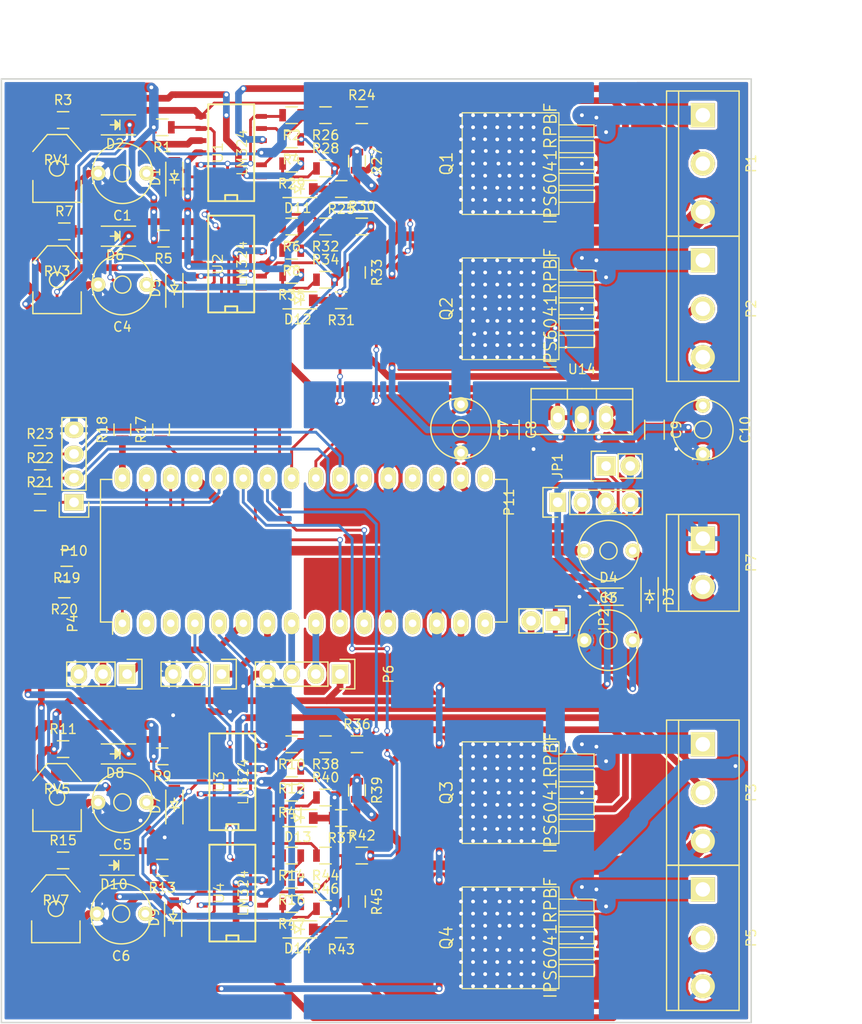
<source format=kicad_pcb>
(kicad_pcb (version 4) (host pcbnew 4.0.2-4+6225~38~ubuntu14.04.1-stable)
  (layers (0 F.Cu signal) (31 B.Cu signal) (34 B.Paste user) (35 F.Paste user) (36 B.SilkS user) (37 F.SilkS user) (38 B.Mask user) (39 F.Mask user) (44 Edge.Cuts user))
  (net 0 "")
  (net 1 GND)
  (net 2 /TEMP3_MIN)
  (net 3 "Net-(C2-Pad2)")
  (net 4 /CHARGE_PUMP)
  (net 5 /V_NEG)
  (net 6 /TEMP0_MIN)
  (net 7 /TEMP1_MIN)
  (net 8 +12V)
  (net 9 +5V)
  (net 10 "Net-(D2-Pad2)")
  (net 11 /TEMP3_OK)
  (net 12 "Net-(D6-Pad2)")
  (net 13 /TEMP2_OK)
  (net 14 "Net-(D8-Pad2)")
  (net 15 /TEMP1_OK)
  (net 16 "Net-(D10-Pad2)")
  (net 17 /TEMP0_OK)
  (net 18 /5V_ARD)
  (net 19 /VIN)
  (net 20 "Net-(P1-Pad1)")
  (net 21 "Net-(P2-Pad1)")
  (net 22 "Net-(P3-Pad1)")
  (net 23 /TEMP0_AMP)
  (net 24 /TEMP1_AMP)
  (net 25 /AUX0)
  (net 26 /AUX1)
  (net 27 /SDA)
  (net 28 /SCL)
  (net 29 /TEMP2_AMP)
  (net 30 /TEMP3_AMP)
  (net 31 /PUSH_SW)
  (net 32 /HTR0_EN)
  (net 33 /HTR1_EN)
  (net 34 /HTR2_EN)
  (net 35 /HTR3_EN)
  (net 36 /ROT_B)
  (net 37 /ROT_A)
  (net 38 /RX0)
  (net 39 /TX1)
  (net 40 "Net-(P5-Pad1)")
  (net 41 "Net-(R2-Pad1)")
  (net 42 "Net-(R6-Pad1)")
  (net 43 "Net-(R10-Pad1)")
  (net 44 "Net-(R14-Pad1)")
  (net 45 /HTR3_CTL)
  (net 46 /HTR2_CTL)
  (net 47 /HTR1_CTL)
  (net 48 /HTR0_CTL')
  (net 49 "Net-(D1-Pad1)")
  (net 50 "Net-(D5-Pad1)")
  (net 51 "Net-(D7-Pad1)")
  (net 52 "Net-(D9-Pad1)")
  (net 53 /TEMP3)
  (net 54 /TEMP2)
  (net 55 /TEMP1)
  (net 56 /TEMP0)
  (net 57 "Net-(RV1-Pad2)")
  (net 58 "Net-(RV3-Pad2)")
  (net 59 "Net-(RV5-Pad2)")
  (net 60 "Net-(RV7-Pad2)")
  (net 61 "Net-(P4-Pad1)")
  (net 62 "Net-(P4-Pad30)")
  (net 63 "Net-(P4-Pad31)")
  (net 64 "Net-(P4-Pad32)")
  (net 65 /TEMP2_MIN)
  (net 66 "Net-(D11-Pad1)")
  (net 67 "Net-(D12-Pad1)")
  (net 68 "Net-(D13-Pad1)")
  (net 69 "Net-(D14-Pad1)")
  (net 70 "Net-(Q1-Pad2)")
  (net 71 "Net-(Q2-Pad2)")
  (net 72 "Net-(Q3-Pad2)")
  (net 73 "Net-(Q4-Pad2)")
  (net 74 "Net-(R24-Pad1)")
  (net 75 "Net-(R28-Pad1)")
  (net 76 "Net-(R30-Pad1)")
  (net 77 "Net-(R34-Pad1)")
  (net 78 "Net-(R36-Pad1)")
  (net 79 "Net-(R40-Pad1)")
  (net 80 "Net-(R42-Pad1)")
  (net 81 "Net-(R46-Pad1)")
  (module Discret:CV3-30PF (layer F.Cu) (at 180.594 123.698 180)
    (fp_text reference C3 (at 0 4.445 180) (layer F.SilkS))
    (fp_text value CP1)
    (pad 1 thru_hole circle (at 2.54 0 180) (size 1.524 1.524) (drill 0.8128) (layers *.Cu *.Mask F.SilkS) (net 1 GND))
    (pad 2 thru_hole circle (at -2.54 0 180) (size 1.524 1.524) (drill 0.8128) (layers *.Cu *.Mask F.SilkS) (net 5 /V_NEG))
  )
  (module Discret:CV3-30PF (layer F.Cu) (at 180.594 114.3 180)
    (fp_text reference C2 (at 0 4.445 180) (layer F.SilkS))
    (fp_text value CP1)
    (pad 1 thru_hole circle (at 2.54 0 180) (size 1.524 1.524) (drill 0.8128) (layers *.Cu *.Mask F.SilkS) (net 4 /CHARGE_PUMP))
    (pad 2 thru_hole circle (at -2.54 0 180) (size 1.524 1.524) (drill 0.8128) (layers *.Cu *.Mask F.SilkS) (net 3 "Net-(C2-Pad2)"))
  )
  (module Capacitors_SMD:C_1206_HandSoldering (layer F.Cu) (at 170.18 101.6 270)
    (fp_text reference C8 (at 0 -2.3 270) (layer F.SilkS))
    (fp_text value C)
    (pad 1 smd rect (at -2 0 270) (size 2 1.6) (layers F.Cu F.Paste F.Mask) (net 8 +12V))
    (pad 2 smd rect (at 2 0 270) (size 2 1.6) (layers F.Cu F.Paste F.Mask) (net 1 GND))
  )
  (module Capacitors_SMD:C_1206_HandSoldering (layer F.Cu) (at 185.42 101.6 270)
    (fp_text reference C9 (at 0 -2.3 270) (layer F.SilkS))
    (fp_text value C)
    (pad 1 smd rect (at -2 0 270) (size 2 1.6) (layers F.Cu F.Paste F.Mask) (net 9 +5V))
    (pad 2 smd rect (at 2 0 270) (size 2 1.6) (layers F.Cu F.Paste F.Mask) (net 1 GND))
  )
  (module LEDs:LED_1206 (layer F.Cu) (at 128.778 69.596 180)
    (fp_text reference D2 (at 0 -2 180) (layer F.SilkS))
    (fp_text value LED)
    (pad 2 smd rect (at 1.41986 0) (size 1.59766 1.80086) (layers F.Cu F.Paste F.Mask) (net 10 "Net-(D2-Pad2)"))
    (pad 1 smd rect (at -1.41986 0) (size 1.59766 1.80086) (layers F.Cu F.Paste F.Mask) (net 11 /TEMP3_OK))
  )
  (module LEDs:LED_1206 (layer F.Cu) (at 128.778 81.28 180)
    (fp_text reference D6 (at 0 -2 180) (layer F.SilkS))
    (fp_text value LED)
    (pad 2 smd rect (at 1.41986 0) (size 1.59766 1.80086) (layers F.Cu F.Paste F.Mask) (net 12 "Net-(D6-Pad2)"))
    (pad 1 smd rect (at -1.41986 0) (size 1.59766 1.80086) (layers F.Cu F.Paste F.Mask) (net 13 /TEMP2_OK))
  )
  (module LEDs:LED_1206 (layer F.Cu) (at 128.778 135.636 180)
    (fp_text reference D8 (at 0 -2 180) (layer F.SilkS))
    (fp_text value LED)
    (pad 2 smd rect (at 1.41986 0) (size 1.59766 1.80086) (layers F.Cu F.Paste F.Mask) (net 14 "Net-(D8-Pad2)"))
    (pad 1 smd rect (at -1.41986 0) (size 1.59766 1.80086) (layers F.Cu F.Paste F.Mask) (net 15 /TEMP1_OK))
  )
  (module LEDs:LED_1206 (layer F.Cu) (at 128.651 147.32 180)
    (fp_text reference D10 (at 0 -2 180) (layer F.SilkS))
    (fp_text value LED)
    (pad 2 smd rect (at 1.41986 0) (size 1.59766 1.80086) (layers F.Cu F.Paste F.Mask) (net 16 "Net-(D10-Pad2)"))
    (pad 1 smd rect (at -1.41986 0) (size 1.59766 1.80086) (layers F.Cu F.Paste F.Mask) (net 17 /TEMP0_OK))
  )
  (module Pin_Headers:Pin_Header_Straight_1x02 (layer F.Cu) (at 180.34 105.41 90)
    (fp_text reference JP1 (at 0 -5.1 90) (layer F.SilkS))
    (fp_text value Jumper_NO_Small)
    (pad 1 thru_hole rect (at 0 0 90) (size 2.032 2.032) (drill 1.016) (layers *.Cu *.Mask F.SilkS) (net 18 /5V_ARD))
    (pad 2 thru_hole oval (at 0 2.54 90) (size 2.032 2.032) (drill 1.016) (layers *.Cu *.Mask F.SilkS) (net 9 +5V))
  )
  (module Pin_Headers:Pin_Header_Straight_1x02 (layer F.Cu) (at 175.006 121.666 270)
    (fp_text reference JP2 (at 0 -5.1 270) (layer F.SilkS))
    (fp_text value Jumper_NO_Small)
    (pad 1 thru_hole rect (at 0 0 270) (size 2.032 2.032) (drill 1.016) (layers *.Cu *.Mask F.SilkS) (net 8 +12V))
    (pad 2 thru_hole oval (at 0 2.54 270) (size 2.032 2.032) (drill 1.016) (layers *.Cu *.Mask F.SilkS) (net 19 /VIN))
  )
  (module Connect:bornier3 (layer F.Cu) (at 190.5 73.66 270)
    (fp_text reference P1 (at 0 -5.08 270) (layer F.SilkS))
    (fp_text value CONN_01X03)
    (pad 1 thru_hole rect (at -5.08 0 270) (size 2.54 2.54) (drill 1.524) (layers *.Cu *.Mask F.SilkS) (net 20 "Net-(P1-Pad1)"))
    (pad 2 thru_hole circle (at 0 0 270) (size 2.54 2.54) (drill 1.524) (layers *.Cu *.Mask F.SilkS) (net 53 /TEMP3))
    (pad 3 thru_hole circle (at 5.08 0 270) (size 2.54 2.54) (drill 1.524) (layers *.Cu *.Mask F.SilkS) (net 1 GND))
  )
  (module Connect:bornier3 (layer F.Cu) (at 190.5 88.9 270)
    (fp_text reference P2 (at 0 -5.08 270) (layer F.SilkS))
    (fp_text value CONN_01X03)
    (pad 1 thru_hole rect (at -5.08 0 270) (size 2.54 2.54) (drill 1.524) (layers *.Cu *.Mask F.SilkS) (net 21 "Net-(P2-Pad1)"))
    (pad 2 thru_hole circle (at 0 0 270) (size 2.54 2.54) (drill 1.524) (layers *.Cu *.Mask F.SilkS) (net 54 /TEMP2))
    (pad 3 thru_hole circle (at 5.08 0 270) (size 2.54 2.54) (drill 1.524) (layers *.Cu *.Mask F.SilkS) (net 1 GND))
  )
  (module Connect:bornier3 (layer F.Cu) (at 190.5 139.7 270)
    (fp_text reference P3 (at 0 -5.08 270) (layer F.SilkS))
    (fp_text value CONN_01X03)
    (pad 1 thru_hole rect (at -5.08 0 270) (size 2.54 2.54) (drill 1.524) (layers *.Cu *.Mask F.SilkS) (net 22 "Net-(P3-Pad1)"))
    (pad 2 thru_hole circle (at 0 0 270) (size 2.54 2.54) (drill 1.524) (layers *.Cu *.Mask F.SilkS) (net 55 /TEMP1))
    (pad 3 thru_hole circle (at 5.08 0 270) (size 2.54 2.54) (drill 1.524) (layers *.Cu *.Mask F.SilkS) (net 1 GND))
  )
  (module Housings_DIP:DIP-32_W15.24mm_LongPads (layer F.Cu) (at 129.54 121.92 90)
    (fp_text reference P4 (at 0 -5.22 90) (layer F.SilkS))
    (fp_text value Arduino_nano)
    (pad 1 thru_hole oval (at 0 0 90) (size 2.3 1.6) (drill 0.8) (layers *.Cu *.Mask F.SilkS) (net 61 "Net-(P4-Pad1)"))
    (pad 2 thru_hole oval (at 0 2.54 90) (size 2.3 1.6) (drill 0.8) (layers *.Cu *.Mask F.SilkS))
    (pad 3 thru_hole oval (at 0 5.08 90) (size 2.3 1.6) (drill 0.8) (layers *.Cu *.Mask F.SilkS))
    (pad 4 thru_hole oval (at 0 7.62 90) (size 2.3 1.6) (drill 0.8) (layers *.Cu *.Mask F.SilkS) (net 23 /TEMP0_AMP))
    (pad 5 thru_hole oval (at 0 10.16 90) (size 2.3 1.6) (drill 0.8) (layers *.Cu *.Mask F.SilkS) (net 24 /TEMP1_AMP))
    (pad 6 thru_hole oval (at 0 12.7 90) (size 2.3 1.6) (drill 0.8) (layers *.Cu *.Mask F.SilkS) (net 25 /AUX0))
    (pad 7 thru_hole oval (at 0 15.24 90) (size 2.3 1.6) (drill 0.8) (layers *.Cu *.Mask F.SilkS) (net 26 /AUX1))
    (pad 8 thru_hole oval (at 0 17.78 90) (size 2.3 1.6) (drill 0.8) (layers *.Cu *.Mask F.SilkS) (net 27 /SDA))
    (pad 9 thru_hole oval (at 0 20.32 90) (size 2.3 1.6) (drill 0.8) (layers *.Cu *.Mask F.SilkS) (net 28 /SCL))
    (pad 10 thru_hole oval (at 0 22.86 90) (size 2.3 1.6) (drill 0.8) (layers *.Cu *.Mask F.SilkS) (net 29 /TEMP2_AMP))
    (pad 11 thru_hole oval (at 0 25.4 90) (size 2.3 1.6) (drill 0.8) (layers *.Cu *.Mask F.SilkS) (net 30 /TEMP3_AMP))
    (pad 12 thru_hole oval (at 0 27.94 90) (size 2.3 1.6) (drill 0.8) (layers *.Cu *.Mask F.SilkS) (net 18 /5V_ARD))
    (pad 13 thru_hole oval (at 0 30.48 90) (size 2.3 1.6) (drill 0.8) (layers *.Cu *.Mask F.SilkS))
    (pad 14 thru_hole oval (at 0 33.02 90) (size 2.3 1.6) (drill 0.8) (layers *.Cu *.Mask F.SilkS) (net 1 GND))
    (pad 15 thru_hole oval (at 0 35.56 90) (size 2.3 1.6) (drill 0.8) (layers *.Cu *.Mask F.SilkS) (net 19 /VIN))
    (pad 16 thru_hole oval (at 0 38.1 90) (size 2.3 1.6) (drill 0.8) (layers *.Cu *.Mask F.SilkS))
    (pad 17 thru_hole oval (at 15.24 38.1 90) (size 2.3 1.6) (drill 0.8) (layers *.Cu *.Mask F.SilkS))
    (pad 18 thru_hole oval (at 15.24 35.56 90) (size 2.3 1.6) (drill 0.8) (layers *.Cu *.Mask F.SilkS) (net 39 /TX1))
    (pad 19 thru_hole oval (at 15.24 33.02 90) (size 2.3 1.6) (drill 0.8) (layers *.Cu *.Mask F.SilkS) (net 38 /RX0))
    (pad 20 thru_hole oval (at 15.24 30.48 90) (size 2.3 1.6) (drill 0.8) (layers *.Cu *.Mask F.SilkS))
    (pad 21 thru_hole oval (at 15.24 27.94 90) (size 2.3 1.6) (drill 0.8) (layers *.Cu *.Mask F.SilkS) (net 1 GND))
    (pad 22 thru_hole oval (at 15.24 25.4 90) (size 2.3 1.6) (drill 0.8) (layers *.Cu *.Mask F.SilkS) (net 37 /ROT_A))
    (pad 23 thru_hole oval (at 15.24 22.86 90) (size 2.3 1.6) (drill 0.8) (layers *.Cu *.Mask F.SilkS) (net 36 /ROT_B))
    (pad 24 thru_hole oval (at 15.24 20.32 90) (size 2.3 1.6) (drill 0.8) (layers *.Cu *.Mask F.SilkS) (net 35 /HTR3_EN))
    (pad 25 thru_hole oval (at 15.24 17.78 90) (size 2.3 1.6) (drill 0.8) (layers *.Cu *.Mask F.SilkS) (net 34 /HTR2_EN))
    (pad 26 thru_hole oval (at 15.24 15.24 90) (size 2.3 1.6) (drill 0.8) (layers *.Cu *.Mask F.SilkS) (net 33 /HTR1_EN))
    (pad 27 thru_hole oval (at 15.24 12.7 90) (size 2.3 1.6) (drill 0.8) (layers *.Cu *.Mask F.SilkS) (net 32 /HTR0_EN))
    (pad 28 thru_hole oval (at 15.24 10.16 90) (size 2.3 1.6) (drill 0.8) (layers *.Cu *.Mask F.SilkS) (net 31 /PUSH_SW))
    (pad 29 thru_hole oval (at 15.24 7.62 90) (size 2.3 1.6) (drill 0.8) (layers *.Cu *.Mask F.SilkS) (net 4 /CHARGE_PUMP))
    (pad 30 thru_hole oval (at 15.24 5.08 90) (size 2.3 1.6) (drill 0.8) (layers *.Cu *.Mask F.SilkS) (net 62 "Net-(P4-Pad30)"))
    (pad 31 thru_hole oval (at 15.24 2.54 90) (size 2.3 1.6) (drill 0.8) (layers *.Cu *.Mask F.SilkS) (net 63 "Net-(P4-Pad31)"))
    (pad 32 thru_hole oval (at 15.24 0 90) (size 2.3 1.6) (drill 0.8) (layers *.Cu *.Mask F.SilkS) (net 64 "Net-(P4-Pad32)"))
  )
  (module Connect:bornier3 (layer F.Cu) (at 190.5 154.94 270)
    (fp_text reference P5 (at 0 -5.08 270) (layer F.SilkS))
    (fp_text value CONN_01X03)
    (pad 1 thru_hole rect (at -5.08 0 270) (size 2.54 2.54) (drill 1.524) (layers *.Cu *.Mask F.SilkS) (net 40 "Net-(P5-Pad1)"))
    (pad 2 thru_hole circle (at 0 0 270) (size 2.54 2.54) (drill 1.524) (layers *.Cu *.Mask F.SilkS) (net 56 /TEMP0))
    (pad 3 thru_hole circle (at 5.08 0 270) (size 2.54 2.54) (drill 1.524) (layers *.Cu *.Mask F.SilkS) (net 1 GND))
  )
  (module Pin_Headers:Pin_Header_Straight_1x04 (layer F.Cu) (at 152.4 127.254 270)
    (fp_text reference P6 (at 0 -5.1 270) (layer F.SilkS))
    (fp_text value CONN_01X04)
    (pad 1 thru_hole rect (at 0 0 270) (size 2.032 1.7272) (drill 1.016) (layers *.Cu *.Mask F.SilkS) (net 9 +5V))
    (pad 2 thru_hole oval (at 0 2.54 270) (size 2.032 1.7272) (drill 1.016) (layers *.Cu *.Mask F.SilkS) (net 28 /SCL))
    (pad 3 thru_hole oval (at 0 5.08 270) (size 2.032 1.7272) (drill 1.016) (layers *.Cu *.Mask F.SilkS) (net 27 /SDA))
    (pad 4 thru_hole oval (at 0 7.62 270) (size 2.032 1.7272) (drill 1.016) (layers *.Cu *.Mask F.SilkS) (net 1 GND))
  )
  (module Pin_Headers:Pin_Header_Straight_1x03 (layer F.Cu) (at 130.048 127.254 270)
    (fp_text reference P8 (at 0 -5.1 270) (layer F.SilkS))
    (fp_text value CONN_01X03)
    (pad 1 thru_hole rect (at 0 0 270) (size 2.032 1.7272) (drill 1.016) (layers *.Cu *.Mask F.SilkS) (net 25 /AUX0))
    (pad 2 thru_hole oval (at 0 2.54 270) (size 2.032 1.7272) (drill 1.016) (layers *.Cu *.Mask F.SilkS) (net 9 +5V))
    (pad 3 thru_hole oval (at 0 5.08 270) (size 2.032 1.7272) (drill 1.016) (layers *.Cu *.Mask F.SilkS) (net 1 GND))
  )
  (module Pin_Headers:Pin_Header_Straight_1x03 (layer F.Cu) (at 139.954 127.254 270)
    (fp_text reference P9 (at 0 -5.1 270) (layer F.SilkS))
    (fp_text value CONN_01X03)
    (pad 1 thru_hole rect (at 0 0 270) (size 2.032 1.7272) (drill 1.016) (layers *.Cu *.Mask F.SilkS) (net 26 /AUX1))
    (pad 2 thru_hole oval (at 0 2.54 270) (size 2.032 1.7272) (drill 1.016) (layers *.Cu *.Mask F.SilkS) (net 9 +5V))
    (pad 3 thru_hole oval (at 0 5.08 270) (size 2.032 1.7272) (drill 1.016) (layers *.Cu *.Mask F.SilkS) (net 1 GND))
  )
  (module Pin_Headers:Pin_Header_Straight_1x04 (layer F.Cu) (at 124.46 109.22 180)
    (fp_text reference P10 (at 0 -5.1 180) (layer F.SilkS))
    (fp_text value CONN_01X04)
    (pad 1 thru_hole rect (at 0 0 180) (size 2.032 1.7272) (drill 1.016) (layers *.Cu *.Mask F.SilkS) (net 31 /PUSH_SW))
    (pad 2 thru_hole oval (at 0 2.54 180) (size 2.032 1.7272) (drill 1.016) (layers *.Cu *.Mask F.SilkS) (net 37 /ROT_A))
    (pad 3 thru_hole oval (at 0 5.08 180) (size 2.032 1.7272) (drill 1.016) (layers *.Cu *.Mask F.SilkS) (net 36 /ROT_B))
    (pad 4 thru_hole oval (at 0 7.62 180) (size 2.032 1.7272) (drill 1.016) (layers *.Cu *.Mask F.SilkS) (net 1 GND))
  )
  (module Pin_Headers:Pin_Header_Straight_1x04 (layer F.Cu) (at 175.26 109.22 90)
    (fp_text reference P11 (at 0 -5.1 90) (layer F.SilkS))
    (fp_text value CONN_01X04)
    (pad 1 thru_hole rect (at 0 0 90) (size 2.032 1.7272) (drill 1.016) (layers *.Cu *.Mask F.SilkS) (net 9 +5V))
    (pad 2 thru_hole oval (at 0 2.54 90) (size 2.032 1.7272) (drill 1.016) (layers *.Cu *.Mask F.SilkS) (net 38 /RX0))
    (pad 3 thru_hole oval (at 0 5.08 90) (size 2.032 1.7272) (drill 1.016) (layers *.Cu *.Mask F.SilkS) (net 39 /TX1))
    (pad 4 thru_hole oval (at 0 7.62 90) (size 2.032 1.7272) (drill 1.016) (layers *.Cu *.Mask F.SilkS) (net 1 GND))
  )
  (module TO_SOT_Packages_THT:TO-220_Neutral123_Vertical (layer F.Cu) (at 177.8 100.33)
    (fp_text reference U14 (at 0 -5.08) (layer F.SilkS))
    (fp_text value 7805)
    (pad 2 thru_hole oval (at 0 0 90) (size 2.49936 1.50114) (drill 1.00076) (layers *.Cu *.Mask F.SilkS) (net 1 GND))
    (pad 1 thru_hole oval (at -2.54 0 90) (size 2.49936 1.50114) (drill 1.00076) (layers *.Cu *.Mask F.SilkS) (net 8 +12V))
    (pad 3 thru_hole oval (at 2.54 0 90) (size 2.49936 1.50114) (drill 1.00076) (layers *.Cu *.Mask F.SilkS) (net 9 +5V))
  )
  (module Discret:CV3-30PF (layer F.Cu) (at 129.54 74.676)
    (fp_text reference C1 (at 0 4.445) (layer F.SilkS))
    (fp_text value CP1)
    (pad 1 thru_hole circle (at 2.54 0) (size 1.524 1.524) (drill 0.8128) (layers *.Cu *.Mask F.SilkS) (net 2 /TEMP3_MIN))
    (pad 2 thru_hole circle (at -2.54 0) (size 1.524 1.524) (drill 0.8128) (layers *.Cu *.Mask F.SilkS) (net 1 GND))
  )
  (module Discret:CV3-30PF (layer F.Cu) (at 129.54 86.36)
    (fp_text reference C4 (at 0 4.445) (layer F.SilkS))
    (fp_text value CP1)
    (pad 1 thru_hole circle (at 2.54 0) (size 1.524 1.524) (drill 0.8128) (layers *.Cu *.Mask F.SilkS) (net 65 /TEMP2_MIN))
    (pad 2 thru_hole circle (at -2.54 0) (size 1.524 1.524) (drill 0.8128) (layers *.Cu *.Mask F.SilkS) (net 1 GND))
  )
  (module Discret:CV3-30PF (layer F.Cu) (at 129.54 140.716)
    (fp_text reference C5 (at 0 4.445) (layer F.SilkS))
    (fp_text value CP1)
    (pad 1 thru_hole circle (at 2.54 0) (size 1.524 1.524) (drill 0.8128) (layers *.Cu *.Mask F.SilkS) (net 7 /TEMP1_MIN))
    (pad 2 thru_hole circle (at -2.54 0) (size 1.524 1.524) (drill 0.8128) (layers *.Cu *.Mask F.SilkS) (net 1 GND))
  )
  (module Discret:CV3-30PF (layer F.Cu) (at 129.413 152.4)
    (fp_text reference C6 (at 0 4.445) (layer F.SilkS))
    (fp_text value CP1)
    (pad 1 thru_hole circle (at 2.54 0) (size 1.524 1.524) (drill 0.8128) (layers *.Cu *.Mask F.SilkS) (net 6 /TEMP0_MIN))
    (pad 2 thru_hole circle (at -2.54 0) (size 1.524 1.524) (drill 0.8128) (layers *.Cu *.Mask F.SilkS) (net 1 GND))
  )
  (module Discret:CV3-30PF (layer F.Cu) (at 165.1 101.473 90)
    (fp_text reference C7 (at 0 4.445 90) (layer F.SilkS))
    (fp_text value CP1)
    (pad 1 thru_hole circle (at 2.54 0 90) (size 1.524 1.524) (drill 0.8128) (layers *.Cu *.Mask F.SilkS) (net 8 +12V))
    (pad 2 thru_hole circle (at -2.54 0 90) (size 1.524 1.524) (drill 0.8128) (layers *.Cu *.Mask F.SilkS) (net 1 GND))
  )
  (module Discret:CV3-30PF (layer F.Cu) (at 190.5 101.6 90)
    (fp_text reference C10 (at 0 4.445 90) (layer F.SilkS))
    (fp_text value CP1)
    (pad 1 thru_hole circle (at 2.54 0 90) (size 1.524 1.524) (drill 0.8128) (layers *.Cu *.Mask F.SilkS) (net 9 +5V))
    (pad 2 thru_hole circle (at -2.54 0 90) (size 1.524 1.524) (drill 0.8128) (layers *.Cu *.Mask F.SilkS) (net 1 GND))
  )
  (module SMD_Packages:DPAK5 (layer F.Cu) (at 177.8 73.66 90)
    (fp_text reference Q1 (at 0 -14.224 90) (layer F.SilkS) (effects (font (size 1.27 1.27) (thickness 0.1524))))
    (fp_text value IPS6041RPBF (at 0 -3.302 90) (layer F.SilkS) (effects (font (size 1.27 1.27) (thickness 0.1524))))
    (pad 1 smd rect (at -3.4036 0 90) (size 1.0668 2.286) (layers F.Cu F.Paste F.Mask) (net 1 GND))
    (pad 3 smd rect (at 0 -8.763 90) (size 10.668 8.89) (layers F.Cu F.Paste F.Mask) (net 8 +12V))
    (pad 3 smd rect (at 0 0 90) (size 1.0668 2.286) (layers F.Cu F.Paste F.Mask) (net 8 +12V))
    (pad 2 smd rect (at -1.7018 0 90) (size 1.0668 2.286) (layers F.Cu F.Paste F.Mask) (net 70 "Net-(Q1-Pad2)"))
    (pad 4 smd rect (at 1.7018 0 90) (size 1.0668 2.286) (layers F.Cu F.Paste F.Mask) (net 1 GND))
    (pad 5 smd rect (at 3.4036 0 90) (size 1.0668 2.286) (layers F.Cu F.Paste F.Mask) (net 20 "Net-(P1-Pad1)"))
  )
  (module SMD_Packages:DPAK5 (layer F.Cu) (at 177.8 88.9 90)
    (fp_text reference Q2 (at 0 -14.224 90) (layer F.SilkS) (effects (font (size 1.27 1.27) (thickness 0.1524))))
    (fp_text value IPS6041RPBF (at 0 -3.302 90) (layer F.SilkS) (effects (font (size 1.27 1.27) (thickness 0.1524))))
    (pad 1 smd rect (at -3.4036 0 90) (size 1.0668 2.286) (layers F.Cu F.Paste F.Mask) (net 1 GND))
    (pad 3 smd rect (at 0 -8.763 90) (size 10.668 8.89) (layers F.Cu F.Paste F.Mask) (net 8 +12V))
    (pad 3 smd rect (at 0 0 90) (size 1.0668 2.286) (layers F.Cu F.Paste F.Mask) (net 8 +12V))
    (pad 2 smd rect (at -1.7018 0 90) (size 1.0668 2.286) (layers F.Cu F.Paste F.Mask) (net 71 "Net-(Q2-Pad2)"))
    (pad 4 smd rect (at 1.7018 0 90) (size 1.0668 2.286) (layers F.Cu F.Paste F.Mask) (net 1 GND))
    (pad 5 smd rect (at 3.4036 0 90) (size 1.0668 2.286) (layers F.Cu F.Paste F.Mask) (net 21 "Net-(P2-Pad1)"))
  )
  (module SMD_Packages:DPAK5 (layer F.Cu) (at 177.8 139.7 90)
    (fp_text reference Q3 (at 0 -14.224 90) (layer F.SilkS) (effects (font (size 1.27 1.27) (thickness 0.1524))))
    (fp_text value IPS6041RPBF (at 0 -3.302 90) (layer F.SilkS) (effects (font (size 1.27 1.27) (thickness 0.1524))))
    (pad 1 smd rect (at -3.4036 0 90) (size 1.0668 2.286) (layers F.Cu F.Paste F.Mask) (net 1 GND))
    (pad 3 smd rect (at 0 -8.763 90) (size 10.668 8.89) (layers F.Cu F.Paste F.Mask) (net 8 +12V))
    (pad 3 smd rect (at 0 0 90) (size 1.0668 2.286) (layers F.Cu F.Paste F.Mask) (net 8 +12V))
    (pad 2 smd rect (at -1.7018 0 90) (size 1.0668 2.286) (layers F.Cu F.Paste F.Mask) (net 72 "Net-(Q3-Pad2)"))
    (pad 4 smd rect (at 1.7018 0 90) (size 1.0668 2.286) (layers F.Cu F.Paste F.Mask) (net 1 GND))
    (pad 5 smd rect (at 3.4036 0 90) (size 1.0668 2.286) (layers F.Cu F.Paste F.Mask) (net 22 "Net-(P3-Pad1)"))
  )
  (module SMD_Packages:DPAK5 (layer F.Cu) (at 177.8 154.94 90)
    (fp_text reference Q4 (at 0 -14.224 90) (layer F.SilkS) (effects (font (size 1.27 1.27) (thickness 0.1524))))
    (fp_text value IPS6041RPBF (at 0 -3.302 90) (layer F.SilkS) (effects (font (size 1.27 1.27) (thickness 0.1524))))
    (pad 1 smd rect (at -3.4036 0 90) (size 1.0668 2.286) (layers F.Cu F.Paste F.Mask) (net 1 GND))
    (pad 3 smd rect (at 0 -8.763 90) (size 10.668 8.89) (layers F.Cu F.Paste F.Mask) (net 8 +12V))
    (pad 3 smd rect (at 0 0 90) (size 1.0668 2.286) (layers F.Cu F.Paste F.Mask) (net 8 +12V))
    (pad 2 smd rect (at -1.7018 0 90) (size 1.0668 2.286) (layers F.Cu F.Paste F.Mask) (net 73 "Net-(Q4-Pad2)"))
    (pad 4 smd rect (at 1.7018 0 90) (size 1.0668 2.286) (layers F.Cu F.Paste F.Mask) (net 1 GND))
    (pad 5 smd rect (at 3.4036 0 90) (size 1.0668 2.286) (layers F.Cu F.Paste F.Mask) (net 40 "Net-(P5-Pad1)"))
  )
  (module Connect:bornier2 (layer F.Cu) (at 190.5 115.57 270)
    (fp_text reference P7 (at 0 -5.08 270) (layer F.SilkS))
    (fp_text value CONN_01X02)
    (pad 1 thru_hole rect (at -2.54 0 270) (size 2.54 2.54) (drill 1.524) (layers *.Cu *.Mask F.SilkS) (net 1 GND))
    (pad 2 thru_hole circle (at 2.54 0 270) (size 2.54 2.54) (drill 1.524) (layers *.Cu *.Mask F.SilkS) (net 8 +12V))
  )
  (module SMD_Packages:POT_SMD (layer F.Cu) (at 122.682 74.168)
    (fp_text reference RV1 (at 0 -0.88646) (layer F.SilkS))
    (fp_text value POT)
    (pad 1 smd rect (at -1.27 2.54) (size 1.27 1.524) (layers F.Cu F.Paste F.Mask) (net 8 +12V))
    (pad 2 smd rect (at 0 -2.54) (size 1.27 1.524) (layers F.Cu F.Paste F.Mask) (net 57 "Net-(RV1-Pad2)"))
    (pad 3 smd rect (at 1.27 2.54) (size 1.27 1.524) (layers F.Cu F.Paste F.Mask) (net 1 GND))
  )
  (module SMD_Packages:POT_SMD (layer F.Cu) (at 122.682 85.852)
    (fp_text reference RV3 (at 0 -0.88646) (layer F.SilkS))
    (fp_text value POT)
    (pad 1 smd rect (at -1.27 2.54) (size 1.27 1.524) (layers F.Cu F.Paste F.Mask) (net 8 +12V))
    (pad 2 smd rect (at 0 -2.54) (size 1.27 1.524) (layers F.Cu F.Paste F.Mask) (net 58 "Net-(RV3-Pad2)"))
    (pad 3 smd rect (at 1.27 2.54) (size 1.27 1.524) (layers F.Cu F.Paste F.Mask) (net 1 GND))
  )
  (module SMD_Packages:POT_SMD (layer F.Cu) (at 122.682 140.208)
    (fp_text reference RV5 (at 0 -0.88646) (layer F.SilkS))
    (fp_text value POT)
    (pad 1 smd rect (at -1.27 2.54) (size 1.27 1.524) (layers F.Cu F.Paste F.Mask) (net 8 +12V))
    (pad 2 smd rect (at 0 -2.54) (size 1.27 1.524) (layers F.Cu F.Paste F.Mask) (net 59 "Net-(RV5-Pad2)"))
    (pad 3 smd rect (at 1.27 2.54) (size 1.27 1.524) (layers F.Cu F.Paste F.Mask) (net 1 GND))
  )
  (module SMD_Packages:POT_SMD (layer F.Cu) (at 122.555 151.892)
    (fp_text reference RV7 (at 0 -0.88646) (layer F.SilkS))
    (fp_text value POT)
    (pad 1 smd rect (at -1.27 2.54) (size 1.27 1.524) (layers F.Cu F.Paste F.Mask) (net 8 +12V))
    (pad 2 smd rect (at 0 -2.54) (size 1.27 1.524) (layers F.Cu F.Paste F.Mask) (net 60 "Net-(RV7-Pad2)"))
    (pad 3 smd rect (at 1.27 2.54) (size 1.27 1.524) (layers F.Cu F.Paste F.Mask) (net 1 GND))
  )
  (module SMD_Packages:SO14N (layer F.Cu) (at 140.843 72.517 90)
    (fp_text reference U1 (at 0 -1.27 90) (layer F.SilkS) (effects (font (size 1.016 1.143) (thickness 0.127))))
    (fp_text value LM324 (at 0 1.27 90) (layer F.SilkS) (effects (font (size 1.016 1.016) (thickness 0.127))))
    (pad 1 smd rect (at -3.81 3.302 90) (size 0.508 1.143) (layers F.Cu F.Paste F.Mask) (net 45 /HTR3_CTL))
    (pad 2 smd rect (at -2.54 3.302 90) (size 0.508 1.143) (layers F.Cu F.Paste F.Mask) (net 75 "Net-(R28-Pad1)"))
    (pad 3 smd rect (at -1.27 3.302 90) (size 0.508 1.143) (layers F.Cu F.Paste F.Mask) (net 74 "Net-(R24-Pad1)"))
    (pad 4 smd rect (at 0 3.302 90) (size 0.508 1.143) (layers F.Cu F.Paste F.Mask) (net 8 +12V))
    (pad 5 smd rect (at 1.27 3.302 90) (size 0.508 1.143) (layers F.Cu F.Paste F.Mask) (net 53 /TEMP3))
    (pad 6 smd rect (at 2.54 3.302 90) (size 0.508 1.143) (layers F.Cu F.Paste F.Mask) (net 41 "Net-(R2-Pad1)"))
    (pad 7 smd rect (at 3.81 3.302 90) (size 0.508 1.143) (layers F.Cu F.Paste F.Mask) (net 30 /TEMP3_AMP))
    (pad 8 smd rect (at 3.81 -3.048 90) (size 0.508 1.143) (layers F.Cu F.Paste F.Mask) (net 11 /TEMP3_OK))
    (pad 9 smd rect (at 2.54 -3.048 90) (size 0.508 1.143) (layers F.Cu F.Paste F.Mask) (net 2 /TEMP3_MIN))
    (pad 11 smd rect (at 0 -3.048 90) (size 0.508 1.143) (layers F.Cu F.Paste F.Mask) (net 5 /V_NEG))
    (pad 12 smd rect (at -1.27 -3.048 90) (size 0.508 1.143) (layers F.Cu F.Paste F.Mask) (net 30 /TEMP3_AMP))
    (pad 13 smd rect (at -2.54 -3.048 90) (size 0.508 1.143) (layers F.Cu F.Paste F.Mask) (net 2 /TEMP3_MIN))
    (pad 14 smd rect (at -3.81 -3.048 90) (size 0.508 1.143) (layers F.Cu F.Paste F.Mask) (net 49 "Net-(D1-Pad1)"))
    (pad 10 smd rect (at 1.27 -3.048 90) (size 0.508 1.143) (layers F.Cu F.Paste F.Mask) (net 57 "Net-(RV1-Pad2)"))
  )
  (module SMD_Packages:SO14N (layer F.Cu) (at 140.843 84.201 90)
    (fp_text reference U2 (at 0 -1.27 90) (layer F.SilkS) (effects (font (size 1.016 1.143) (thickness 0.127))))
    (fp_text value LM324 (at 0 1.27 90) (layer F.SilkS) (effects (font (size 1.016 1.016) (thickness 0.127))))
    (pad 1 smd rect (at -3.81 3.302 90) (size 0.508 1.143) (layers F.Cu F.Paste F.Mask) (net 46 /HTR2_CTL))
    (pad 2 smd rect (at -2.54 3.302 90) (size 0.508 1.143) (layers F.Cu F.Paste F.Mask) (net 77 "Net-(R34-Pad1)"))
    (pad 3 smd rect (at -1.27 3.302 90) (size 0.508 1.143) (layers F.Cu F.Paste F.Mask) (net 76 "Net-(R30-Pad1)"))
    (pad 4 smd rect (at 0 3.302 90) (size 0.508 1.143) (layers F.Cu F.Paste F.Mask) (net 8 +12V))
    (pad 5 smd rect (at 1.27 3.302 90) (size 0.508 1.143) (layers F.Cu F.Paste F.Mask) (net 54 /TEMP2))
    (pad 6 smd rect (at 2.54 3.302 90) (size 0.508 1.143) (layers F.Cu F.Paste F.Mask) (net 42 "Net-(R6-Pad1)"))
    (pad 7 smd rect (at 3.81 3.302 90) (size 0.508 1.143) (layers F.Cu F.Paste F.Mask) (net 29 /TEMP2_AMP))
    (pad 8 smd rect (at 3.81 -3.048 90) (size 0.508 1.143) (layers F.Cu F.Paste F.Mask) (net 13 /TEMP2_OK))
    (pad 9 smd rect (at 2.54 -3.048 90) (size 0.508 1.143) (layers F.Cu F.Paste F.Mask) (net 65 /TEMP2_MIN))
    (pad 11 smd rect (at 0 -3.048 90) (size 0.508 1.143) (layers F.Cu F.Paste F.Mask) (net 5 /V_NEG))
    (pad 12 smd rect (at -1.27 -3.048 90) (size 0.508 1.143) (layers F.Cu F.Paste F.Mask) (net 29 /TEMP2_AMP))
    (pad 13 smd rect (at -2.54 -3.048 90) (size 0.508 1.143) (layers F.Cu F.Paste F.Mask) (net 65 /TEMP2_MIN))
    (pad 14 smd rect (at -3.81 -3.048 90) (size 0.508 1.143) (layers F.Cu F.Paste F.Mask) (net 50 "Net-(D5-Pad1)"))
    (pad 10 smd rect (at 1.27 -3.048 90) (size 0.508 1.143) (layers F.Cu F.Paste F.Mask) (net 58 "Net-(RV3-Pad2)"))
  )
  (module SMD_Packages:SO14N (layer F.Cu) (at 140.97 138.557 90)
    (fp_text reference U3 (at 0 -1.27 90) (layer F.SilkS) (effects (font (size 1.016 1.143) (thickness 0.127))))
    (fp_text value LM324 (at 0 1.27 90) (layer F.SilkS) (effects (font (size 1.016 1.016) (thickness 0.127))))
    (pad 1 smd rect (at -3.81 3.302 90) (size 0.508 1.143) (layers F.Cu F.Paste F.Mask) (net 47 /HTR1_CTL))
    (pad 2 smd rect (at -2.54 3.302 90) (size 0.508 1.143) (layers F.Cu F.Paste F.Mask) (net 79 "Net-(R40-Pad1)"))
    (pad 3 smd rect (at -1.27 3.302 90) (size 0.508 1.143) (layers F.Cu F.Paste F.Mask) (net 78 "Net-(R36-Pad1)"))
    (pad 4 smd rect (at 0 3.302 90) (size 0.508 1.143) (layers F.Cu F.Paste F.Mask) (net 8 +12V))
    (pad 5 smd rect (at 1.27 3.302 90) (size 0.508 1.143) (layers F.Cu F.Paste F.Mask) (net 55 /TEMP1))
    (pad 6 smd rect (at 2.54 3.302 90) (size 0.508 1.143) (layers F.Cu F.Paste F.Mask) (net 43 "Net-(R10-Pad1)"))
    (pad 7 smd rect (at 3.81 3.302 90) (size 0.508 1.143) (layers F.Cu F.Paste F.Mask) (net 24 /TEMP1_AMP))
    (pad 8 smd rect (at 3.81 -3.048 90) (size 0.508 1.143) (layers F.Cu F.Paste F.Mask) (net 15 /TEMP1_OK))
    (pad 9 smd rect (at 2.54 -3.048 90) (size 0.508 1.143) (layers F.Cu F.Paste F.Mask) (net 7 /TEMP1_MIN))
    (pad 11 smd rect (at 0 -3.048 90) (size 0.508 1.143) (layers F.Cu F.Paste F.Mask) (net 5 /V_NEG))
    (pad 12 smd rect (at -1.27 -3.048 90) (size 0.508 1.143) (layers F.Cu F.Paste F.Mask) (net 24 /TEMP1_AMP))
    (pad 13 smd rect (at -2.54 -3.048 90) (size 0.508 1.143) (layers F.Cu F.Paste F.Mask) (net 7 /TEMP1_MIN))
    (pad 14 smd rect (at -3.81 -3.048 90) (size 0.508 1.143) (layers F.Cu F.Paste F.Mask) (net 51 "Net-(D7-Pad1)"))
    (pad 10 smd rect (at 1.27 -3.048 90) (size 0.508 1.143) (layers F.Cu F.Paste F.Mask) (net 59 "Net-(RV5-Pad2)"))
  )
  (module SMD_Packages:SO14N (layer F.Cu) (at 140.97 150.241 90)
    (fp_text reference U4 (at 0 -1.27 90) (layer F.SilkS) (effects (font (size 1.016 1.143) (thickness 0.127))))
    (fp_text value LM324 (at 0 1.27 90) (layer F.SilkS) (effects (font (size 1.016 1.016) (thickness 0.127))))
    (pad 1 smd rect (at -3.81 3.302 90) (size 0.508 1.143) (layers F.Cu F.Paste F.Mask) (net 48 /HTR0_CTL'))
    (pad 2 smd rect (at -2.54 3.302 90) (size 0.508 1.143) (layers F.Cu F.Paste F.Mask) (net 81 "Net-(R46-Pad1)"))
    (pad 3 smd rect (at -1.27 3.302 90) (size 0.508 1.143) (layers F.Cu F.Paste F.Mask) (net 80 "Net-(R42-Pad1)"))
    (pad 4 smd rect (at 0 3.302 90) (size 0.508 1.143) (layers F.Cu F.Paste F.Mask) (net 8 +12V))
    (pad 5 smd rect (at 1.27 3.302 90) (size 0.508 1.143) (layers F.Cu F.Paste F.Mask) (net 56 /TEMP0))
    (pad 6 smd rect (at 2.54 3.302 90) (size 0.508 1.143) (layers F.Cu F.Paste F.Mask) (net 44 "Net-(R14-Pad1)"))
    (pad 7 smd rect (at 3.81 3.302 90) (size 0.508 1.143) (layers F.Cu F.Paste F.Mask) (net 23 /TEMP0_AMP))
    (pad 8 smd rect (at 3.81 -3.048 90) (size 0.508 1.143) (layers F.Cu F.Paste F.Mask) (net 17 /TEMP0_OK))
    (pad 9 smd rect (at 2.54 -3.048 90) (size 0.508 1.143) (layers F.Cu F.Paste F.Mask) (net 6 /TEMP0_MIN))
    (pad 11 smd rect (at 0 -3.048 90) (size 0.508 1.143) (layers F.Cu F.Paste F.Mask) (net 5 /V_NEG))
    (pad 12 smd rect (at -1.27 -3.048 90) (size 0.508 1.143) (layers F.Cu F.Paste F.Mask) (net 23 /TEMP0_AMP))
    (pad 13 smd rect (at -2.54 -3.048 90) (size 0.508 1.143) (layers F.Cu F.Paste F.Mask) (net 6 /TEMP0_MIN))
    (pad 14 smd rect (at -3.81 -3.048 90) (size 0.508 1.143) (layers F.Cu F.Paste F.Mask) (net 52 "Net-(D9-Pad1)"))
    (pad 10 smd rect (at 1.27 -3.048 90) (size 0.508 1.143) (layers F.Cu F.Paste F.Mask) (net 60 "Net-(RV7-Pad2)"))
  )
  (module Diodes_SMD:SOD-123 (layer F.Cu) (at 135.001 75.057 90)
    (fp_text reference D1 (at 0 -2 90) (layer F.SilkS))
    (fp_text value D)
    (pad 1 smd rect (at -1.635 0 90) (size 0.91 1.22) (layers F.Cu F.Paste F.Mask) (net 49 "Net-(D1-Pad1)"))
    (pad 2 smd rect (at 1.635 0 90) (size 0.91 1.22) (layers F.Cu F.Paste F.Mask) (net 2 /TEMP3_MIN))
  )
  (module Diodes_SMD:SOD-123 (layer F.Cu) (at 184.912 119.126 270)
    (fp_text reference D3 (at 0 -2 270) (layer F.SilkS))
    (fp_text value D)
    (pad 1 smd rect (at -1.635 0 270) (size 0.91 1.22) (layers F.Cu F.Paste F.Mask) (net 3 "Net-(C2-Pad2)"))
    (pad 2 smd rect (at 1.635 0 270) (size 0.91 1.22) (layers F.Cu F.Paste F.Mask) (net 5 /V_NEG))
  )
  (module Diodes_SMD:SOD-123 (layer F.Cu) (at 180.594 119.126)
    (fp_text reference D4 (at 0 -2) (layer F.SilkS))
    (fp_text value D)
    (pad 1 smd rect (at -1.635 0) (size 0.91 1.22) (layers F.Cu F.Paste F.Mask) (net 1 GND))
    (pad 2 smd rect (at 1.635 0) (size 0.91 1.22) (layers F.Cu F.Paste F.Mask) (net 3 "Net-(C2-Pad2)"))
  )
  (module Diodes_SMD:SOD-123 (layer F.Cu) (at 135.001 86.741 90)
    (fp_text reference D5 (at 0 -2 90) (layer F.SilkS))
    (fp_text value D)
    (pad 1 smd rect (at -1.635 0 90) (size 0.91 1.22) (layers F.Cu F.Paste F.Mask) (net 50 "Net-(D5-Pad1)"))
    (pad 2 smd rect (at 1.635 0 90) (size 0.91 1.22) (layers F.Cu F.Paste F.Mask) (net 65 /TEMP2_MIN))
  )
  (module Diodes_SMD:SOD-123 (layer F.Cu) (at 135.001 140.97 90)
    (fp_text reference D7 (at 0 -2 90) (layer F.SilkS))
    (fp_text value D)
    (pad 1 smd rect (at -1.635 0 90) (size 0.91 1.22) (layers F.Cu F.Paste F.Mask) (net 51 "Net-(D7-Pad1)"))
    (pad 2 smd rect (at 1.635 0 90) (size 0.91 1.22) (layers F.Cu F.Paste F.Mask) (net 7 /TEMP1_MIN))
  )
  (module Diodes_SMD:SOD-123 (layer F.Cu) (at 134.874 152.781 90)
    (fp_text reference D9 (at 0 -2 90) (layer F.SilkS))
    (fp_text value D)
    (pad 1 smd rect (at -1.635 0 90) (size 0.91 1.22) (layers F.Cu F.Paste F.Mask) (net 52 "Net-(D9-Pad1)"))
    (pad 2 smd rect (at 1.635 0 90) (size 0.91 1.22) (layers F.Cu F.Paste F.Mask) (net 6 /TEMP0_MIN))
  )
  (module Diodes_SMD:SOD-123 (layer F.Cu) (at 147.955 76.327 180)
    (fp_text reference D11 (at 0 -2 180) (layer F.SilkS))
    (fp_text value D)
    (pad 1 smd rect (at -1.635 0 180) (size 0.91 1.22) (layers F.Cu F.Paste F.Mask) (net 66 "Net-(D11-Pad1)"))
    (pad 2 smd rect (at 1.635 0 180) (size 0.91 1.22) (layers F.Cu F.Paste F.Mask) (net 45 /HTR3_CTL))
  )
  (module Diodes_SMD:SOD-123 (layer F.Cu) (at 147.955 88.011 180)
    (fp_text reference D12 (at 0 -2 180) (layer F.SilkS))
    (fp_text value D)
    (pad 1 smd rect (at -1.635 0 180) (size 0.91 1.22) (layers F.Cu F.Paste F.Mask) (net 67 "Net-(D12-Pad1)"))
    (pad 2 smd rect (at 1.635 0 180) (size 0.91 1.22) (layers F.Cu F.Paste F.Mask) (net 46 /HTR2_CTL))
  )
  (module Diodes_SMD:SOD-123 (layer F.Cu) (at 147.955 142.367 180)
    (fp_text reference D13 (at 0 -2 180) (layer F.SilkS))
    (fp_text value D)
    (pad 1 smd rect (at -1.635 0 180) (size 0.91 1.22) (layers F.Cu F.Paste F.Mask) (net 68 "Net-(D13-Pad1)"))
    (pad 2 smd rect (at 1.635 0 180) (size 0.91 1.22) (layers F.Cu F.Paste F.Mask) (net 47 /HTR1_CTL))
  )
  (module Diodes_SMD:SOD-123 (layer F.Cu) (at 147.955 154.051 180)
    (fp_text reference D14 (at 0 -2 180) (layer F.SilkS))
    (fp_text value D)
    (pad 1 smd rect (at -1.635 0 180) (size 0.91 1.22) (layers F.Cu F.Paste F.Mask) (net 69 "Net-(D14-Pad1)"))
    (pad 2 smd rect (at 1.635 0 180) (size 0.91 1.22) (layers F.Cu F.Paste F.Mask) (net 48 /HTR0_CTL'))
  )
  (module Resistors_SMD:R_0805 (layer F.Cu) (at 133.731 69.85 180)
    (fp_text reference R1 (at 0 -2.1 180) (layer F.SilkS))
    (fp_text value R)
    (pad 1 smd rect (at -0.95 0 180) (size 0.7 1.3) (layers F.Cu F.Paste F.Mask) (net 2 /TEMP3_MIN))
    (pad 2 smd rect (at 0.95 0 180) (size 0.7 1.3) (layers F.Cu F.Paste F.Mask) (net 8 +12V))
  )
  (module Resistors_SMD:R_0805 (layer F.Cu) (at 147.32 68.58 180)
    (fp_text reference R2 (at 0 -2.1 180) (layer F.SilkS))
    (fp_text value R)
    (pad 1 smd rect (at -0.95 0 180) (size 0.7 1.3) (layers F.Cu F.Paste F.Mask) (net 41 "Net-(R2-Pad1)"))
    (pad 2 smd rect (at 0.95 0 180) (size 0.7 1.3) (layers F.Cu F.Paste F.Mask) (net 30 /TEMP3_AMP))
  )
  (module Resistors_SMD:R_0805 (layer F.Cu) (at 123.317 69.088)
    (fp_text reference R3 (at 0 -2.1) (layer F.SilkS))
    (fp_text value R)
    (pad 1 smd rect (at -0.95 0) (size 0.7 1.3) (layers F.Cu F.Paste F.Mask) (net 9 +5V))
    (pad 2 smd rect (at 0.95 0) (size 0.7 1.3) (layers F.Cu F.Paste F.Mask) (net 10 "Net-(D2-Pad2)"))
  )
  (module Resistors_SMD:R_0805 (layer F.Cu) (at 147.32 71.12 180)
    (fp_text reference R4 (at 0 -2.1 180) (layer F.SilkS))
    (fp_text value R)
    (pad 1 smd rect (at -0.95 0 180) (size 0.7 1.3) (layers F.Cu F.Paste F.Mask) (net 1 GND))
    (pad 2 smd rect (at 0.95 0 180) (size 0.7 1.3) (layers F.Cu F.Paste F.Mask) (net 41 "Net-(R2-Pad1)"))
  )
  (module Resistors_SMD:R_0805 (layer F.Cu) (at 133.858 81.534 180)
    (fp_text reference R5 (at 0 -2.1 180) (layer F.SilkS))
    (fp_text value R)
    (pad 1 smd rect (at -0.95 0 180) (size 0.7 1.3) (layers F.Cu F.Paste F.Mask) (net 65 /TEMP2_MIN))
    (pad 2 smd rect (at 0.95 0 180) (size 0.7 1.3) (layers F.Cu F.Paste F.Mask) (net 8 +12V))
  )
  (module Resistors_SMD:R_0805 (layer F.Cu) (at 147.32 80.264 180)
    (fp_text reference R6 (at 0 -2.1 180) (layer F.SilkS))
    (fp_text value R)
    (pad 1 smd rect (at -0.95 0 180) (size 0.7 1.3) (layers F.Cu F.Paste F.Mask) (net 42 "Net-(R6-Pad1)"))
    (pad 2 smd rect (at 0.95 0 180) (size 0.7 1.3) (layers F.Cu F.Paste F.Mask) (net 29 /TEMP2_AMP))
  )
  (module Resistors_SMD:R_0805 (layer F.Cu) (at 123.444 80.772)
    (fp_text reference R7 (at 0 -2.1) (layer F.SilkS))
    (fp_text value R)
    (pad 1 smd rect (at -0.95 0) (size 0.7 1.3) (layers F.Cu F.Paste F.Mask) (net 9 +5V))
    (pad 2 smd rect (at 0.95 0) (size 0.7 1.3) (layers F.Cu F.Paste F.Mask) (net 12 "Net-(D6-Pad2)"))
  )
  (module Resistors_SMD:R_0805 (layer F.Cu) (at 147.32 82.804 180)
    (fp_text reference R8 (at 0 -2.1 180) (layer F.SilkS))
    (fp_text value R)
    (pad 1 smd rect (at -0.95 0 180) (size 0.7 1.3) (layers F.Cu F.Paste F.Mask) (net 1 GND))
    (pad 2 smd rect (at 0.95 0 180) (size 0.7 1.3) (layers F.Cu F.Paste F.Mask) (net 42 "Net-(R6-Pad1)"))
  )
  (module Resistors_SMD:R_0805 (layer F.Cu) (at 133.731 135.89 180)
    (fp_text reference R9 (at 0 -2.1 180) (layer F.SilkS))
    (fp_text value R)
    (pad 1 smd rect (at -0.95 0 180) (size 0.7 1.3) (layers F.Cu F.Paste F.Mask) (net 7 /TEMP1_MIN))
    (pad 2 smd rect (at 0.95 0 180) (size 0.7 1.3) (layers F.Cu F.Paste F.Mask) (net 8 +12V))
  )
  (module Resistors_SMD:R_0805 (layer F.Cu) (at 147.32 134.62 180)
    (fp_text reference R10 (at 0 -2.1 180) (layer F.SilkS))
    (fp_text value R)
    (pad 1 smd rect (at -0.95 0 180) (size 0.7 1.3) (layers F.Cu F.Paste F.Mask) (net 43 "Net-(R10-Pad1)"))
    (pad 2 smd rect (at 0.95 0 180) (size 0.7 1.3) (layers F.Cu F.Paste F.Mask) (net 24 /TEMP1_AMP))
  )
  (module Resistors_SMD:R_0805 (layer F.Cu) (at 123.317 135.128)
    (fp_text reference R11 (at 0 -2.1) (layer F.SilkS))
    (fp_text value R)
    (pad 1 smd rect (at -0.95 0) (size 0.7 1.3) (layers F.Cu F.Paste F.Mask) (net 9 +5V))
    (pad 2 smd rect (at 0.95 0) (size 0.7 1.3) (layers F.Cu F.Paste F.Mask) (net 14 "Net-(D8-Pad2)"))
  )
  (module Resistors_SMD:R_0805 (layer F.Cu) (at 147.32 137.16 180)
    (fp_text reference R12 (at 0 -2.1 180) (layer F.SilkS))
    (fp_text value R)
    (pad 1 smd rect (at -0.95 0 180) (size 0.7 1.3) (layers F.Cu F.Paste F.Mask) (net 1 GND))
    (pad 2 smd rect (at 0.95 0 180) (size 0.7 1.3) (layers F.Cu F.Paste F.Mask) (net 43 "Net-(R10-Pad1)"))
  )
  (module Resistors_SMD:R_0805 (layer F.Cu) (at 133.731 147.574 180)
    (fp_text reference R13 (at 0 -2.1 180) (layer F.SilkS))
    (fp_text value R)
    (pad 1 smd rect (at -0.95 0 180) (size 0.7 1.3) (layers F.Cu F.Paste F.Mask) (net 6 /TEMP0_MIN))
    (pad 2 smd rect (at 0.95 0 180) (size 0.7 1.3) (layers F.Cu F.Paste F.Mask) (net 8 +12V))
  )
  (module Resistors_SMD:R_0805 (layer F.Cu) (at 147.32 146.304 180)
    (fp_text reference R14 (at 0 -2.1 180) (layer F.SilkS))
    (fp_text value R)
    (pad 1 smd rect (at -0.95 0 180) (size 0.7 1.3) (layers F.Cu F.Paste F.Mask) (net 44 "Net-(R14-Pad1)"))
    (pad 2 smd rect (at 0.95 0 180) (size 0.7 1.3) (layers F.Cu F.Paste F.Mask) (net 23 /TEMP0_AMP))
  )
  (module Resistors_SMD:R_0805 (layer F.Cu) (at 123.317 146.812)
    (fp_text reference R15 (at 0 -2.1) (layer F.SilkS))
    (fp_text value R)
    (pad 1 smd rect (at -0.95 0) (size 0.7 1.3) (layers F.Cu F.Paste F.Mask) (net 9 +5V))
    (pad 2 smd rect (at 0.95 0) (size 0.7 1.3) (layers F.Cu F.Paste F.Mask) (net 16 "Net-(D10-Pad2)"))
  )
  (module Resistors_SMD:R_0805 (layer F.Cu) (at 147.32 148.844 180)
    (fp_text reference R16 (at 0 -2.1 180) (layer F.SilkS))
    (fp_text value R)
    (pad 1 smd rect (at -0.95 0 180) (size 0.7 1.3) (layers F.Cu F.Paste F.Mask) (net 1 GND))
    (pad 2 smd rect (at 0.95 0 180) (size 0.7 1.3) (layers F.Cu F.Paste F.Mask) (net 44 "Net-(R14-Pad1)"))
  )
  (module Resistors_SMD:R_0805 (layer F.Cu) (at 133.604 101.6 90)
    (fp_text reference R17 (at 0 -2.1 90) (layer F.SilkS))
    (fp_text value R)
    (pad 1 smd rect (at -0.95 0 90) (size 0.7 1.3) (layers F.Cu F.Paste F.Mask) (net 61 "Net-(P4-Pad1)"))
    (pad 2 smd rect (at 0.95 0 90) (size 0.7 1.3) (layers F.Cu F.Paste F.Mask) (net 11 /TEMP3_OK))
  )
  (module Resistors_SMD:R_0805 (layer F.Cu) (at 129.54 101.6 90)
    (fp_text reference R18 (at 0 -2.1 90) (layer F.SilkS))
    (fp_text value R)
    (pad 1 smd rect (at -0.95 0 90) (size 0.7 1.3) (layers F.Cu F.Paste F.Mask) (net 64 "Net-(P4-Pad32)"))
    (pad 2 smd rect (at 0.95 0 90) (size 0.7 1.3) (layers F.Cu F.Paste F.Mask) (net 13 /TEMP2_OK))
  )
  (module Resistors_SMD:R_0805 (layer F.Cu) (at 123.698 115.062 180)
    (fp_text reference R19 (at 0 -2.1 180) (layer F.SilkS))
    (fp_text value R)
    (pad 1 smd rect (at -0.95 0 180) (size 0.7 1.3) (layers F.Cu F.Paste F.Mask) (net 63 "Net-(P4-Pad31)"))
    (pad 2 smd rect (at 0.95 0 180) (size 0.7 1.3) (layers F.Cu F.Paste F.Mask) (net 15 /TEMP1_OK))
  )
  (module Resistors_SMD:R_0805 (layer F.Cu) (at 123.444 118.364 180)
    (fp_text reference R20 (at 0 -2.1 180) (layer F.SilkS))
    (fp_text value R)
    (pad 1 smd rect (at -0.95 0 180) (size 0.7 1.3) (layers F.Cu F.Paste F.Mask) (net 62 "Net-(P4-Pad30)"))
    (pad 2 smd rect (at 0.95 0 180) (size 0.7 1.3) (layers F.Cu F.Paste F.Mask) (net 17 /TEMP0_OK))
  )
  (module Resistors_SMD:R_0805 (layer F.Cu) (at 120.904 109.22)
    (fp_text reference R21 (at 0 -2.1) (layer F.SilkS))
    (fp_text value R)
    (pad 1 smd rect (at -0.95 0) (size 0.7 1.3) (layers F.Cu F.Paste F.Mask) (net 9 +5V))
    (pad 2 smd rect (at 0.95 0) (size 0.7 1.3) (layers F.Cu F.Paste F.Mask) (net 31 /PUSH_SW))
  )
  (module Resistors_SMD:R_0805 (layer F.Cu) (at 120.904 106.68)
    (fp_text reference R22 (at 0 -2.1) (layer F.SilkS))
    (fp_text value R)
    (pad 1 smd rect (at -0.95 0) (size 0.7 1.3) (layers F.Cu F.Paste F.Mask) (net 9 +5V))
    (pad 2 smd rect (at 0.95 0) (size 0.7 1.3) (layers F.Cu F.Paste F.Mask) (net 37 /ROT_A))
  )
  (module Resistors_SMD:R_0805 (layer F.Cu) (at 120.904 104.14)
    (fp_text reference R23 (at 0 -2.1) (layer F.SilkS))
    (fp_text value R)
    (pad 1 smd rect (at -0.95 0) (size 0.7 1.3) (layers F.Cu F.Paste F.Mask) (net 9 +5V))
    (pad 2 smd rect (at 0.95 0) (size 0.7 1.3) (layers F.Cu F.Paste F.Mask) (net 36 /ROT_B))
  )
  (module Resistors_SMD:R_0805 (layer F.Cu) (at 154.686 68.58)
    (fp_text reference R24 (at 0 -2.1) (layer F.SilkS))
    (fp_text value R)
    (pad 1 smd rect (at -0.95 0) (size 0.7 1.3) (layers F.Cu F.Paste F.Mask) (net 74 "Net-(R24-Pad1)"))
    (pad 2 smd rect (at 0.95 0) (size 0.7 1.3) (layers F.Cu F.Paste F.Mask) (net 35 /HTR3_EN))
  )
  (module Resistors_SMD:R_0805 (layer F.Cu) (at 152.527 76.327 180)
    (fp_text reference R25 (at 0 -2.1 180) (layer F.SilkS))
    (fp_text value R)
    (pad 1 smd rect (at -0.95 0 180) (size 0.7 1.3) (layers F.Cu F.Paste F.Mask) (net 70 "Net-(Q1-Pad2)"))
    (pad 2 smd rect (at 0.95 0 180) (size 0.7 1.3) (layers F.Cu F.Paste F.Mask) (net 66 "Net-(D11-Pad1)"))
  )
  (module Resistors_SMD:R_0805 (layer F.Cu) (at 150.876 68.58 180)
    (fp_text reference R26 (at 0 -2.1 180) (layer F.SilkS))
    (fp_text value R)
    (pad 1 smd rect (at -0.95 0 180) (size 0.7 1.3) (layers F.Cu F.Paste F.Mask) (net 74 "Net-(R24-Pad1)"))
    (pad 2 smd rect (at 0.95 0 180) (size 0.7 1.3) (layers F.Cu F.Paste F.Mask) (net 11 /TEMP3_OK))
  )
  (module Resistors_SMD:R_0805 (layer F.Cu) (at 154.178 73.406 270)
    (fp_text reference R27 (at 0 -2.1 270) (layer F.SilkS))
    (fp_text value R)
    (pad 1 smd rect (at -0.95 0 270) (size 0.7 1.3) (layers F.Cu F.Paste F.Mask) (net 1 GND))
    (pad 2 smd rect (at 0.95 0 270) (size 0.7 1.3) (layers F.Cu F.Paste F.Mask) (net 70 "Net-(Q1-Pad2)"))
  )
  (module Resistors_SMD:R_0805 (layer F.Cu) (at 150.876 74.168)
    (fp_text reference R28 (at 0 -2.1) (layer F.SilkS))
    (fp_text value R)
    (pad 1 smd rect (at -0.95 0) (size 0.7 1.3) (layers F.Cu F.Paste F.Mask) (net 75 "Net-(R28-Pad1)"))
    (pad 2 smd rect (at 0.95 0) (size 0.7 1.3) (layers F.Cu F.Paste F.Mask) (net 1 GND))
  )
  (module Resistors_SMD:R_0805 (layer F.Cu) (at 147.32 73.66 180)
    (fp_text reference R29 (at 0 -2.1 180) (layer F.SilkS))
    (fp_text value R)
    (pad 1 smd rect (at -0.95 0 180) (size 0.7 1.3) (layers F.Cu F.Paste F.Mask) (net 9 +5V))
    (pad 2 smd rect (at 0.95 0 180) (size 0.7 1.3) (layers F.Cu F.Paste F.Mask) (net 75 "Net-(R28-Pad1)"))
  )
  (module Resistors_SMD:R_0805 (layer F.Cu) (at 154.686 80.264)
    (fp_text reference R30 (at 0 -2.1) (layer F.SilkS))
    (fp_text value R)
    (pad 1 smd rect (at -0.95 0) (size 0.7 1.3) (layers F.Cu F.Paste F.Mask) (net 76 "Net-(R30-Pad1)"))
    (pad 2 smd rect (at 0.95 0) (size 0.7 1.3) (layers F.Cu F.Paste F.Mask) (net 34 /HTR2_EN))
  )
  (module Resistors_SMD:R_0805 (layer F.Cu) (at 152.527 88.011 180)
    (fp_text reference R31 (at 0 -2.1 180) (layer F.SilkS))
    (fp_text value R)
    (pad 1 smd rect (at -0.95 0 180) (size 0.7 1.3) (layers F.Cu F.Paste F.Mask) (net 71 "Net-(Q2-Pad2)"))
    (pad 2 smd rect (at 0.95 0 180) (size 0.7 1.3) (layers F.Cu F.Paste F.Mask) (net 67 "Net-(D12-Pad1)"))
  )
  (module Resistors_SMD:R_0805 (layer F.Cu) (at 150.876 80.264 180)
    (fp_text reference R32 (at 0 -2.1 180) (layer F.SilkS))
    (fp_text value R)
    (pad 1 smd rect (at -0.95 0 180) (size 0.7 1.3) (layers F.Cu F.Paste F.Mask) (net 76 "Net-(R30-Pad1)"))
    (pad 2 smd rect (at 0.95 0 180) (size 0.7 1.3) (layers F.Cu F.Paste F.Mask) (net 13 /TEMP2_OK))
  )
  (module Resistors_SMD:R_0805 (layer F.Cu) (at 154.178 85.09 270)
    (fp_text reference R33 (at 0 -2.1 270) (layer F.SilkS))
    (fp_text value R)
    (pad 1 smd rect (at -0.95 0 270) (size 0.7 1.3) (layers F.Cu F.Paste F.Mask) (net 1 GND))
    (pad 2 smd rect (at 0.95 0 270) (size 0.7 1.3) (layers F.Cu F.Paste F.Mask) (net 71 "Net-(Q2-Pad2)"))
  )
  (module Resistors_SMD:R_0805 (layer F.Cu) (at 150.876 85.852)
    (fp_text reference R34 (at 0 -2.1) (layer F.SilkS))
    (fp_text value R)
    (pad 1 smd rect (at -0.95 0) (size 0.7 1.3) (layers F.Cu F.Paste F.Mask) (net 77 "Net-(R34-Pad1)"))
    (pad 2 smd rect (at 0.95 0) (size 0.7 1.3) (layers F.Cu F.Paste F.Mask) (net 1 GND))
  )
  (module Resistors_SMD:R_0805 (layer F.Cu) (at 147.32 85.344 180)
    (fp_text reference R35 (at 0 -2.1 180) (layer F.SilkS))
    (fp_text value R)
    (pad 1 smd rect (at -0.95 0 180) (size 0.7 1.3) (layers F.Cu F.Paste F.Mask) (net 9 +5V))
    (pad 2 smd rect (at 0.95 0 180) (size 0.7 1.3) (layers F.Cu F.Paste F.Mask) (net 77 "Net-(R34-Pad1)"))
  )
  (module Resistors_SMD:R_0805 (layer F.Cu) (at 154.178 134.62)
    (fp_text reference R36 (at 0 -2.1) (layer F.SilkS))
    (fp_text value R)
    (pad 1 smd rect (at -0.95 0) (size 0.7 1.3) (layers F.Cu F.Paste F.Mask) (net 78 "Net-(R36-Pad1)"))
    (pad 2 smd rect (at 0.95 0) (size 0.7 1.3) (layers F.Cu F.Paste F.Mask) (net 33 /HTR1_EN))
  )
  (module Resistors_SMD:R_0805 (layer F.Cu) (at 152.527 142.367 180)
    (fp_text reference R37 (at 0 -2.1 180) (layer F.SilkS))
    (fp_text value R)
    (pad 1 smd rect (at -0.95 0 180) (size 0.7 1.3) (layers F.Cu F.Paste F.Mask) (net 72 "Net-(Q3-Pad2)"))
    (pad 2 smd rect (at 0.95 0 180) (size 0.7 1.3) (layers F.Cu F.Paste F.Mask) (net 68 "Net-(D13-Pad1)"))
  )
  (module Resistors_SMD:R_0805 (layer F.Cu) (at 150.876 134.62 180)
    (fp_text reference R38 (at 0 -2.1 180) (layer F.SilkS))
    (fp_text value R)
    (pad 1 smd rect (at -0.95 0 180) (size 0.7 1.3) (layers F.Cu F.Paste F.Mask) (net 78 "Net-(R36-Pad1)"))
    (pad 2 smd rect (at 0.95 0 180) (size 0.7 1.3) (layers F.Cu F.Paste F.Mask) (net 15 /TEMP1_OK))
  )
  (module Resistors_SMD:R_0805 (layer F.Cu) (at 154.178 139.446 270)
    (fp_text reference R39 (at 0 -2.1 270) (layer F.SilkS))
    (fp_text value R)
    (pad 1 smd rect (at -0.95 0 270) (size 0.7 1.3) (layers F.Cu F.Paste F.Mask) (net 1 GND))
    (pad 2 smd rect (at 0.95 0 270) (size 0.7 1.3) (layers F.Cu F.Paste F.Mask) (net 72 "Net-(Q3-Pad2)"))
  )
  (module Resistors_SMD:R_0805 (layer F.Cu) (at 150.876 140.208)
    (fp_text reference R40 (at 0 -2.1) (layer F.SilkS))
    (fp_text value R)
    (pad 1 smd rect (at -0.95 0) (size 0.7 1.3) (layers F.Cu F.Paste F.Mask) (net 79 "Net-(R40-Pad1)"))
    (pad 2 smd rect (at 0.95 0) (size 0.7 1.3) (layers F.Cu F.Paste F.Mask) (net 1 GND))
  )
  (module Resistors_SMD:R_0805 (layer F.Cu) (at 147.32 139.7 180)
    (fp_text reference R41 (at 0 -2.1 180) (layer F.SilkS))
    (fp_text value R)
    (pad 1 smd rect (at -0.95 0 180) (size 0.7 1.3) (layers F.Cu F.Paste F.Mask) (net 9 +5V))
    (pad 2 smd rect (at 0.95 0 180) (size 0.7 1.3) (layers F.Cu F.Paste F.Mask) (net 79 "Net-(R40-Pad1)"))
  )
  (module Resistors_SMD:R_0805 (layer F.Cu) (at 154.686 146.304)
    (fp_text reference R42 (at 0 -2.1) (layer F.SilkS))
    (fp_text value R)
    (pad 1 smd rect (at -0.95 0) (size 0.7 1.3) (layers F.Cu F.Paste F.Mask) (net 80 "Net-(R42-Pad1)"))
    (pad 2 smd rect (at 0.95 0) (size 0.7 1.3) (layers F.Cu F.Paste F.Mask) (net 32 /HTR0_EN))
  )
  (module Resistors_SMD:R_0805 (layer F.Cu) (at 152.527 154.051 180)
    (fp_text reference R43 (at 0 -2.1 180) (layer F.SilkS))
    (fp_text value R)
    (pad 1 smd rect (at -0.95 0 180) (size 0.7 1.3) (layers F.Cu F.Paste F.Mask) (net 73 "Net-(Q4-Pad2)"))
    (pad 2 smd rect (at 0.95 0 180) (size 0.7 1.3) (layers F.Cu F.Paste F.Mask) (net 69 "Net-(D14-Pad1)"))
  )
  (module Resistors_SMD:R_0805 (layer F.Cu) (at 150.876 146.304 180)
    (fp_text reference R44 (at 0 -2.1 180) (layer F.SilkS))
    (fp_text value R)
    (pad 1 smd rect (at -0.95 0 180) (size 0.7 1.3) (layers F.Cu F.Paste F.Mask) (net 80 "Net-(R42-Pad1)"))
    (pad 2 smd rect (at 0.95 0 180) (size 0.7 1.3) (layers F.Cu F.Paste F.Mask) (net 17 /TEMP0_OK))
  )
  (module Resistors_SMD:R_0805 (layer F.Cu) (at 154.178 151.13 270)
    (fp_text reference R45 (at 0 -2.1 270) (layer F.SilkS))
    (fp_text value R)
    (pad 1 smd rect (at -0.95 0 270) (size 0.7 1.3) (layers F.Cu F.Paste F.Mask) (net 1 GND))
    (pad 2 smd rect (at 0.95 0 270) (size 0.7 1.3) (layers F.Cu F.Paste F.Mask) (net 73 "Net-(Q4-Pad2)"))
  )
  (module Resistors_SMD:R_0805 (layer F.Cu) (at 150.876 151.892)
    (fp_text reference R46 (at 0 -2.1) (layer F.SilkS))
    (fp_text value R)
    (pad 1 smd rect (at -0.95 0) (size 0.7 1.3) (layers F.Cu F.Paste F.Mask) (net 81 "Net-(R46-Pad1)"))
    (pad 2 smd rect (at 0.95 0) (size 0.7 1.3) (layers F.Cu F.Paste F.Mask) (net 1 GND))
  )
  (module Resistors_SMD:R_0805 (layer F.Cu) (at 147.32 151.384 180)
    (fp_text reference R47 (at 0 -2.1 180) (layer F.SilkS))
    (fp_text value R)
    (pad 1 smd rect (at -0.95 0 180) (size 0.7 1.3) (layers F.Cu F.Paste F.Mask) (net 9 +5V))
    (pad 2 smd rect (at 0.95 0 180) (size 0.7 1.3) (layers F.Cu F.Paste F.Mask) (net 81 "Net-(R46-Pad1)"))
  )
  (gr_line (start 116.84 163.83) (end 195.58 163.83) (angle 90) (layer Edge.Cuts) (width 0.15))
  (gr_line (start 195.58 64.77) (end 116.84 64.77) (angle 90) (layer Edge.Cuts) (width 0.15))
  (gr_line (start 116.84 64.77) (end 116.84 163.83) (angle 90) (layer Edge.Cuts) (width 0.15))
  (gr_line (start 195.58 64.77) (end 195.58 163.83) (angle 90) (layer Edge.Cuts) (width 0.15))
  (segment (start 127 140.716) (end 127.381 140.716) (width 0.7) (layer B.Cu) (net 1))
  (segment (start 127.381 140.716) (end 129.286 142.621) (width 0.7) (layer B.Cu) (net 1))
  (via (at 133.985 144.399) (size 0.6) (drill 0.4) (layers F.Cu B.Cu) (net 1))
  (segment (start 133.223 144.399) (end 133.985 144.399) (width 0.7) (layer F.Cu) (net 1))
  (segment (start 131.445 142.621) (end 133.223 144.399) (width 0.7) (layer F.Cu) (net 1))
  (via (at 131.445 142.621) (size 0.6) (drill 0.4) (layers F.Cu B.Cu) (net 1))
  (segment (start 129.286 142.621) (end 131.445 142.621) (width 0.7) (layer B.Cu) (net 1))
  (segment (start 175.0822 137.9982) (end 175.0822 134.7978) (width 2) (layer F.Cu) (net 1))
  (segment (start 175.006 126.746) (end 178.054 123.698) (width 2) (layer B.Cu) (net 1))
  (segment (start 175.006 134.62) (end 175.006 126.746) (width 2) (layer B.Cu) (net 1))
  (segment (start 175.133 134.747) (end 175.006 134.62) (width 2) (layer B.Cu) (net 1))
  (via (at 175.133 134.747) (size 0.6) (drill 0.4) (layers F.Cu B.Cu) (net 1))
  (segment (start 175.0822 134.7978) (end 175.133 134.747) (width 2) (layer F.Cu) (net 1))
  (segment (start 154.178 138.496) (end 154.178 133.223) (width 0.7) (layer F.Cu) (net 1))
  (segment (start 148.717 131.191) (end 144.78 127.254) (width 0.7) (layer B.Cu) (net 1))
  (segment (start 152.146 131.191) (end 148.717 131.191) (width 0.7) (layer B.Cu) (net 1))
  (segment (start 154.178 133.223) (end 152.146 131.191) (width 0.7) (layer B.Cu) (net 1))
  (via (at 154.178 133.223) (size 0.6) (drill 0.4) (layers F.Cu B.Cu) (net 1))
  (via (at 134.874 127.254) (size 0.6) (drill 0.4) (layers F.Cu B.Cu) (net 1))
  (segment (start 134.874 127.254) (end 134.874 131.572) (width 0.7) (layer B.Cu) (net 1))
  (via (at 134.874 131.572) (size 0.6) (drill 0.4) (layers F.Cu B.Cu) (net 1))
  (segment (start 134.874 131.572) (end 135.255 131.191) (width 0.7) (layer F.Cu) (net 1))
  (segment (start 135.255 131.191) (end 140.843 131.191) (width 0.7) (layer F.Cu) (net 1))
  (via (at 140.843 131.191) (size 0.6) (drill 0.4) (layers F.Cu B.Cu) (net 1))
  (segment (start 140.843 131.191) (end 142.24 129.794) (width 0.7) (layer B.Cu) (net 1))
  (segment (start 142.24 129.794) (end 142.24 128.524) (width 0.7) (layer B.Cu) (net 1))
  (via (at 142.24 128.524) (size 0.6) (drill 0.4) (layers F.Cu B.Cu) (net 1))
  (segment (start 142.24 128.524) (end 143.51 127.254) (width 0.7) (layer F.Cu) (net 1))
  (segment (start 143.51 127.254) (end 144.78 127.254) (width 0.7) (layer F.Cu) (net 1))
  (segment (start 151.826 140.208) (end 151.826 151.892) (width 1) (layer B.Cu) (net 1))
  (segment (start 175.006 92.202) (end 175.006 90.932) (width 2) (layer F.Cu) (net 1))
  (via (at 175.006 90.932) (size 0.6) (drill 0.4) (layers F.Cu B.Cu) (net 1))
  (segment (start 177.8 100.33) (end 177.8 96.647) (width 2) (layer B.Cu) (net 1))
  (via (at 175.006 92.202) (size 0.6) (drill 0.4) (layers F.Cu B.Cu) (net 1))
  (segment (start 175.006 93.853) (end 175.006 92.202) (width 2) (layer B.Cu) (net 1))
  (segment (start 177.8 96.647) (end 175.006 93.853) (width 2) (layer B.Cu) (net 1))
  (segment (start 175.006 92.202) (end 175.1076 92.3036) (width 2) (layer F.Cu) (net 1))
  (segment (start 124.46 101.6) (end 124.46 91.694) (width 0.8) (layer B.Cu) (net 1))
  (segment (start 127 89.154) (end 127 86.36) (width 0.8) (layer B.Cu) (net 1))
  (segment (start 124.46 91.694) (end 127 89.154) (width 0.8) (layer B.Cu) (net 1))
  (segment (start 134.874 127.254) (end 134.62 127.254) (width 0.7) (layer B.Cu) (net 1))
  (segment (start 134.62 127.254) (end 132.588 125.222) (width 0.7) (layer B.Cu) (net 1))
  (segment (start 132.588 125.222) (end 126.238 125.222) (width 0.7) (layer B.Cu) (net 1))
  (segment (start 126.238 125.222) (end 124.968 126.492) (width 0.7) (layer B.Cu) (net 1))
  (segment (start 124.968 126.492) (end 124.968 127.254) (width 0.7) (layer B.Cu) (net 1))
  (segment (start 192.532 160.02) (end 190.5 160.02) (width 2) (layer B.Cu) (net 1))
  (segment (start 194.056 158.496) (end 192.532 160.02) (width 2) (layer B.Cu) (net 1))
  (segment (start 194.056 147.32) (end 194.056 158.496) (width 2) (layer B.Cu) (net 1))
  (segment (start 191.516 144.78) (end 194.056 147.32) (width 2) (layer B.Cu) (net 1))
  (segment (start 190.5 144.78) (end 191.516 144.78) (width 2) (layer B.Cu) (net 1))
  (segment (start 175.1076 158.3436) (end 175.006 158.242) (width 1) (layer F.Cu) (net 1))
  (segment (start 175.0822 137.9982) (end 177.8 137.9982) (width 1) (layer F.Cu) (net 1))
  (segment (start 175.006 153.162) (end 175.006 158.242) (width 2) (layer F.Cu) (net 1))
  (segment (start 175.006 147.32) (end 175.006 153.162) (width 2) (layer F.Cu) (net 1))
  (segment (start 175.006 143.002) (end 175.006 147.32) (width 2) (layer F.Cu) (net 1))
  (segment (start 175.006 138.0744) (end 175.006 143.002) (width 2) (layer F.Cu) (net 1))
  (segment (start 175.0822 137.9982) (end 175.006 138.0744) (width 2) (layer F.Cu) (net 1))
  (segment (start 177.8 158.3436) (end 175.1076 158.3436) (width 1) (layer F.Cu) (net 1))
  (segment (start 175.006 153.2382) (end 175.0822 153.162) (width 1) (layer F.Cu) (net 1))
  (segment (start 175.0822 153.162) (end 175.26 153.162) (width 1) (layer F.Cu) (net 1))
  (segment (start 175.26 153.162) (end 175.006 153.162) (width 1) (layer F.Cu) (net 1))
  (segment (start 177.8 153.2382) (end 175.006 153.2382) (width 1) (layer F.Cu) (net 1))
  (segment (start 175.006 143.1036) (end 175.1076 143.002) (width 1) (layer F.Cu) (net 1))
  (segment (start 175.1076 143.002) (end 175.26 143.002) (width 1) (layer F.Cu) (net 1))
  (segment (start 175.26 143.002) (end 175.006 143.002) (width 1) (layer F.Cu) (net 1))
  (segment (start 177.8 143.1036) (end 175.006 143.1036) (width 1) (layer F.Cu) (net 1))
  (segment (start 187.96 147.32) (end 190.5 144.78) (width 2) (layer F.Cu) (net 1))
  (segment (start 175.006 147.32) (end 187.96 147.32) (width 2) (layer F.Cu) (net 1))
  (segment (start 158.496 147.32) (end 155.636 150.18) (width 1) (layer F.Cu) (net 1))
  (segment (start 158.75 147.32) (end 158.496 147.32) (width 1) (layer F.Cu) (net 1))
  (segment (start 175.006 147.32) (end 158.75 147.32) (width 1) (layer F.Cu) (net 1))
  (segment (start 158.75 145.034) (end 155.702 141.986) (width 1) (layer F.Cu) (net 1))
  (via (at 155.702 141.986) (size 0.6) (drill 0.4) (layers F.Cu B.Cu) (net 1))
  (segment (start 155.702 141.986) (end 154.178 140.462) (width 1) (layer B.Cu) (net 1))
  (segment (start 154.178 140.462) (end 154.178 138.43) (width 1) (layer B.Cu) (net 1))
  (segment (start 158.75 147.32) (end 158.75 145.034) (width 1) (layer F.Cu) (net 1))
  (segment (start 157.48 106.68) (end 157.48 105.41) (width 1) (layer B.Cu) (net 1))
  (segment (start 158.877 104.013) (end 165.1 104.013) (width 1) (layer B.Cu) (net 1))
  (segment (start 157.48 105.41) (end 158.877 104.013) (width 1) (layer B.Cu) (net 1))
  (segment (start 162.56 121.92) (end 162.56 124.968) (width 1) (layer B.Cu) (net 1))
  (segment (start 162.56 124.968) (end 163.83 126.238) (width 1) (layer B.Cu) (net 1))
  (segment (start 163.83 126.238) (end 175.514 126.238) (width 1) (layer B.Cu) (net 1))
  (segment (start 175.514 126.238) (end 178.054 123.698) (width 1) (layer B.Cu) (net 1))
  (segment (start 162.56 121.92) (end 162.56 114.3) (width 1) (layer B.Cu) (net 1))
  (segment (start 157.48 109.22) (end 157.48 106.68) (width 1) (layer B.Cu) (net 1))
  (segment (start 162.56 114.3) (end 157.48 109.22) (width 1) (layer B.Cu) (net 1))
  (segment (start 178.054 123.698) (end 178.054 119.634) (width 1) (layer B.Cu) (net 1))
  (segment (start 177.546 119.126) (end 178.959 119.126) (width 1) (layer F.Cu) (net 1))
  (via (at 177.546 119.126) (size 0.6) (drill 0.4) (layers F.Cu B.Cu) (net 1))
  (segment (start 178.054 119.634) (end 177.546 119.126) (width 1) (layer B.Cu) (net 1))
  (segment (start 190.5 104.14) (end 190.5 113.03) (width 1) (layer B.Cu) (net 1))
  (segment (start 182.88 109.22) (end 186.69 109.22) (width 1) (layer B.Cu) (net 1))
  (segment (start 186.69 109.22) (end 190.5 113.03) (width 1) (layer B.Cu) (net 1))
  (segment (start 172.72 103.632) (end 165.481 103.632) (width 1) (layer B.Cu) (net 1))
  (segment (start 165.481 103.632) (end 165.1 104.013) (width 1) (layer B.Cu) (net 1))
  (segment (start 176.276 103.632) (end 187.706 103.632) (width 1) (layer B.Cu) (net 1))
  (segment (start 170.18 103.6) (end 172.688 103.6) (width 1) (layer F.Cu) (net 1))
  (segment (start 177.8 102.108) (end 177.8 100.33) (width 1) (layer B.Cu) (net 1))
  (segment (start 176.276 103.632) (end 177.8 102.108) (width 1) (layer B.Cu) (net 1))
  (segment (start 172.72 103.632) (end 176.276 103.632) (width 1) (layer B.Cu) (net 1))
  (via (at 172.72 103.632) (size 0.6) (drill 0.4) (layers F.Cu B.Cu) (net 1))
  (segment (start 172.688 103.6) (end 172.72 103.632) (width 1) (layer F.Cu) (net 1))
  (segment (start 185.42 103.6) (end 187.674 103.6) (width 1) (layer F.Cu) (net 1))
  (segment (start 187.674 103.6) (end 187.706 103.632) (width 1) (layer F.Cu) (net 1))
  (via (at 187.706 103.632) (size 0.6) (drill 0.4) (layers F.Cu B.Cu) (net 1))
  (segment (start 188.214 104.14) (end 190.5 104.14) (width 1) (layer B.Cu) (net 1))
  (segment (start 187.706 103.632) (end 188.214 104.14) (width 1) (layer B.Cu) (net 1))
  (segment (start 169.767 104.013) (end 170.18 103.6) (width 1) (layer F.Cu) (net 1))
  (via (at 127 86.36) (size 0.6) (drill 0.4) (layers F.Cu B.Cu) (net 1))
  (segment (start 127 86.36) (end 127 74.676) (width 0.7) (layer B.Cu) (net 1))
  (segment (start 158.75 81.28) (end 158.75 78.994) (width 1) (layer F.Cu) (net 1))
  (segment (start 154.178 72.39) (end 154.178 72.456) (width 1) (layer F.Cu) (net 1))
  (via (at 154.178 72.39) (size 0.6) (drill 0.4) (layers F.Cu B.Cu) (net 1))
  (segment (start 154.178 74.422) (end 154.178 72.39) (width 1) (layer B.Cu) (net 1))
  (segment (start 155.702 75.946) (end 154.178 74.422) (width 1) (layer B.Cu) (net 1))
  (via (at 155.702 75.946) (size 0.6) (drill 0.4) (layers F.Cu B.Cu) (net 1))
  (segment (start 158.75 78.994) (end 155.702 75.946) (width 1) (layer F.Cu) (net 1))
  (segment (start 175.006 81.28) (end 158.75 81.28) (width 1) (layer F.Cu) (net 1))
  (segment (start 158.75 81.28) (end 158.496 81.28) (width 1) (layer F.Cu) (net 1))
  (segment (start 155.636 84.14) (end 154.178 84.14) (width 1) (layer F.Cu) (net 1))
  (segment (start 158.496 81.28) (end 155.636 84.14) (width 1) (layer F.Cu) (net 1))
  (segment (start 175.006 81.28) (end 187.96 81.28) (width 2) (layer F.Cu) (net 1))
  (segment (start 187.96 81.28) (end 190.5 78.74) (width 2) (layer F.Cu) (net 1))
  (segment (start 177.8 77.0636) (end 175.006 77.0636) (width 1) (layer F.Cu) (net 1))
  (segment (start 175.26 76.962) (end 175.006 76.962) (width 1) (layer F.Cu) (net 1))
  (segment (start 175.1076 76.962) (end 175.26 76.962) (width 1) (layer F.Cu) (net 1))
  (segment (start 175.006 77.0636) (end 175.1076 76.962) (width 1) (layer F.Cu) (net 1))
  (segment (start 177.8 87.1982) (end 175.006 87.1982) (width 1) (layer F.Cu) (net 1))
  (segment (start 175.26 87.122) (end 175.006 87.122) (width 1) (layer F.Cu) (net 1))
  (segment (start 175.0822 87.122) (end 175.26 87.122) (width 1) (layer F.Cu) (net 1))
  (segment (start 175.006 87.1982) (end 175.0822 87.122) (width 1) (layer F.Cu) (net 1))
  (segment (start 177.8 92.3036) (end 175.1076 92.3036) (width 1) (layer F.Cu) (net 1))
  (segment (start 175.0822 71.9582) (end 175.006 72.0344) (width 2) (layer F.Cu) (net 1))
  (segment (start 175.006 72.0344) (end 175.006 76.962) (width 2) (layer F.Cu) (net 1))
  (segment (start 175.006 76.962) (end 175.006 81.28) (width 2) (layer F.Cu) (net 1))
  (segment (start 175.006 81.28) (end 175.006 87.122) (width 2) (layer F.Cu) (net 1))
  (segment (start 175.006 87.122) (end 175.006 92.202) (width 2) (layer F.Cu) (net 1))
  (segment (start 175.0822 71.9582) (end 177.8 71.9582) (width 1) (layer F.Cu) (net 1))
  (segment (start 175.1076 92.3036) (end 175.006 92.202) (width 1) (layer F.Cu) (net 1))
  (segment (start 190.5 78.74) (end 191.516 78.74) (width 2) (layer B.Cu) (net 1))
  (segment (start 191.516 78.74) (end 194.056 81.28) (width 2) (layer B.Cu) (net 1))
  (segment (start 194.056 81.28) (end 194.056 92.456) (width 2) (layer B.Cu) (net 1))
  (segment (start 194.056 92.456) (end 192.532 93.98) (width 2) (layer B.Cu) (net 1))
  (segment (start 192.532 93.98) (end 190.5 93.98) (width 2) (layer B.Cu) (net 1))
  (segment (start 154.178 84.14) (end 153.538 84.14) (width 0.7) (layer F.Cu) (net 1))
  (segment (start 151.826 85.852) (end 148.778 82.804) (width 0.3) (layer B.Cu) (net 1))
  (segment (start 148.778 82.804) (end 148.336 82.804) (width 0.3) (layer B.Cu) (net 1))
  (via (at 148.336 82.804) (size 0.6) (drill 0.4) (layers F.Cu B.Cu) (net 1))
  (segment (start 148.336 82.804) (end 148.27 82.804) (width 0.3) (layer F.Cu) (net 1))
  (segment (start 153.538 84.14) (end 151.826 85.852) (width 0.7) (layer F.Cu) (net 1))
  (via (at 151.826 85.852) (size 0.6) (drill 0.4) (layers F.Cu B.Cu) (net 1))
  (segment (start 151.826 86.426) (end 147.066 91.186) (width 0.3) (layer B.Cu) (net 1))
  (segment (start 147.066 91.186) (end 131.826 91.186) (width 0.3) (layer B.Cu) (net 1))
  (segment (start 131.826 91.186) (end 127 86.36) (width 0.3) (layer B.Cu) (net 1))
  (segment (start 151.826 85.852) (end 151.826 86.426) (width 0.3) (layer B.Cu) (net 1))
  (segment (start 151.826 74.168) (end 151.826 74.742) (width 0.3) (layer B.Cu) (net 1))
  (segment (start 151.826 74.742) (end 148.59 77.978) (width 0.3) (layer B.Cu) (net 1))
  (segment (start 148.59 77.978) (end 130.302 77.978) (width 0.3) (layer B.Cu) (net 1))
  (segment (start 130.302 77.978) (end 127 74.676) (width 0.3) (layer B.Cu) (net 1))
  (via (at 151.826 74.168) (size 0.6) (drill 0.4) (layers F.Cu B.Cu) (net 1))
  (segment (start 153.538 72.456) (end 151.826 74.168) (width 0.7) (layer F.Cu) (net 1))
  (segment (start 148.336 71.12) (end 148.27 71.12) (width 0.3) (layer F.Cu) (net 1))
  (via (at 148.336 71.12) (size 0.6) (drill 0.4) (layers F.Cu B.Cu) (net 1))
  (segment (start 148.778 71.12) (end 148.336 71.12) (width 0.3) (layer B.Cu) (net 1))
  (segment (start 151.826 74.168) (end 148.778 71.12) (width 0.3) (layer B.Cu) (net 1))
  (segment (start 154.178 72.456) (end 153.538 72.456) (width 0.7) (layer F.Cu) (net 1))
  (segment (start 125.984 86.36) (end 123.952 88.392) (width 0.7) (layer F.Cu) (net 1))
  (segment (start 127 86.36) (end 125.984 86.36) (width 0.7) (layer F.Cu) (net 1))
  (segment (start 127 74.676) (end 125.984 74.676) (width 0.7) (layer F.Cu) (net 1))
  (segment (start 125.984 74.676) (end 123.952 76.708) (width 0.7) (layer F.Cu) (net 1))
  (segment (start 154.178 138.496) (end 153.538 138.496) (width 0.7) (layer F.Cu) (net 1))
  (via (at 154.178 138.43) (size 0.6) (drill 0.4) (layers F.Cu B.Cu) (net 1))
  (segment (start 154.178 138.43) (end 154.178 138.496) (width 1) (layer F.Cu) (net 1))
  (segment (start 155.636 150.18) (end 154.178 150.18) (width 1) (layer F.Cu) (net 1))
  (segment (start 154.178 150.18) (end 153.538 150.18) (width 0.7) (layer F.Cu) (net 1))
  (via (at 148.336 137.16) (size 0.6) (drill 0.4) (layers F.Cu B.Cu) (net 1))
  (segment (start 148.336 137.16) (end 148.27 137.16) (width 0.3) (layer F.Cu) (net 1))
  (segment (start 153.538 138.496) (end 151.826 140.208) (width 0.7) (layer F.Cu) (net 1))
  (via (at 151.826 140.208) (size 0.6) (drill 0.4) (layers F.Cu B.Cu) (net 1))
  (segment (start 151.826 140.208) (end 148.778 137.16) (width 0.3) (layer B.Cu) (net 1))
  (segment (start 148.778 137.16) (end 148.336 137.16) (width 0.3) (layer B.Cu) (net 1))
  (segment (start 125.984 140.716) (end 123.952 142.748) (width 0.7) (layer F.Cu) (net 1))
  (segment (start 127 140.716) (end 125.984 140.716) (width 0.7) (layer F.Cu) (net 1))
  (segment (start 127 152.4) (end 127 140.716) (width 0.7) (layer B.Cu) (net 1))
  (segment (start 148.336 148.844) (end 148.27 148.844) (width 0.3) (layer F.Cu) (net 1))
  (segment (start 151.826 151.892) (end 148.778 148.844) (width 0.3) (layer B.Cu) (net 1))
  (segment (start 148.778 148.844) (end 148.336 148.844) (width 0.3) (layer B.Cu) (net 1))
  (via (at 148.336 148.844) (size 0.6) (drill 0.4) (layers F.Cu B.Cu) (net 1))
  (via (at 151.826 151.892) (size 0.6) (drill 0.4) (layers F.Cu B.Cu) (net 1))
  (segment (start 153.538 150.18) (end 151.826 151.892) (width 0.7) (layer F.Cu) (net 1))
  (segment (start 131.826 157.226) (end 127 152.4) (width 0.3) (layer B.Cu) (net 1))
  (segment (start 151.826 151.892) (end 151.826 152.466) (width 0.3) (layer B.Cu) (net 1))
  (segment (start 151.826 152.466) (end 147.066 157.226) (width 0.3) (layer B.Cu) (net 1))
  (segment (start 147.066 157.226) (end 131.826 157.226) (width 0.3) (layer B.Cu) (net 1))
  (segment (start 127 152.4) (end 125.984 152.4) (width 0.7) (layer F.Cu) (net 1))
  (segment (start 125.984 152.4) (end 123.952 154.432) (width 0.7) (layer F.Cu) (net 1))
  (via (at 127 152.4) (size 0.6) (drill 0.4) (layers F.Cu B.Cu) (net 1))
  (segment (start 137.795 69.977) (end 138.811 69.977) (width 0.3) (layer F.Cu) (net 2))
  (segment (start 138.557 75.057) (end 137.795 75.057) (width 0.3) (layer F.Cu) (net 2))
  (segment (start 139.192 74.422) (end 138.557 75.057) (width 0.3) (layer F.Cu) (net 2))
  (segment (start 139.192 70.358) (end 139.192 74.422) (width 0.3) (layer F.Cu) (net 2))
  (segment (start 138.811 69.977) (end 139.192 70.358) (width 0.3) (layer F.Cu) (net 2))
  (segment (start 132.08 74.676) (end 133.747 74.676) (width 0.7) (layer F.Cu) (net 2))
  (segment (start 133.747 74.676) (end 135.001 73.422) (width 0.7) (layer F.Cu) (net 2))
  (segment (start 137.795 75.057) (end 136.636 75.057) (width 0.3) (layer F.Cu) (net 2))
  (segment (start 136.636 75.057) (end 135.001 73.422) (width 0.3) (layer F.Cu) (net 2))
  (segment (start 134.808 73.229) (end 135.001 73.422) (width 0.3) (layer F.Cu) (net 2))
  (segment (start 134.808 69.85) (end 137.668 69.85) (width 0.3) (layer F.Cu) (net 2))
  (segment (start 137.668 69.85) (end 137.795 69.977) (width 0.3) (layer F.Cu) (net 2))
  (segment (start 184.912 117.491) (end 183.864 117.491) (width 1) (layer F.Cu) (net 3))
  (segment (start 183.864 117.491) (end 182.229 119.126) (width 1) (layer F.Cu) (net 3))
  (segment (start 184.912 117.491) (end 184.912 116.078) (width 1) (layer F.Cu) (net 3))
  (segment (start 184.912 116.078) (end 183.134 114.3) (width 1) (layer F.Cu) (net 3))
  (segment (start 178.054 114.3) (end 144.78 114.3) (width 1) (layer F.Cu) (net 4))
  (segment (start 144.78 114.3) (end 137.16 106.68) (width 1) (layer F.Cu) (net 4))
  (segment (start 157.861 84.836) (end 157.861 85.217) (width 0.7) (layer B.Cu) (net 5))
  (segment (start 144.272 84.455) (end 144.526 84.709) (width 0.7) (layer B.Cu) (net 5))
  (segment (start 144.526 84.709) (end 146.431 84.709) (width 0.7) (layer B.Cu) (net 5))
  (segment (start 146.431 84.709) (end 146.939 84.201) (width 0.7) (layer B.Cu) (net 5))
  (segment (start 146.939 84.201) (end 146.939 82.931) (width 0.7) (layer B.Cu) (net 5))
  (segment (start 146.939 82.931) (end 151.638 78.232) (width 0.7) (layer B.Cu) (net 5))
  (segment (start 151.638 78.232) (end 156.083 78.232) (width 0.7) (layer B.Cu) (net 5))
  (segment (start 156.083 78.232) (end 157.861 80.01) (width 0.7) (layer B.Cu) (net 5))
  (segment (start 157.861 95.25) (end 157.861 97.917) (width 0.7) (layer B.Cu) (net 5))
  (segment (start 157.861 80.01) (end 157.861 84.836) (width 0.7) (layer B.Cu) (net 5))
  (segment (start 157.861 97.917) (end 161.544 101.6) (width 0.7) (layer B.Cu) (net 5))
  (segment (start 161.544 101.6) (end 173.609 101.6) (width 0.7) (layer B.Cu) (net 5))
  (segment (start 173.609 101.6) (end 174.371 102.362) (width 0.7) (layer B.Cu) (net 5))
  (segment (start 174.371 102.362) (end 175.514 102.362) (width 0.7) (layer B.Cu) (net 5))
  (via (at 175.514 102.362) (size 0.6) (drill 0.4) (layers F.Cu B.Cu) (net 5))
  (segment (start 175.514 102.362) (end 179.578 102.362) (width 0.7) (layer F.Cu) (net 5))
  (via (at 179.578 102.362) (size 0.6) (drill 0.4) (layers F.Cu B.Cu) (net 5))
  (segment (start 179.578 102.362) (end 183.388 102.362) (width 0.7) (layer B.Cu) (net 5))
  (segment (start 183.388 102.362) (end 184.404 101.346) (width 0.7) (layer B.Cu) (net 5))
  (segment (start 184.404 101.346) (end 188.976 101.346) (width 0.7) (layer B.Cu) (net 5))
  (via (at 188.976 101.346) (size 0.6) (drill 0.4) (layers F.Cu B.Cu) (net 5))
  (segment (start 188.976 101.346) (end 188.976 107.823) (width 0.7) (layer F.Cu) (net 5))
  (segment (start 188.976 107.823) (end 187.452 109.347) (width 0.7) (layer F.Cu) (net 5))
  (segment (start 187.452 109.347) (end 187.452 119.634) (width 0.7) (layer F.Cu) (net 5))
  (segment (start 187.452 119.634) (end 186.325 120.761) (width 0.7) (layer F.Cu) (net 5))
  (segment (start 184.912 120.761) (end 186.325 120.761) (width 0.7) (layer F.Cu) (net 5))
  (segment (start 144.272 84.455) (end 136.525 84.455) (width 0.7) (layer B.Cu) (net 5))
  (segment (start 157.861 95.377) (end 157.861 95.25) (width 0.7) (layer B.Cu) (net 5))
  (segment (start 157.861 95.111998) (end 157.861 95.377) (width 0.7) (layer B.Cu) (net 5))
  (via (at 157.861 95.111998) (size 0.6) (drill 0.4) (layers F.Cu B.Cu) (net 5))
  (segment (start 157.861 85.217) (end 157.861 95.111998) (width 0.7) (layer F.Cu) (net 5))
  (via (at 157.861 85.217) (size 0.6) (drill 0.4) (layers F.Cu B.Cu) (net 5))
  (segment (start 162.814 146.05) (end 162.814 134.493) (width 0.7) (layer F.Cu) (net 5))
  (segment (start 133.731 150.241) (end 133.35 150.622) (width 0.5) (layer F.Cu) (net 5))
  (segment (start 133.35 150.622) (end 131.064 150.622) (width 0.7) (layer F.Cu) (net 5))
  (segment (start 131.064 150.622) (end 129.921 151.765) (width 0.7) (layer F.Cu) (net 5))
  (segment (start 129.921 151.765) (end 129.921 153.67) (width 0.7) (layer F.Cu) (net 5))
  (segment (start 129.921 153.67) (end 136.525 160.274) (width 0.7) (layer F.Cu) (net 5))
  (segment (start 136.525 160.274) (end 139.954 160.274) (width 0.7) (layer F.Cu) (net 5))
  (via (at 139.954 160.274) (size 0.6) (drill 0.4) (layers F.Cu B.Cu) (net 5))
  (segment (start 139.954 160.274) (end 162.814 160.274) (width 0.7) (layer B.Cu) (net 5))
  (via (at 162.814 160.274) (size 0.6) (drill 0.4) (layers F.Cu B.Cu) (net 5))
  (segment (start 162.814 160.274) (end 162.814 148.844) (width 0.7) (layer F.Cu) (net 5))
  (via (at 162.814 148.844) (size 0.6) (drill 0.4) (layers F.Cu B.Cu) (net 5))
  (segment (start 162.814 146.05) (end 162.814 148.844) (width 0.7) (layer B.Cu) (net 5))
  (via (at 162.814 146.05) (size 0.6) (drill 0.4) (layers F.Cu B.Cu) (net 5))
  (via (at 133.731 150.241) (size 0.6) (drill 0.4) (layers F.Cu B.Cu) (net 5))
  (segment (start 183.134 128.778) (end 183.134 123.698) (width 0.7) (layer B.Cu) (net 5))
  (via (at 183.134 128.778) (size 0.6) (drill 0.4) (layers F.Cu B.Cu) (net 5))
  (segment (start 181.229 126.873) (end 183.134 128.778) (width 0.7) (layer F.Cu) (net 5))
  (segment (start 164.592 126.873) (end 181.229 126.873) (width 0.7) (layer F.Cu) (net 5))
  (segment (start 162.814 128.651) (end 164.592 126.873) (width 0.7) (layer F.Cu) (net 5))
  (via (at 162.814 128.651) (size 0.6) (drill 0.4) (layers F.Cu B.Cu) (net 5))
  (segment (start 162.814 134.493) (end 162.814 128.651) (width 0.7) (layer B.Cu) (net 5))
  (via (at 162.814 134.493) (size 0.6) (drill 0.4) (layers F.Cu B.Cu) (net 5))
  (segment (start 137.922 150.241) (end 137.287 150.241) (width 0.3) (layer F.Cu) (net 5))
  (segment (start 136.525 139.573) (end 137.541 138.557) (width 0.3) (layer F.Cu) (net 5))
  (via (at 136.525 139.573) (size 0.6) (drill 0.4) (layers F.Cu B.Cu) (net 5))
  (segment (start 131.699 144.399) (end 136.525 139.573) (width 0.3) (layer B.Cu) (net 5))
  (segment (start 131.699 148.209) (end 131.699 144.399) (width 0.3) (layer B.Cu) (net 5))
  (segment (start 134.62 151.13) (end 133.731 150.241) (width 0.3) (layer B.Cu) (net 5))
  (segment (start 133.731 150.241) (end 131.699 148.209) (width 0.3) (layer B.Cu) (net 5))
  (segment (start 136.398 151.13) (end 134.62 151.13) (width 0.3) (layer B.Cu) (net 5))
  (via (at 136.398 151.13) (size 0.6) (drill 0.4) (layers F.Cu B.Cu) (net 5))
  (segment (start 137.287 150.241) (end 136.398 151.13) (width 0.3) (layer F.Cu) (net 5))
  (segment (start 137.541 138.557) (end 137.922 138.557) (width 0.3) (layer F.Cu) (net 5))
  (segment (start 137.795 84.201) (end 136.779 84.201) (width 0.7) (layer F.Cu) (net 5))
  (segment (start 136.779 84.201) (end 136.525 84.455) (width 0.7) (layer F.Cu) (net 5))
  (via (at 136.525 84.455) (size 0.6) (drill 0.4) (layers F.Cu B.Cu) (net 5))
  (segment (start 136.398 84.328) (end 136.398 78.855998) (width 0.7) (layer B.Cu) (net 5))
  (segment (start 136.525 84.455) (end 136.398 84.328) (width 0.7) (layer B.Cu) (net 5))
  (segment (start 137.795 72.517) (end 137.287 72.517) (width 0.7) (layer F.Cu) (net 5))
  (segment (start 137.287 72.517) (end 136.398 73.406) (width 0.7) (layer F.Cu) (net 5))
  (via (at 136.398 73.406) (size 0.6) (drill 0.4) (layers F.Cu B.Cu) (net 5))
  (segment (start 136.398 73.406) (end 136.398 77.089) (width 0.7) (layer B.Cu) (net 5))
  (via (at 136.398 77.089) (size 0.6) (drill 0.4) (layers F.Cu B.Cu) (net 5))
  (segment (start 136.398 77.089) (end 136.398 78.855998) (width 0.7) (layer F.Cu) (net 5))
  (via (at 136.398 78.855998) (size 0.6) (drill 0.4) (layers F.Cu B.Cu) (net 5))
  (segment (start 136.398 78.855998) (end 136.398 78.867) (width 0.7) (layer B.Cu) (net 5))
  (segment (start 184.912 120.761) (end 184.912 121.92) (width 1) (layer F.Cu) (net 5))
  (segment (start 184.912 121.92) (end 183.134 123.698) (width 1) (layer F.Cu) (net 5))
  (segment (start 137.795 147.701) (end 138.811 147.701) (width 0.3) (layer F.Cu) (net 6))
  (segment (start 138.557 152.781) (end 137.795 152.781) (width 0.3) (layer F.Cu) (net 6))
  (segment (start 139.192 152.146) (end 138.557 152.781) (width 0.3) (layer F.Cu) (net 6))
  (segment (start 139.192 148.082) (end 139.192 152.146) (width 0.3) (layer F.Cu) (net 6))
  (segment (start 138.811 147.701) (end 139.192 148.082) (width 0.3) (layer F.Cu) (net 6))
  (segment (start 133.747 152.4) (end 135.001 151.146) (width 0.7) (layer F.Cu) (net 6))
  (segment (start 137.795 152.781) (end 136.636 152.781) (width 0.3) (layer F.Cu) (net 6))
  (segment (start 136.636 152.781) (end 135.001 151.146) (width 0.3) (layer F.Cu) (net 6))
  (segment (start 134.808 150.953) (end 135.001 151.146) (width 0.3) (layer F.Cu) (net 6))
  (segment (start 134.808 147.574) (end 137.668 147.574) (width 0.3) (layer F.Cu) (net 6))
  (segment (start 137.668 147.574) (end 137.795 147.701) (width 0.3) (layer F.Cu) (net 6))
  (segment (start 132.08 152.4) (end 133.747 152.4) (width 0.7) (layer F.Cu) (net 6))
  (segment (start 137.668 135.89) (end 137.795 136.017) (width 0.3) (layer F.Cu) (net 7))
  (segment (start 134.808 135.89) (end 137.668 135.89) (width 0.3) (layer F.Cu) (net 7))
  (segment (start 134.808 139.269) (end 135.001 139.462) (width 0.3) (layer F.Cu) (net 7))
  (segment (start 136.636 141.097) (end 135.001 139.462) (width 0.3) (layer F.Cu) (net 7))
  (segment (start 137.795 141.097) (end 136.636 141.097) (width 0.3) (layer F.Cu) (net 7))
  (segment (start 133.747 140.716) (end 135.001 139.462) (width 0.7) (layer F.Cu) (net 7))
  (segment (start 132.08 140.716) (end 133.747 140.716) (width 0.7) (layer F.Cu) (net 7))
  (segment (start 138.811 136.017) (end 139.192 136.398) (width 0.3) (layer F.Cu) (net 7))
  (segment (start 139.192 136.398) (end 139.192 140.462) (width 0.3) (layer F.Cu) (net 7))
  (segment (start 139.192 140.462) (end 138.557 141.097) (width 0.3) (layer F.Cu) (net 7))
  (segment (start 138.557 141.097) (end 137.795 141.097) (width 0.3) (layer F.Cu) (net 7))
  (segment (start 137.795 136.017) (end 138.811 136.017) (width 0.3) (layer F.Cu) (net 7))
  (via (at 172.72 154.94) (size 0.6) (drill 0.4) (layers F.Cu B.Cu) (net 8))
  (segment (start 172.72 154.94) (end 172.72 156.21) (width 0.7) (layer B.Cu) (net 8))
  (via (at 172.72 156.21) (size 0.6) (drill 0.4) (layers F.Cu B.Cu) (net 8))
  (segment (start 172.72 156.21) (end 171.45 156.21) (width 0.7) (layer F.Cu) (net 8))
  (via (at 171.45 156.21) (size 0.6) (drill 0.4) (layers F.Cu B.Cu) (net 8))
  (segment (start 171.45 156.21) (end 170.18 156.21) (width 0.7) (layer B.Cu) (net 8))
  (via (at 170.18 156.21) (size 0.6) (drill 0.4) (layers F.Cu B.Cu) (net 8))
  (segment (start 170.18 156.21) (end 168.91 156.21) (width 0.7) (layer F.Cu) (net 8))
  (via (at 168.91 156.21) (size 0.6) (drill 0.4) (layers F.Cu B.Cu) (net 8))
  (segment (start 168.91 156.21) (end 167.64 156.21) (width 0.7) (layer B.Cu) (net 8))
  (via (at 167.64 156.21) (size 0.6) (drill 0.4) (layers F.Cu B.Cu) (net 8))
  (segment (start 167.64 156.21) (end 166.37 156.21) (width 0.7) (layer F.Cu) (net 8))
  (via (at 166.37 156.21) (size 0.6) (drill 0.4) (layers F.Cu B.Cu) (net 8))
  (segment (start 166.37 156.21) (end 165.1 156.21) (width 0.7) (layer B.Cu) (net 8))
  (via (at 165.1 156.21) (size 0.6) (drill 0.4) (layers F.Cu B.Cu) (net 8))
  (segment (start 165.1 156.21) (end 165.1 157.48) (width 0.7) (layer F.Cu) (net 8))
  (via (at 165.1 157.48) (size 0.6) (drill 0.4) (layers F.Cu B.Cu) (net 8))
  (segment (start 165.1 157.48) (end 166.37 157.48) (width 0.7) (layer B.Cu) (net 8))
  (via (at 166.37 157.48) (size 0.6) (drill 0.4) (layers F.Cu B.Cu) (net 8))
  (segment (start 166.37 157.48) (end 167.64 157.48) (width 0.7) (layer F.Cu) (net 8))
  (via (at 167.64 157.48) (size 0.6) (drill 0.4) (layers F.Cu B.Cu) (net 8))
  (segment (start 167.64 157.48) (end 168.91 157.48) (width 0.7) (layer B.Cu) (net 8))
  (via (at 168.91 157.48) (size 0.6) (drill 0.4) (layers F.Cu B.Cu) (net 8))
  (segment (start 168.91 157.48) (end 170.18 157.48) (width 0.7) (layer F.Cu) (net 8))
  (via (at 170.18 157.48) (size 0.6) (drill 0.4) (layers F.Cu B.Cu) (net 8))
  (segment (start 170.18 157.48) (end 171.45 157.48) (width 0.7) (layer B.Cu) (net 8))
  (via (at 171.45 157.48) (size 0.6) (drill 0.4) (layers F.Cu B.Cu) (net 8))
  (segment (start 171.45 157.48) (end 172.72 157.48) (width 0.7) (layer F.Cu) (net 8))
  (via (at 172.72 157.48) (size 0.6) (drill 0.4) (layers F.Cu B.Cu) (net 8))
  (segment (start 172.72 157.48) (end 172.72 158.75) (width 0.7) (layer B.Cu) (net 8))
  (via (at 172.72 158.75) (size 0.6) (drill 0.4) (layers F.Cu B.Cu) (net 8))
  (segment (start 172.72 158.75) (end 171.45 158.75) (width 0.7) (layer F.Cu) (net 8))
  (via (at 171.45 158.75) (size 0.6) (drill 0.4) (layers F.Cu B.Cu) (net 8))
  (segment (start 171.45 158.75) (end 170.18 158.75) (width 0.7) (layer B.Cu) (net 8))
  (via (at 170.18 158.75) (size 0.6) (drill 0.4) (layers F.Cu B.Cu) (net 8))
  (segment (start 170.18 158.75) (end 168.91 158.75) (width 0.7) (layer F.Cu) (net 8))
  (via (at 168.91 158.75) (size 0.6) (drill 0.4) (layers F.Cu B.Cu) (net 8))
  (segment (start 168.91 158.75) (end 167.64 158.75) (width 0.7) (layer B.Cu) (net 8))
  (via (at 167.64 158.75) (size 0.6) (drill 0.4) (layers F.Cu B.Cu) (net 8))
  (segment (start 167.64 158.75) (end 166.37 158.75) (width 0.7) (layer F.Cu) (net 8))
  (via (at 166.37 158.75) (size 0.6) (drill 0.4) (layers F.Cu B.Cu) (net 8))
  (segment (start 166.37 158.75) (end 165.1 158.75) (width 0.7) (layer B.Cu) (net 8))
  (via (at 165.1 158.75) (size 0.6) (drill 0.4) (layers F.Cu B.Cu) (net 8))
  (segment (start 165.1 158.75) (end 165.1 160.02) (width 0.7) (layer F.Cu) (net 8))
  (via (at 165.1 160.02) (size 0.6) (drill 0.4) (layers F.Cu B.Cu) (net 8))
  (segment (start 165.1 160.02) (end 166.37 160.02) (width 0.7) (layer B.Cu) (net 8))
  (via (at 166.37 160.02) (size 0.6) (drill 0.4) (layers F.Cu B.Cu) (net 8))
  (segment (start 166.37 160.02) (end 167.64 160.02) (width 0.7) (layer F.Cu) (net 8))
  (via (at 167.64 160.02) (size 0.6) (drill 0.4) (layers F.Cu B.Cu) (net 8))
  (segment (start 167.64 160.02) (end 168.91 160.02) (width 0.7) (layer B.Cu) (net 8))
  (via (at 168.91 160.02) (size 0.6) (drill 0.4) (layers F.Cu B.Cu) (net 8))
  (segment (start 168.91 160.02) (end 170.18 160.02) (width 0.7) (layer F.Cu) (net 8))
  (via (at 170.18 160.02) (size 0.6) (drill 0.4) (layers F.Cu B.Cu) (net 8))
  (segment (start 170.18 160.02) (end 171.45 160.02) (width 0.7) (layer B.Cu) (net 8))
  (via (at 171.45 160.02) (size 0.6) (drill 0.4) (layers F.Cu B.Cu) (net 8))
  (segment (start 171.45 160.02) (end 172.72 160.02) (width 0.7) (layer F.Cu) (net 8))
  (via (at 172.72 160.02) (size 0.6) (drill 0.4) (layers F.Cu B.Cu) (net 8))
  (segment (start 169.037 154.94) (end 169.037 152.527) (width 0.7) (layer F.Cu) (net 8))
  (segment (start 169.037 152.527) (end 166.37 149.86) (width 0.7) (layer F.Cu) (net 8))
  (via (at 166.37 149.86) (size 0.6) (drill 0.4) (layers F.Cu B.Cu) (net 8))
  (segment (start 166.37 149.86) (end 167.64 149.86) (width 0.7) (layer B.Cu) (net 8))
  (via (at 167.64 149.86) (size 0.6) (drill 0.4) (layers F.Cu B.Cu) (net 8))
  (segment (start 167.64 149.86) (end 169.037 154.94) (width 0.7) (layer F.Cu) (net 8))
  (via (at 165.1 149.86) (size 0.6) (drill 0.4) (layers F.Cu B.Cu) (net 8))
  (via (at 168.91 149.86) (size 0.6) (drill 0.4) (layers F.Cu B.Cu) (net 8))
  (segment (start 168.91 149.86) (end 170.18 149.86) (width 0.7) (layer B.Cu) (net 8))
  (via (at 170.18 149.86) (size 0.6) (drill 0.4) (layers F.Cu B.Cu) (net 8))
  (segment (start 170.18 149.86) (end 171.45 149.86) (width 0.7) (layer F.Cu) (net 8))
  (via (at 171.45 149.86) (size 0.6) (drill 0.4) (layers F.Cu B.Cu) (net 8))
  (segment (start 171.45 149.86) (end 172.72 149.86) (width 0.7) (layer B.Cu) (net 8))
  (via (at 172.72 149.86) (size 0.6) (drill 0.4) (layers F.Cu B.Cu) (net 8))
  (segment (start 172.72 149.86) (end 172.72 151.13) (width 0.7) (layer F.Cu) (net 8))
  (via (at 172.72 151.13) (size 0.6) (drill 0.4) (layers F.Cu B.Cu) (net 8))
  (segment (start 172.72 151.13) (end 171.45 151.13) (width 0.7) (layer B.Cu) (net 8))
  (via (at 171.45 151.13) (size 0.6) (drill 0.4) (layers F.Cu B.Cu) (net 8))
  (segment (start 171.45 151.13) (end 170.18 151.13) (width 0.7) (layer F.Cu) (net 8))
  (via (at 170.18 151.13) (size 0.6) (drill 0.4) (layers F.Cu B.Cu) (net 8))
  (segment (start 170.18 151.13) (end 169.164 151.13) (width 0.7) (layer B.Cu) (net 8))
  (via (at 169.164 151.13) (size 0.6) (drill 0.4) (layers F.Cu B.Cu) (net 8))
  (segment (start 169.164 151.13) (end 167.64 151.13) (width 0.7) (layer F.Cu) (net 8))
  (via (at 167.64 151.13) (size 0.6) (drill 0.4) (layers F.Cu B.Cu) (net 8))
  (segment (start 167.64 151.13) (end 166.37 151.13) (width 0.7) (layer B.Cu) (net 8))
  (via (at 166.37 151.13) (size 0.6) (drill 0.4) (layers F.Cu B.Cu) (net 8))
  (segment (start 166.37 151.13) (end 165.1 151.13) (width 0.7) (layer F.Cu) (net 8))
  (via (at 165.1 151.13) (size 0.6) (drill 0.4) (layers F.Cu B.Cu) (net 8))
  (segment (start 165.1 151.13) (end 165.1 152.4) (width 0.7) (layer B.Cu) (net 8))
  (via (at 165.1 152.4) (size 0.6) (drill 0.4) (layers F.Cu B.Cu) (net 8))
  (segment (start 165.1 152.4) (end 166.37 152.4) (width 0.7) (layer F.Cu) (net 8))
  (via (at 166.37 152.4) (size 0.6) (drill 0.4) (layers F.Cu B.Cu) (net 8))
  (segment (start 166.37 152.4) (end 167.64 152.4) (width 0.7) (layer B.Cu) (net 8))
  (via (at 167.64 152.4) (size 0.6) (drill 0.4) (layers F.Cu B.Cu) (net 8))
  (segment (start 167.64 152.4) (end 168.91 152.4) (width 0.7) (layer F.Cu) (net 8))
  (via (at 168.91 152.4) (size 0.6) (drill 0.4) (layers F.Cu B.Cu) (net 8))
  (segment (start 168.91 152.4) (end 170.18 152.4) (width 0.7) (layer B.Cu) (net 8))
  (via (at 170.18 152.4) (size 0.6) (drill 0.4) (layers F.Cu B.Cu) (net 8))
  (segment (start 170.18 152.4) (end 171.45 152.4) (width 0.7) (layer F.Cu) (net 8))
  (via (at 171.45 152.4) (size 0.6) (drill 0.4) (layers F.Cu B.Cu) (net 8))
  (segment (start 171.45 152.4) (end 172.72 152.4) (width 0.7) (layer B.Cu) (net 8))
  (via (at 172.72 152.4) (size 0.6) (drill 0.4) (layers F.Cu B.Cu) (net 8))
  (segment (start 172.72 152.4) (end 172.72 153.67) (width 0.7) (layer F.Cu) (net 8))
  (via (at 172.72 153.67) (size 0.6) (drill 0.4) (layers F.Cu B.Cu) (net 8))
  (segment (start 172.72 153.67) (end 171.45 153.67) (width 0.7) (layer B.Cu) (net 8))
  (via (at 171.45 153.67) (size 0.6) (drill 0.4) (layers F.Cu B.Cu) (net 8))
  (segment (start 171.45 153.67) (end 170.18 153.67) (width 0.7) (layer F.Cu) (net 8))
  (via (at 170.18 153.67) (size 0.6) (drill 0.4) (layers F.Cu B.Cu) (net 8))
  (segment (start 170.18 153.67) (end 169.164 153.67) (width 0.7) (layer B.Cu) (net 8))
  (via (at 169.164 153.67) (size 0.6) (drill 0.4) (layers F.Cu B.Cu) (net 8))
  (segment (start 169.164 153.67) (end 167.64 153.67) (width 0.7) (layer F.Cu) (net 8))
  (via (at 167.64 153.67) (size 0.6) (drill 0.4) (layers F.Cu B.Cu) (net 8))
  (segment (start 167.64 153.67) (end 166.37 153.67) (width 0.7) (layer B.Cu) (net 8))
  (via (at 166.37 153.67) (size 0.6) (drill 0.4) (layers F.Cu B.Cu) (net 8))
  (segment (start 166.37 153.67) (end 165.1 153.67) (width 0.7) (layer F.Cu) (net 8))
  (via (at 165.1 153.67) (size 0.6) (drill 0.4) (layers F.Cu B.Cu) (net 8))
  (segment (start 165.1 153.67) (end 165.1 154.94) (width 0.7) (layer B.Cu) (net 8))
  (via (at 165.1 154.94) (size 0.6) (drill 0.4) (layers F.Cu B.Cu) (net 8))
  (segment (start 165.1 154.94) (end 166.37 154.94) (width 0.7) (layer F.Cu) (net 8))
  (via (at 166.37 154.94) (size 0.6) (drill 0.4) (layers F.Cu B.Cu) (net 8))
  (segment (start 166.37 154.94) (end 167.64 154.94) (width 0.7) (layer B.Cu) (net 8))
  (via (at 167.64 154.94) (size 0.6) (drill 0.4) (layers F.Cu B.Cu) (net 8))
  (segment (start 167.64 154.94) (end 169.164 154.94) (width 0.7) (layer F.Cu) (net 8))
  (segment (start 169.164 154.94) (end 169.037 154.94) (width 0.7) (layer F.Cu) (net 8))
  (segment (start 172.72 139.7) (end 171.45 139.7) (width 0.7) (layer B.Cu) (net 8))
  (segment (start 171.45 140.97) (end 172.72 140.97) (width 0.7) (layer F.Cu) (net 8))
  (via (at 172.72 140.97) (size 0.6) (drill 0.4) (layers F.Cu B.Cu) (net 8))
  (segment (start 172.72 139.7) (end 172.72 140.97) (width 0.7) (layer B.Cu) (net 8))
  (via (at 172.72 139.7) (size 0.6) (drill 0.4) (layers F.Cu B.Cu) (net 8))
  (segment (start 171.45 139.7) (end 170.18 139.7) (width 0.7) (layer F.Cu) (net 8))
  (via (at 171.45 139.7) (size 0.6) (drill 0.4) (layers F.Cu B.Cu) (net 8))
  (via (at 170.18 139.7) (size 0.6) (drill 0.4) (layers F.Cu B.Cu) (net 8))
  (via (at 171.45 140.97) (size 0.6) (drill 0.4) (layers F.Cu B.Cu) (net 8))
  (segment (start 171.45 140.97) (end 170.18 140.97) (width 0.7) (layer B.Cu) (net 8))
  (via (at 170.18 140.97) (size 0.6) (drill 0.4) (layers F.Cu B.Cu) (net 8))
  (segment (start 170.18 140.97) (end 168.91 140.97) (width 0.7) (layer F.Cu) (net 8))
  (via (at 168.91 140.97) (size 0.6) (drill 0.4) (layers F.Cu B.Cu) (net 8))
  (segment (start 168.91 140.97) (end 167.64 140.97) (width 0.7) (layer B.Cu) (net 8))
  (via (at 167.64 140.97) (size 0.6) (drill 0.4) (layers F.Cu B.Cu) (net 8))
  (segment (start 167.64 140.97) (end 166.37 140.97) (width 0.7) (layer F.Cu) (net 8))
  (via (at 166.37 140.97) (size 0.6) (drill 0.4) (layers F.Cu B.Cu) (net 8))
  (segment (start 166.37 140.97) (end 165.1 140.97) (width 0.7) (layer B.Cu) (net 8))
  (via (at 165.1 140.97) (size 0.6) (drill 0.4) (layers F.Cu B.Cu) (net 8))
  (segment (start 165.1 140.97) (end 165.1 142.24) (width 0.7) (layer F.Cu) (net 8))
  (via (at 165.1 142.24) (size 0.6) (drill 0.4) (layers F.Cu B.Cu) (net 8))
  (segment (start 165.1 142.24) (end 166.37 142.24) (width 0.7) (layer B.Cu) (net 8))
  (via (at 166.37 142.24) (size 0.6) (drill 0.4) (layers F.Cu B.Cu) (net 8))
  (segment (start 166.37 142.24) (end 167.64 142.24) (width 0.7) (layer F.Cu) (net 8))
  (via (at 167.64 142.24) (size 0.6) (drill 0.4) (layers F.Cu B.Cu) (net 8))
  (segment (start 167.64 142.24) (end 169.164 142.24) (width 0.7) (layer B.Cu) (net 8))
  (via (at 169.164 142.24) (size 0.6) (drill 0.4) (layers F.Cu B.Cu) (net 8))
  (segment (start 169.164 142.24) (end 170.18 142.24) (width 0.7) (layer F.Cu) (net 8))
  (via (at 170.18 142.24) (size 0.6) (drill 0.4) (layers F.Cu B.Cu) (net 8))
  (segment (start 170.18 142.24) (end 171.45 142.24) (width 0.7) (layer B.Cu) (net 8))
  (via (at 171.45 142.24) (size 0.6) (drill 0.4) (layers F.Cu B.Cu) (net 8))
  (segment (start 171.45 142.24) (end 172.72 142.24) (width 0.7) (layer F.Cu) (net 8))
  (via (at 172.72 142.24) (size 0.6) (drill 0.4) (layers F.Cu B.Cu) (net 8))
  (segment (start 172.72 142.24) (end 172.72 143.51) (width 0.7) (layer B.Cu) (net 8))
  (via (at 172.72 143.51) (size 0.6) (drill 0.4) (layers F.Cu B.Cu) (net 8))
  (segment (start 172.72 143.51) (end 171.45 143.51) (width 0.7) (layer F.Cu) (net 8))
  (via (at 171.45 143.51) (size 0.6) (drill 0.4) (layers F.Cu B.Cu) (net 8))
  (segment (start 171.45 143.51) (end 170.18 143.51) (width 0.7) (layer B.Cu) (net 8))
  (via (at 170.18 143.51) (size 0.6) (drill 0.4) (layers F.Cu B.Cu) (net 8))
  (segment (start 170.18 143.51) (end 168.91 143.51) (width 0.7) (layer F.Cu) (net 8))
  (via (at 168.91 143.51) (size 0.6) (drill 0.4) (layers F.Cu B.Cu) (net 8))
  (segment (start 168.91 143.51) (end 167.64 143.51) (width 0.7) (layer B.Cu) (net 8))
  (via (at 167.64 143.51) (size 0.6) (drill 0.4) (layers F.Cu B.Cu) (net 8))
  (segment (start 167.64 143.51) (end 166.37 143.51) (width 0.7) (layer F.Cu) (net 8))
  (via (at 166.37 143.51) (size 0.6) (drill 0.4) (layers F.Cu B.Cu) (net 8))
  (segment (start 166.37 143.51) (end 165.1 143.51) (width 0.7) (layer B.Cu) (net 8))
  (via (at 165.1 143.51) (size 0.6) (drill 0.4) (layers F.Cu B.Cu) (net 8))
  (segment (start 165.1 143.51) (end 165.1 144.78) (width 0.7) (layer F.Cu) (net 8))
  (via (at 165.1 144.78) (size 0.6) (drill 0.4) (layers F.Cu B.Cu) (net 8))
  (segment (start 165.1 144.78) (end 166.37 144.78) (width 0.7) (layer B.Cu) (net 8))
  (via (at 166.37 144.78) (size 0.6) (drill 0.4) (layers F.Cu B.Cu) (net 8))
  (segment (start 166.37 144.78) (end 167.64 144.78) (width 0.7) (layer F.Cu) (net 8))
  (via (at 167.64 144.78) (size 0.6) (drill 0.4) (layers F.Cu B.Cu) (net 8))
  (segment (start 167.64 144.78) (end 169.164 144.78) (width 0.7) (layer B.Cu) (net 8))
  (via (at 169.164 144.78) (size 0.6) (drill 0.4) (layers F.Cu B.Cu) (net 8))
  (segment (start 169.164 144.78) (end 170.18 144.78) (width 0.7) (layer F.Cu) (net 8))
  (via (at 170.18 144.78) (size 0.6) (drill 0.4) (layers F.Cu B.Cu) (net 8))
  (segment (start 170.18 144.78) (end 171.45 144.78) (width 0.7) (layer B.Cu) (net 8))
  (via (at 171.45 144.78) (size 0.6) (drill 0.4) (layers F.Cu B.Cu) (net 8))
  (segment (start 171.45 144.78) (end 172.72 144.78) (width 0.7) (layer F.Cu) (net 8))
  (via (at 172.72 144.78) (size 0.6) (drill 0.4) (layers F.Cu B.Cu) (net 8))
  (segment (start 169.037 139.7) (end 169.037 137.287) (width 0.7) (layer F.Cu) (net 8))
  (segment (start 169.037 137.287) (end 166.37 134.62) (width 0.7) (layer F.Cu) (net 8))
  (via (at 166.37 134.62) (size 0.6) (drill 0.4) (layers F.Cu B.Cu) (net 8))
  (segment (start 166.37 134.62) (end 167.64 134.62) (width 0.7) (layer B.Cu) (net 8))
  (via (at 167.64 134.62) (size 0.6) (drill 0.4) (layers F.Cu B.Cu) (net 8))
  (segment (start 167.64 134.62) (end 169.037 139.7) (width 0.7) (layer F.Cu) (net 8))
  (via (at 165.1 134.62) (size 0.6) (drill 0.4) (layers F.Cu B.Cu) (net 8))
  (via (at 168.91 134.62) (size 0.6) (drill 0.4) (layers F.Cu B.Cu) (net 8))
  (segment (start 168.91 134.62) (end 170.18 134.62) (width 0.7) (layer B.Cu) (net 8))
  (via (at 170.18 134.62) (size 0.6) (drill 0.4) (layers F.Cu B.Cu) (net 8))
  (segment (start 170.18 134.62) (end 171.45 134.62) (width 0.7) (layer F.Cu) (net 8))
  (via (at 171.45 134.62) (size 0.6) (drill 0.4) (layers F.Cu B.Cu) (net 8))
  (segment (start 171.45 134.62) (end 172.72 134.62) (width 0.7) (layer B.Cu) (net 8))
  (via (at 172.72 134.62) (size 0.6) (drill 0.4) (layers F.Cu B.Cu) (net 8))
  (segment (start 172.72 134.62) (end 172.72 135.89) (width 0.7) (layer F.Cu) (net 8))
  (via (at 172.72 135.89) (size 0.6) (drill 0.4) (layers F.Cu B.Cu) (net 8))
  (segment (start 172.72 135.89) (end 171.45 135.89) (width 0.7) (layer B.Cu) (net 8))
  (via (at 171.45 135.89) (size 0.6) (drill 0.4) (layers F.Cu B.Cu) (net 8))
  (segment (start 171.45 135.89) (end 170.18 135.89) (width 0.7) (layer F.Cu) (net 8))
  (via (at 170.18 135.89) (size 0.6) (drill 0.4) (layers F.Cu B.Cu) (net 8))
  (segment (start 170.18 135.89) (end 168.91 135.89) (width 0.7) (layer B.Cu) (net 8))
  (via (at 168.91 135.89) (size 0.6) (drill 0.4) (layers F.Cu B.Cu) (net 8))
  (segment (start 168.91 135.89) (end 167.64 135.89) (width 0.7) (layer F.Cu) (net 8))
  (via (at 167.64 135.89) (size 0.6) (drill 0.4) (layers F.Cu B.Cu) (net 8))
  (segment (start 167.64 135.89) (end 166.37 135.89) (width 0.7) (layer B.Cu) (net 8))
  (via (at 166.37 135.89) (size 0.6) (drill 0.4) (layers F.Cu B.Cu) (net 8))
  (segment (start 166.37 135.89) (end 165.1 135.89) (width 0.7) (layer F.Cu) (net 8))
  (via (at 165.1 135.89) (size 0.6) (drill 0.4) (layers F.Cu B.Cu) (net 8))
  (segment (start 165.1 135.89) (end 165.1 137.16) (width 0.7) (layer B.Cu) (net 8))
  (via (at 165.1 137.16) (size 0.6) (drill 0.4) (layers F.Cu B.Cu) (net 8))
  (segment (start 165.1 137.16) (end 166.37 137.16) (width 0.7) (layer F.Cu) (net 8))
  (via (at 166.37 137.16) (size 0.6) (drill 0.4) (layers F.Cu B.Cu) (net 8))
  (segment (start 166.37 137.16) (end 167.64 137.16) (width 0.7) (layer B.Cu) (net 8))
  (via (at 167.64 137.16) (size 0.6) (drill 0.4) (layers F.Cu B.Cu) (net 8))
  (segment (start 167.64 137.16) (end 168.91 137.16) (width 0.7) (layer F.Cu) (net 8))
  (via (at 168.91 137.16) (size 0.6) (drill 0.4) (layers F.Cu B.Cu) (net 8))
  (segment (start 168.91 137.16) (end 170.18 137.16) (width 0.7) (layer B.Cu) (net 8))
  (via (at 170.18 137.16) (size 0.6) (drill 0.4) (layers F.Cu B.Cu) (net 8))
  (segment (start 170.18 137.16) (end 171.45 137.16) (width 0.7) (layer F.Cu) (net 8))
  (via (at 171.45 137.16) (size 0.6) (drill 0.4) (layers F.Cu B.Cu) (net 8))
  (segment (start 171.45 137.16) (end 172.72 137.16) (width 0.7) (layer B.Cu) (net 8))
  (via (at 172.72 137.16) (size 0.6) (drill 0.4) (layers F.Cu B.Cu) (net 8))
  (segment (start 172.72 137.16) (end 172.72 138.43) (width 0.7) (layer F.Cu) (net 8))
  (via (at 172.72 138.43) (size 0.6) (drill 0.4) (layers F.Cu B.Cu) (net 8))
  (segment (start 172.72 138.43) (end 171.45 138.43) (width 0.7) (layer B.Cu) (net 8))
  (via (at 171.45 138.43) (size 0.6) (drill 0.4) (layers F.Cu B.Cu) (net 8))
  (segment (start 171.45 138.43) (end 170.18 138.43) (width 0.7) (layer F.Cu) (net 8))
  (via (at 170.18 138.43) (size 0.6) (drill 0.4) (layers F.Cu B.Cu) (net 8))
  (segment (start 170.18 138.43) (end 168.91 138.43) (width 0.7) (layer B.Cu) (net 8))
  (via (at 168.91 138.43) (size 0.6) (drill 0.4) (layers F.Cu B.Cu) (net 8))
  (segment (start 168.91 138.43) (end 167.64 138.43) (width 0.7) (layer F.Cu) (net 8))
  (via (at 167.64 138.43) (size 0.6) (drill 0.4) (layers F.Cu B.Cu) (net 8))
  (segment (start 167.64 138.43) (end 166.37 138.43) (width 0.7) (layer B.Cu) (net 8))
  (via (at 166.37 138.43) (size 0.6) (drill 0.4) (layers F.Cu B.Cu) (net 8))
  (segment (start 166.37 138.43) (end 165.1 138.43) (width 0.7) (layer F.Cu) (net 8))
  (via (at 165.1 138.43) (size 0.6) (drill 0.4) (layers F.Cu B.Cu) (net 8))
  (segment (start 165.1 138.43) (end 165.1 139.7) (width 0.7) (layer B.Cu) (net 8))
  (via (at 165.1 139.7) (size 0.6) (drill 0.4) (layers F.Cu B.Cu) (net 8))
  (segment (start 165.1 139.7) (end 166.37 139.7) (width 0.7) (layer F.Cu) (net 8))
  (via (at 166.37 139.7) (size 0.6) (drill 0.4) (layers F.Cu B.Cu) (net 8))
  (segment (start 166.37 139.7) (end 167.64 139.7) (width 0.7) (layer B.Cu) (net 8))
  (via (at 167.64 139.7) (size 0.6) (drill 0.4) (layers F.Cu B.Cu) (net 8))
  (segment (start 167.64 139.7) (end 169.037 139.7) (width 0.7) (layer F.Cu) (net 8))
  (segment (start 167.132 90.932) (end 167.894 90.17) (width 0.7) (layer F.Cu) (net 8))
  (via (at 167.894 90.17) (size 0.6) (drill 0.4) (layers F.Cu B.Cu) (net 8))
  (segment (start 167.64 90.424) (end 167.64 91.44) (width 0.7) (layer B.Cu) (net 8))
  (segment (start 167.894 90.17) (end 167.64 90.424) (width 0.7) (layer B.Cu) (net 8))
  (segment (start 167.132 90.932) (end 166.37 90.17) (width 0.7) (layer B.Cu) (net 8))
  (via (at 166.37 90.17) (size 0.6) (drill 0.4) (layers F.Cu B.Cu) (net 8))
  (segment (start 169.037 88.9) (end 167.64 88.9) (width 0.7) (layer F.Cu) (net 8))
  (segment (start 167.64 88.9) (end 165.1 91.44) (width 0.7) (layer F.Cu) (net 8))
  (via (at 165.1 91.44) (size 0.6) (drill 0.4) (layers F.Cu B.Cu) (net 8))
  (segment (start 165.1 91.44) (end 165.227 91.567) (width 0.7) (layer B.Cu) (net 8))
  (segment (start 165.227 91.567) (end 166.497 91.567) (width 0.7) (layer B.Cu) (net 8))
  (via (at 166.497 91.567) (size 0.6) (drill 0.4) (layers F.Cu B.Cu) (net 8))
  (segment (start 166.497 91.567) (end 166.624 91.44) (width 0.7) (layer F.Cu) (net 8))
  (segment (start 166.624 91.44) (end 167.64 91.44) (width 0.7) (layer F.Cu) (net 8))
  (via (at 167.64 91.44) (size 0.6) (drill 0.4) (layers F.Cu B.Cu) (net 8))
  (segment (start 167.64 91.44) (end 168.91 91.44) (width 0.7) (layer B.Cu) (net 8))
  (via (at 168.91 91.44) (size 0.6) (drill 0.4) (layers F.Cu B.Cu) (net 8))
  (segment (start 168.91 91.44) (end 170.18 91.44) (width 0.7) (layer F.Cu) (net 8))
  (via (at 170.18 91.44) (size 0.6) (drill 0.4) (layers F.Cu B.Cu) (net 8))
  (segment (start 170.18 91.44) (end 171.45 91.44) (width 0.7) (layer B.Cu) (net 8))
  (via (at 171.45 91.44) (size 0.6) (drill 0.4) (layers F.Cu B.Cu) (net 8))
  (segment (start 171.45 91.44) (end 172.72 91.44) (width 0.7) (layer F.Cu) (net 8))
  (via (at 172.72 91.44) (size 0.6) (drill 0.4) (layers F.Cu B.Cu) (net 8))
  (segment (start 172.72 91.44) (end 172.72 93.98) (width 0.7) (layer B.Cu) (net 8))
  (via (at 172.72 93.98) (size 0.6) (drill 0.4) (layers F.Cu B.Cu) (net 8))
  (segment (start 172.72 93.98) (end 172.72 92.71) (width 0.7) (layer F.Cu) (net 8))
  (via (at 172.72 92.71) (size 0.6) (drill 0.4) (layers F.Cu B.Cu) (net 8))
  (segment (start 172.72 92.71) (end 171.45 92.71) (width 0.7) (layer B.Cu) (net 8))
  (via (at 171.45 92.71) (size 0.6) (drill 0.4) (layers F.Cu B.Cu) (net 8))
  (segment (start 171.45 92.71) (end 171.45 93.98) (width 0.7) (layer F.Cu) (net 8))
  (via (at 171.45 93.98) (size 0.6) (drill 0.4) (layers F.Cu B.Cu) (net 8))
  (segment (start 171.45 93.98) (end 170.18 93.98) (width 0.7) (layer B.Cu) (net 8))
  (via (at 170.18 93.98) (size 0.6) (drill 0.4) (layers F.Cu B.Cu) (net 8))
  (segment (start 170.18 93.98) (end 170.18 92.71) (width 0.7) (layer F.Cu) (net 8))
  (via (at 170.18 92.71) (size 0.6) (drill 0.4) (layers F.Cu B.Cu) (net 8))
  (segment (start 170.18 92.71) (end 168.91 92.71) (width 0.7) (layer B.Cu) (net 8))
  (via (at 168.91 92.71) (size 0.6) (drill 0.4) (layers F.Cu B.Cu) (net 8))
  (segment (start 168.91 92.71) (end 168.91 93.98) (width 0.7) (layer F.Cu) (net 8))
  (via (at 168.91 93.98) (size 0.6) (drill 0.4) (layers F.Cu B.Cu) (net 8))
  (segment (start 168.91 93.98) (end 167.64 93.98) (width 0.7) (layer B.Cu) (net 8))
  (via (at 167.64 93.98) (size 0.6) (drill 0.4) (layers F.Cu B.Cu) (net 8))
  (segment (start 167.64 93.98) (end 167.64 92.71) (width 0.7) (layer F.Cu) (net 8))
  (via (at 167.64 92.71) (size 0.6) (drill 0.4) (layers F.Cu B.Cu) (net 8))
  (segment (start 167.64 92.71) (end 166.37 92.71) (width 0.7) (layer B.Cu) (net 8))
  (via (at 166.37 92.71) (size 0.6) (drill 0.4) (layers F.Cu B.Cu) (net 8))
  (segment (start 166.37 92.71) (end 166.37 93.98) (width 0.7) (layer F.Cu) (net 8))
  (via (at 166.37 93.98) (size 0.6) (drill 0.4) (layers F.Cu B.Cu) (net 8))
  (segment (start 166.37 93.98) (end 165.1 93.98) (width 0.7) (layer B.Cu) (net 8))
  (via (at 165.1 93.98) (size 0.6) (drill 0.4) (layers F.Cu B.Cu) (net 8))
  (segment (start 165.1 93.98) (end 165.1 92.71) (width 0.7) (layer F.Cu) (net 8))
  (via (at 165.1 92.71) (size 0.6) (drill 0.4) (layers F.Cu B.Cu) (net 8))
  (segment (start 165.1 92.71) (end 165.1 92.964) (width 0.7) (layer B.Cu) (net 8))
  (via (at 165.1 90.17) (size 0.6) (drill 0.4) (layers F.Cu B.Cu) (net 8))
  (segment (start 167.894 90.17) (end 168.91 90.17) (width 0.7) (layer F.Cu) (net 8))
  (via (at 168.91 90.17) (size 0.6) (drill 0.4) (layers F.Cu B.Cu) (net 8))
  (segment (start 168.91 90.17) (end 170.18 90.17) (width 0.7) (layer B.Cu) (net 8))
  (via (at 170.18 90.17) (size 0.6) (drill 0.4) (layers F.Cu B.Cu) (net 8))
  (segment (start 170.18 90.17) (end 170.18 88.9) (width 0.7) (layer F.Cu) (net 8))
  (via (at 170.18 88.9) (size 0.6) (drill 0.4) (layers F.Cu B.Cu) (net 8))
  (segment (start 170.18 88.9) (end 171.45 88.9) (width 0.7) (layer B.Cu) (net 8))
  (via (at 171.45 88.9) (size 0.6) (drill 0.4) (layers F.Cu B.Cu) (net 8))
  (segment (start 171.45 88.9) (end 171.45 90.17) (width 0.7) (layer F.Cu) (net 8))
  (via (at 171.45 90.17) (size 0.6) (drill 0.4) (layers F.Cu B.Cu) (net 8))
  (segment (start 171.45 90.17) (end 172.72 90.17) (width 0.7) (layer B.Cu) (net 8))
  (via (at 172.72 90.17) (size 0.6) (drill 0.4) (layers F.Cu B.Cu) (net 8))
  (segment (start 172.72 90.17) (end 172.72 88.9) (width 0.7) (layer F.Cu) (net 8))
  (via (at 172.72 88.9) (size 0.6) (drill 0.4) (layers F.Cu B.Cu) (net 8))
  (segment (start 165.1 83.82) (end 166.37 83.82) (width 0.7) (layer B.Cu) (net 8))
  (via (at 165.1 83.82) (size 0.6) (drill 0.4) (layers F.Cu B.Cu) (net 8))
  (segment (start 166.37 83.82) (end 167.64 83.82) (width 0.7) (layer F.Cu) (net 8))
  (via (at 166.37 83.82) (size 0.6) (drill 0.4) (layers F.Cu B.Cu) (net 8))
  (via (at 167.64 83.82) (size 0.6) (drill 0.4) (layers F.Cu B.Cu) (net 8))
  (via (at 168.91 83.82) (size 0.6) (drill 0.4) (layers F.Cu B.Cu) (net 8))
  (segment (start 168.91 83.82) (end 170.18 83.82) (width 0.7) (layer B.Cu) (net 8))
  (via (at 170.18 83.82) (size 0.6) (drill 0.4) (layers F.Cu B.Cu) (net 8))
  (segment (start 170.18 83.82) (end 171.45 83.82) (width 0.7) (layer F.Cu) (net 8))
  (via (at 171.45 83.82) (size 0.6) (drill 0.4) (layers F.Cu B.Cu) (net 8))
  (segment (start 171.45 83.82) (end 172.72 83.82) (width 0.7) (layer B.Cu) (net 8))
  (via (at 172.72 83.82) (size 0.6) (drill 0.4) (layers F.Cu B.Cu) (net 8))
  (segment (start 172.72 83.82) (end 172.72 85.09) (width 0.7) (layer F.Cu) (net 8))
  (via (at 172.72 85.09) (size 0.6) (drill 0.4) (layers F.Cu B.Cu) (net 8))
  (segment (start 172.72 85.09) (end 171.45 85.09) (width 0.7) (layer B.Cu) (net 8))
  (via (at 171.45 85.09) (size 0.6) (drill 0.4) (layers F.Cu B.Cu) (net 8))
  (segment (start 171.45 85.09) (end 170.18 85.09) (width 0.7) (layer F.Cu) (net 8))
  (via (at 170.18 85.09) (size 0.6) (drill 0.4) (layers F.Cu B.Cu) (net 8))
  (segment (start 170.18 85.09) (end 169.164 85.09) (width 0.7) (layer B.Cu) (net 8))
  (via (at 169.164 85.09) (size 0.6) (drill 0.4) (layers F.Cu B.Cu) (net 8))
  (segment (start 169.164 85.09) (end 167.64 85.09) (width 0.7) (layer F.Cu) (net 8))
  (via (at 167.64 85.09) (size 0.6) (drill 0.4) (layers F.Cu B.Cu) (net 8))
  (segment (start 167.64 85.09) (end 166.37 85.09) (width 0.7) (layer B.Cu) (net 8))
  (via (at 166.37 85.09) (size 0.6) (drill 0.4) (layers F.Cu B.Cu) (net 8))
  (segment (start 166.37 85.09) (end 165.1 85.09) (width 0.7) (layer F.Cu) (net 8))
  (via (at 165.1 85.09) (size 0.6) (drill 0.4) (layers F.Cu B.Cu) (net 8))
  (segment (start 165.1 85.09) (end 165.1 86.36) (width 0.7) (layer B.Cu) (net 8))
  (via (at 165.1 86.36) (size 0.6) (drill 0.4) (layers F.Cu B.Cu) (net 8))
  (segment (start 165.1 86.36) (end 166.37 86.36) (width 0.7) (layer F.Cu) (net 8))
  (via (at 166.37 86.36) (size 0.6) (drill 0.4) (layers F.Cu B.Cu) (net 8))
  (segment (start 166.37 86.36) (end 167.64 86.36) (width 0.7) (layer B.Cu) (net 8))
  (via (at 167.64 86.36) (size 0.6) (drill 0.4) (layers F.Cu B.Cu) (net 8))
  (segment (start 167.64 86.36) (end 168.91 86.36) (width 0.7) (layer F.Cu) (net 8))
  (via (at 168.91 86.36) (size 0.6) (drill 0.4) (layers F.Cu B.Cu) (net 8))
  (segment (start 168.91 86.36) (end 170.18 86.36) (width 0.7) (layer B.Cu) (net 8))
  (via (at 170.18 86.36) (size 0.6) (drill 0.4) (layers F.Cu B.Cu) (net 8))
  (segment (start 170.18 86.36) (end 171.45 86.36) (width 0.7) (layer F.Cu) (net 8))
  (via (at 171.45 86.36) (size 0.6) (drill 0.4) (layers F.Cu B.Cu) (net 8))
  (segment (start 171.45 86.36) (end 172.72 86.36) (width 0.7) (layer B.Cu) (net 8))
  (via (at 172.72 86.36) (size 0.6) (drill 0.4) (layers F.Cu B.Cu) (net 8))
  (segment (start 172.72 86.36) (end 172.72 87.63) (width 0.7) (layer F.Cu) (net 8))
  (via (at 172.72 87.63) (size 0.6) (drill 0.4) (layers F.Cu B.Cu) (net 8))
  (segment (start 172.72 87.63) (end 171.45 87.63) (width 0.7) (layer B.Cu) (net 8))
  (via (at 171.45 87.63) (size 0.6) (drill 0.4) (layers F.Cu B.Cu) (net 8))
  (segment (start 171.45 87.63) (end 170.18 87.63) (width 0.7) (layer F.Cu) (net 8))
  (via (at 170.18 87.63) (size 0.6) (drill 0.4) (layers F.Cu B.Cu) (net 8))
  (segment (start 170.18 87.63) (end 169.164 87.63) (width 0.7) (layer B.Cu) (net 8))
  (via (at 169.164 87.63) (size 0.6) (drill 0.4) (layers F.Cu B.Cu) (net 8))
  (segment (start 169.164 87.63) (end 167.64 87.63) (width 0.7) (layer F.Cu) (net 8))
  (via (at 167.64 87.63) (size 0.6) (drill 0.4) (layers F.Cu B.Cu) (net 8))
  (segment (start 167.64 87.63) (end 166.37 87.63) (width 0.7) (layer B.Cu) (net 8))
  (via (at 166.37 87.63) (size 0.6) (drill 0.4) (layers F.Cu B.Cu) (net 8))
  (segment (start 166.37 87.63) (end 165.1 87.63) (width 0.7) (layer F.Cu) (net 8))
  (via (at 165.1 87.63) (size 0.6) (drill 0.4) (layers F.Cu B.Cu) (net 8))
  (segment (start 165.1 87.63) (end 165.1 88.9) (width 0.7) (layer B.Cu) (net 8))
  (via (at 165.1 88.9) (size 0.6) (drill 0.4) (layers F.Cu B.Cu) (net 8))
  (segment (start 165.1 88.9) (end 166.37 88.9) (width 0.7) (layer F.Cu) (net 8))
  (via (at 167.64 88.9) (size 0.6) (drill 0.4) (layers F.Cu B.Cu) (net 8))
  (segment (start 166.37 88.9) (end 167.64 88.9) (width 0.7) (layer B.Cu) (net 8))
  (via (at 166.37 88.9) (size 0.6) (drill 0.4) (layers F.Cu B.Cu) (net 8))
  (segment (start 167.64 88.9) (end 169.164 88.9) (width 0.7) (layer F.Cu) (net 8))
  (segment (start 169.164 88.9) (end 169.037 88.9) (width 0.7) (layer F.Cu) (net 8))
  (segment (start 169.037 73.66) (end 169.037 77.597) (width 0.7) (layer F.Cu) (net 8))
  (segment (start 169.037 77.597) (end 170.18 78.74) (width 0.7) (layer F.Cu) (net 8))
  (via (at 170.18 78.74) (size 0.6) (drill 0.4) (layers F.Cu B.Cu) (net 8))
  (segment (start 170.18 78.74) (end 171.45 78.74) (width 0.7) (layer B.Cu) (net 8))
  (via (at 171.45 78.74) (size 0.6) (drill 0.4) (layers F.Cu B.Cu) (net 8))
  (segment (start 171.45 78.74) (end 172.72 78.74) (width 0.7) (layer F.Cu) (net 8))
  (via (at 172.72 78.74) (size 0.6) (drill 0.4) (layers F.Cu B.Cu) (net 8))
  (segment (start 169.037 73.66) (end 170.18 73.66) (width 0.7) (layer B.Cu) (net 8))
  (segment (start 170.18 73.66) (end 171.45 73.66) (width 0.7) (layer F.Cu) (net 8))
  (segment (start 172.72 73.66) (end 172.72 74.93) (width 0.7) (layer F.Cu) (net 8))
  (via (at 172.72 73.66) (size 0.6) (drill 0.4) (layers F.Cu B.Cu) (net 8))
  (segment (start 171.45 73.66) (end 172.72 73.66) (width 0.7) (layer B.Cu) (net 8))
  (via (at 171.45 73.66) (size 0.6) (drill 0.4) (layers F.Cu B.Cu) (net 8))
  (via (at 170.18 73.66) (size 0.6) (drill 0.4) (layers F.Cu B.Cu) (net 8))
  (via (at 172.72 74.93) (size 0.6) (drill 0.4) (layers F.Cu B.Cu) (net 8))
  (segment (start 172.72 74.93) (end 171.45 74.93) (width 0.7) (layer B.Cu) (net 8))
  (via (at 171.45 74.93) (size 0.6) (drill 0.4) (layers F.Cu B.Cu) (net 8))
  (segment (start 171.45 74.93) (end 170.18 74.93) (width 0.7) (layer F.Cu) (net 8))
  (via (at 170.18 74.93) (size 0.6) (drill 0.4) (layers F.Cu B.Cu) (net 8))
  (segment (start 170.18 74.93) (end 169.164 74.93) (width 0.7) (layer B.Cu) (net 8))
  (via (at 169.164 74.93) (size 0.6) (drill 0.4) (layers F.Cu B.Cu) (net 8))
  (segment (start 169.164 74.93) (end 167.64 74.93) (width 0.7) (layer F.Cu) (net 8))
  (via (at 167.64 74.93) (size 0.6) (drill 0.4) (layers F.Cu B.Cu) (net 8))
  (segment (start 167.64 74.93) (end 166.37 74.93) (width 0.7) (layer B.Cu) (net 8))
  (via (at 166.37 74.93) (size 0.6) (drill 0.4) (layers F.Cu B.Cu) (net 8))
  (segment (start 166.37 74.93) (end 165.1 74.93) (width 0.7) (layer F.Cu) (net 8))
  (via (at 165.1 74.93) (size 0.6) (drill 0.4) (layers F.Cu B.Cu) (net 8))
  (segment (start 165.1 74.93) (end 165.1 76.2) (width 0.7) (layer B.Cu) (net 8))
  (via (at 165.1 76.2) (size 0.6) (drill 0.4) (layers F.Cu B.Cu) (net 8))
  (segment (start 165.1 76.2) (end 166.37 76.2) (width 0.7) (layer F.Cu) (net 8))
  (via (at 166.37 76.2) (size 0.6) (drill 0.4) (layers F.Cu B.Cu) (net 8))
  (segment (start 166.37 76.2) (end 167.64 76.2) (width 0.7) (layer B.Cu) (net 8))
  (via (at 167.64 76.2) (size 0.6) (drill 0.4) (layers F.Cu B.Cu) (net 8))
  (segment (start 167.64 76.2) (end 168.91 76.2) (width 0.7) (layer F.Cu) (net 8))
  (via (at 168.91 76.2) (size 0.6) (drill 0.4) (layers F.Cu B.Cu) (net 8))
  (segment (start 168.91 76.2) (end 170.18 76.2) (width 0.7) (layer B.Cu) (net 8))
  (via (at 170.18 76.2) (size 0.6) (drill 0.4) (layers F.Cu B.Cu) (net 8))
  (segment (start 170.18 76.2) (end 171.45 76.2) (width 0.7) (layer F.Cu) (net 8))
  (via (at 171.45 76.2) (size 0.6) (drill 0.4) (layers F.Cu B.Cu) (net 8))
  (segment (start 171.45 76.2) (end 172.72 76.2) (width 0.7) (layer B.Cu) (net 8))
  (via (at 172.72 76.2) (size 0.6) (drill 0.4) (layers F.Cu B.Cu) (net 8))
  (segment (start 172.72 76.2) (end 172.72 77.47) (width 0.7) (layer F.Cu) (net 8))
  (via (at 172.72 77.47) (size 0.6) (drill 0.4) (layers F.Cu B.Cu) (net 8))
  (segment (start 172.72 77.47) (end 171.45 77.47) (width 0.7) (layer B.Cu) (net 8))
  (via (at 171.45 77.47) (size 0.6) (drill 0.4) (layers F.Cu B.Cu) (net 8))
  (segment (start 171.45 77.47) (end 170.18 77.47) (width 0.7) (layer F.Cu) (net 8))
  (via (at 170.18 77.47) (size 0.6) (drill 0.4) (layers F.Cu B.Cu) (net 8))
  (segment (start 170.18 77.47) (end 169.164 77.47) (width 0.7) (layer B.Cu) (net 8))
  (via (at 169.164 77.47) (size 0.6) (drill 0.4) (layers F.Cu B.Cu) (net 8))
  (segment (start 169.164 77.47) (end 167.64 77.47) (width 0.7) (layer F.Cu) (net 8))
  (via (at 167.64 77.47) (size 0.6) (drill 0.4) (layers F.Cu B.Cu) (net 8))
  (segment (start 167.64 77.47) (end 166.37 77.47) (width 0.7) (layer B.Cu) (net 8))
  (via (at 166.37 77.47) (size 0.6) (drill 0.4) (layers F.Cu B.Cu) (net 8))
  (segment (start 166.37 77.47) (end 165.1 77.47) (width 0.7) (layer F.Cu) (net 8))
  (via (at 165.1 77.47) (size 0.6) (drill 0.4) (layers F.Cu B.Cu) (net 8))
  (segment (start 165.1 77.47) (end 165.1 78.74) (width 0.7) (layer B.Cu) (net 8))
  (via (at 165.1 78.74) (size 0.6) (drill 0.4) (layers F.Cu B.Cu) (net 8))
  (segment (start 165.1 78.74) (end 166.37 78.74) (width 0.7) (layer F.Cu) (net 8))
  (via (at 166.37 78.74) (size 0.6) (drill 0.4) (layers F.Cu B.Cu) (net 8))
  (segment (start 166.37 78.74) (end 167.64 78.74) (width 0.7) (layer B.Cu) (net 8))
  (via (at 167.64 78.74) (size 0.6) (drill 0.4) (layers F.Cu B.Cu) (net 8))
  (segment (start 167.64 78.74) (end 168.91 78.74) (width 0.7) (layer F.Cu) (net 8))
  (via (at 168.91 78.74) (size 0.6) (drill 0.4) (layers F.Cu B.Cu) (net 8))
  (segment (start 168.91 78.74) (end 169.164 78.74) (width 0.7) (layer B.Cu) (net 8))
  (segment (start 169.164 78.74) (end 168.91 78.74) (width 0.7) (layer F.Cu) (net 8))
  (segment (start 168.91 78.74) (end 169.037 73.66) (width 0.7) (layer F.Cu) (net 8))
  (via (at 165.1 71.12) (size 0.6) (drill 0.4) (layers F.Cu B.Cu) (net 8))
  (segment (start 165.1 71.12) (end 165.1635 71.0565) (width 0.7) (layer F.Cu) (net 8))
  (segment (start 165.1635 71.0565) (end 166.4335 71.0565) (width 0.7) (layer F.Cu) (net 8))
  (via (at 166.4335 71.0565) (size 0.6) (drill 0.4) (layers F.Cu B.Cu) (net 8))
  (segment (start 166.4335 71.0565) (end 166.497 71.12) (width 0.7) (layer B.Cu) (net 8))
  (segment (start 166.497 71.12) (end 167.64 71.12) (width 0.7) (layer B.Cu) (net 8))
  (via (at 167.64 71.12) (size 0.6) (drill 0.4) (layers F.Cu B.Cu) (net 8))
  (segment (start 167.64 71.12) (end 168.91 71.12) (width 0.7) (layer F.Cu) (net 8))
  (via (at 168.91 71.12) (size 0.6) (drill 0.4) (layers F.Cu B.Cu) (net 8))
  (segment (start 168.91 71.12) (end 170.18 71.12) (width 0.7) (layer B.Cu) (net 8))
  (via (at 170.18 71.12) (size 0.6) (drill 0.4) (layers F.Cu B.Cu) (net 8))
  (segment (start 170.18 71.12) (end 171.45 71.12) (width 0.7) (layer F.Cu) (net 8))
  (via (at 171.45 71.12) (size 0.6) (drill 0.4) (layers F.Cu B.Cu) (net 8))
  (segment (start 171.45 71.12) (end 172.72 71.12) (width 0.7) (layer B.Cu) (net 8))
  (via (at 172.72 71.12) (size 0.6) (drill 0.4) (layers F.Cu B.Cu) (net 8))
  (segment (start 172.72 71.12) (end 172.72 72.39) (width 0.7) (layer F.Cu) (net 8))
  (via (at 172.72 72.39) (size 0.6) (drill 0.4) (layers F.Cu B.Cu) (net 8))
  (segment (start 172.72 72.39) (end 171.45 72.39) (width 0.7) (layer B.Cu) (net 8))
  (via (at 171.45 72.39) (size 0.6) (drill 0.4) (layers F.Cu B.Cu) (net 8))
  (segment (start 171.45 72.39) (end 170.18 72.39) (width 0.7) (layer F.Cu) (net 8))
  (via (at 170.18 72.39) (size 0.6) (drill 0.4) (layers F.Cu B.Cu) (net 8))
  (segment (start 170.18 72.39) (end 168.91 72.39) (width 0.7) (layer B.Cu) (net 8))
  (via (at 168.91 72.39) (size 0.6) (drill 0.4) (layers F.Cu B.Cu) (net 8))
  (segment (start 168.91 72.39) (end 168.8465 72.3265) (width 0.7) (layer F.Cu) (net 8))
  (segment (start 168.8465 72.3265) (end 167.7035 72.3265) (width 0.7) (layer F.Cu) (net 8))
  (via (at 167.7035 72.3265) (size 0.6) (drill 0.4) (layers F.Cu B.Cu) (net 8))
  (segment (start 167.7035 72.3265) (end 167.64 72.39) (width 0.7) (layer B.Cu) (net 8))
  (segment (start 167.64 72.39) (end 166.37 72.39) (width 0.7) (layer B.Cu) (net 8))
  (via (at 166.37 72.39) (size 0.6) (drill 0.4) (layers F.Cu B.Cu) (net 8))
  (segment (start 166.37 72.39) (end 165.1 72.39) (width 0.7) (layer F.Cu) (net 8))
  (via (at 165.1 72.39) (size 0.6) (drill 0.4) (layers F.Cu B.Cu) (net 8))
  (segment (start 165.1 72.39) (end 165.1 73.66) (width 0.7) (layer B.Cu) (net 8))
  (via (at 165.1 73.66) (size 0.6) (drill 0.4) (layers F.Cu B.Cu) (net 8))
  (segment (start 165.1 73.66) (end 166.37 73.66) (width 0.7) (layer F.Cu) (net 8))
  (via (at 166.37 73.66) (size 0.6) (drill 0.4) (layers F.Cu B.Cu) (net 8))
  (segment (start 166.37 73.66) (end 167.64 73.66) (width 0.7) (layer B.Cu) (net 8))
  (via (at 167.64 73.66) (size 0.6) (drill 0.4) (layers F.Cu B.Cu) (net 8))
  (segment (start 167.64 73.66) (end 169.037 73.66) (width 0.7) (layer F.Cu) (net 8))
  (segment (start 169.037 73.66) (end 169.037 72.517) (width 0.7) (layer F.Cu) (net 8))
  (segment (start 169.037 72.517) (end 165.1 68.58) (width 0.7) (layer F.Cu) (net 8))
  (via (at 165.1 68.58) (size 0.6) (drill 0.4) (layers F.Cu B.Cu) (net 8))
  (segment (start 165.1 68.58) (end 166.37 68.58) (width 0.7) (layer B.Cu) (net 8))
  (via (at 166.37 68.58) (size 0.6) (drill 0.4) (layers F.Cu B.Cu) (net 8))
  (segment (start 166.37 68.58) (end 167.64 68.58) (width 0.7) (layer F.Cu) (net 8))
  (via (at 167.64 68.58) (size 0.6) (drill 0.4) (layers F.Cu B.Cu) (net 8))
  (segment (start 167.64 68.58) (end 168.91 68.58) (width 0.7) (layer B.Cu) (net 8))
  (via (at 168.91 68.58) (size 0.6) (drill 0.4) (layers F.Cu B.Cu) (net 8))
  (segment (start 168.91 68.58) (end 170.18 68.58) (width 0.7) (layer F.Cu) (net 8))
  (via (at 170.18 68.58) (size 0.6) (drill 0.4) (layers F.Cu B.Cu) (net 8))
  (segment (start 170.18 68.58) (end 171.45 68.58) (width 0.7) (layer B.Cu) (net 8))
  (via (at 171.45 68.58) (size 0.6) (drill 0.4) (layers F.Cu B.Cu) (net 8))
  (segment (start 171.45 68.58) (end 172.72 68.58) (width 0.7) (layer F.Cu) (net 8))
  (via (at 172.72 68.58) (size 0.6) (drill 0.4) (layers F.Cu B.Cu) (net 8))
  (segment (start 172.72 68.58) (end 172.72 69.85) (width 0.7) (layer B.Cu) (net 8))
  (via (at 172.72 69.85) (size 0.6) (drill 0.4) (layers F.Cu B.Cu) (net 8))
  (segment (start 172.72 69.85) (end 171.45 69.85) (width 0.7) (layer F.Cu) (net 8))
  (via (at 171.45 69.85) (size 0.6) (drill 0.4) (layers F.Cu B.Cu) (net 8))
  (segment (start 171.45 69.85) (end 170.18 69.85) (width 0.7) (layer B.Cu) (net 8))
  (via (at 170.18 69.85) (size 0.6) (drill 0.4) (layers F.Cu B.Cu) (net 8))
  (segment (start 170.18 69.85) (end 168.91 69.85) (width 0.7) (layer F.Cu) (net 8))
  (via (at 168.91 69.85) (size 0.6) (drill 0.4) (layers F.Cu B.Cu) (net 8))
  (segment (start 168.91 69.85) (end 167.64 69.85) (width 0.7) (layer B.Cu) (net 8))
  (via (at 167.64 69.85) (size 0.6) (drill 0.4) (layers F.Cu B.Cu) (net 8))
  (segment (start 167.64 69.85) (end 166.37 69.85) (width 0.7) (layer F.Cu) (net 8))
  (via (at 166.37 69.85) (size 0.6) (drill 0.4) (layers F.Cu B.Cu) (net 8))
  (segment (start 166.37 69.85) (end 166.3065 69.7865) (width 0.7) (layer B.Cu) (net 8))
  (segment (start 166.3065 69.7865) (end 165.1635 69.7865) (width 0.7) (layer B.Cu) (net 8))
  (via (at 165.1635 69.7865) (size 0.6) (drill 0.4) (layers F.Cu B.Cu) (net 8))
  (segment (start 165.1635 69.7865) (end 169.037 73.66) (width 0.7) (layer F.Cu) (net 8))
  (segment (start 190.5 118.11) (end 190.881 118.11) (width 2) (layer B.Cu) (net 8))
  (segment (start 171.196 86.868) (end 169.164 88.9) (width 2) (layer B.Cu) (net 8))
  (segment (start 190.5 118.11) (end 190.5 126.111) (width 2) (layer F.Cu) (net 8))
  (segment (start 179.578 146.812) (end 169.164 146.812) (width 2) (layer B.Cu) (net 8))
  (segment (start 183.769 142.621) (end 179.578 146.812) (width 2) (layer B.Cu) (net 8))
  (segment (start 183.769 142.24) (end 183.769 142.621) (width 2) (layer B.Cu) (net 8))
  (segment (start 188.849 137.16) (end 183.769 142.24) (width 2) (layer B.Cu) (net 8))
  (segment (start 193.675 137.16) (end 188.849 137.16) (width 2) (layer B.Cu) (net 8))
  (segment (start 193.929 136.906) (end 193.675 137.16) (width 2) (layer B.Cu) (net 8))
  (via (at 193.929 136.906) (size 0.6) (drill 0.4) (layers F.Cu B.Cu) (net 8))
  (segment (start 193.929 129.54) (end 193.929 136.906) (width 2) (layer F.Cu) (net 8))
  (segment (start 190.5 126.111) (end 193.929 129.54) (width 2) (layer F.Cu) (net 8))
  (segment (start 144.526 138.557) (end 145.288 138.557) (width 1) (layer B.Cu) (net 8))
  (segment (start 144.018 150.368) (end 144.145 150.241) (width 0.3) (layer B.Cu) (net 8))
  (segment (start 144.018 150.368) (end 135.001 150.368) (width 0.3) (layer B.Cu) (net 8))
  (segment (start 135.001 150.368) (end 132.842 148.209) (width 0.3) (layer B.Cu) (net 8))
  (segment (start 132.842 148.209) (end 132.842 147.574) (width 0.3) (layer B.Cu) (net 8))
  (via (at 132.842 147.574) (size 0.6) (drill 0.4) (layers F.Cu B.Cu) (net 8))
  (segment (start 132.842 147.574) (end 132.908 147.574) (width 0.3) (layer F.Cu) (net 8))
  (via (at 144.145 150.241) (size 0.6) (drill 0.4) (layers F.Cu B.Cu) (net 8))
  (segment (start 145.288 150.241) (end 144.145 150.241) (width 1) (layer B.Cu) (net 8))
  (segment (start 146.05 149.479) (end 145.288 150.241) (width 1) (layer B.Cu) (net 8))
  (segment (start 146.05 139.319) (end 146.05 149.479) (width 1) (layer B.Cu) (net 8))
  (segment (start 145.288 138.557) (end 146.05 139.319) (width 1) (layer B.Cu) (net 8))
  (segment (start 144.145 72.517) (end 145.415 72.517) (width 1) (layer B.Cu) (net 8))
  (segment (start 144.018 72.644) (end 144.145 72.517) (width 0.3) (layer B.Cu) (net 8))
  (segment (start 144.018 72.644) (end 134.366 72.644) (width 0.3) (layer B.Cu) (net 8))
  (segment (start 134.366 72.644) (end 132.842 71.12) (width 0.3) (layer B.Cu) (net 8))
  (segment (start 132.842 71.12) (end 132.842 69.85) (width 0.3) (layer B.Cu) (net 8))
  (via (at 144.145 72.517) (size 0.6) (drill 0.4) (layers F.Cu B.Cu) (net 8))
  (segment (start 148.082 68.58) (end 152.781 68.58) (width 1) (layer B.Cu) (net 8))
  (segment (start 146.304 70.358) (end 148.082 68.58) (width 1) (layer B.Cu) (net 8))
  (segment (start 146.304 71.628) (end 146.304 70.358) (width 1) (layer B.Cu) (net 8))
  (segment (start 145.415 72.517) (end 146.304 71.628) (width 1) (layer B.Cu) (net 8))
  (segment (start 144.145 84.201) (end 144.679048 84.201) (width 0.7) (layer F.Cu) (net 8))
  (segment (start 144.679048 84.201) (end 145.301024 83.579024) (width 0.7) (layer F.Cu) (net 8))
  (via (at 145.301024 83.579024) (size 0.6) (drill 0.4) (layers F.Cu B.Cu) (net 8))
  (segment (start 145.301024 83.579024) (end 145.415 83.465048) (width 0.7) (layer B.Cu) (net 8))
  (segment (start 145.415 83.465048) (end 145.415 82.296) (width 0.7) (layer B.Cu) (net 8))
  (segment (start 145.415 82.296) (end 152.781 74.93) (width 0.7) (layer B.Cu) (net 8))
  (segment (start 152.781 74.93) (end 152.781 68.58) (width 0.7) (layer B.Cu) (net 8))
  (segment (start 165.1 98.933) (end 165.1 92.964) (width 2) (layer B.Cu) (net 8))
  (segment (start 165.1 92.964) (end 167.132 90.932) (width 2) (layer B.Cu) (net 8))
  (segment (start 167.132 90.932) (end 169.164 88.9) (width 2) (layer B.Cu) (net 8))
  (segment (start 132.842 81.534) (end 132.842 78.74) (width 0.7) (layer B.Cu) (net 8))
  (segment (start 130.556 72.136) (end 132.842 69.85) (width 0.7) (layer B.Cu) (net 8))
  (segment (start 130.556 75.565) (end 130.556 72.136) (width 0.7) (layer B.Cu) (net 8))
  (segment (start 131.445 76.454) (end 130.556 75.565) (width 0.7) (layer B.Cu) (net 8))
  (segment (start 132.08 76.454) (end 131.445 76.454) (width 0.7) (layer B.Cu) (net 8))
  (segment (start 132.842 77.216) (end 132.08 76.454) (width 0.7) (layer B.Cu) (net 8))
  (via (at 132.842 77.216) (size 0.6) (drill 0.4) (layers F.Cu B.Cu) (net 8))
  (segment (start 132.842 78.74) (end 132.842 77.216) (width 0.7) (layer F.Cu) (net 8))
  (via (at 132.842 78.74) (size 0.6) (drill 0.4) (layers F.Cu B.Cu) (net 8))
  (segment (start 175.006 121.666) (end 179.578 121.666) (width 0.7) (layer F.Cu) (net 8))
  (segment (start 190.5 124.46) (end 190.5 118.11) (width 0.7) (layer F.Cu) (net 8))
  (segment (start 188.976 125.984) (end 190.5 124.46) (width 0.7) (layer F.Cu) (net 8))
  (segment (start 182.118 125.984) (end 188.976 125.984) (width 0.7) (layer F.Cu) (net 8))
  (segment (start 180.848 124.714) (end 182.118 125.984) (width 0.7) (layer F.Cu) (net 8))
  (segment (start 180.848 122.936) (end 180.848 124.714) (width 0.7) (layer F.Cu) (net 8))
  (segment (start 179.578 121.666) (end 180.848 122.936) (width 0.7) (layer F.Cu) (net 8))
  (segment (start 169.164 154.94) (end 169.164 154.94) (width 2) (layer B.Cu) (net 8))
  (via (at 169.164 154.94) (size 0.6) (drill 0.4) (layers F.Cu B.Cu) (net 8))
  (segment (start 169.037 154.94) (end 169.164 154.94) (width 2) (layer F.Cu) (net 8))
  (segment (start 169.672 154.94) (end 169.164 154.94) (width 1) (layer B.Cu) (net 8))
  (segment (start 169.164 154.94) (end 169.672 154.94) (width 1) (layer B.Cu) (net 8))
  (segment (start 177.8 154.94) (end 169.164 154.94) (width 1) (layer B.Cu) (net 8))
  (via (at 177.8 154.94) (size 0.6) (drill 0.4) (layers F.Cu B.Cu) (net 8))
  (segment (start 169.037 139.7) (end 170.18 139.7) (width 1) (layer B.Cu) (net 8))
  (segment (start 170.18 139.7) (end 177.8 139.7) (width 1) (layer B.Cu) (net 8))
  (via (at 177.8 139.7) (size 0.6) (drill 0.4) (layers F.Cu B.Cu) (net 8))
  (segment (start 169.164 154.94) (end 169.164 146.812) (width 2) (layer B.Cu) (net 8))
  (segment (start 169.164 146.812) (end 169.164 139.827) (width 2) (layer B.Cu) (net 8))
  (via (at 169.037 139.7) (size 0.6) (drill 0.4) (layers F.Cu B.Cu) (net 8))
  (segment (start 169.164 139.827) (end 169.037 139.7) (width 2) (layer B.Cu) (net 8))
  (segment (start 145.415 138.557) (end 146.304 137.668) (width 1) (layer B.Cu) (net 8))
  (segment (start 146.304 137.668) (end 146.304 136.398) (width 1) (layer B.Cu) (net 8))
  (segment (start 146.304 136.398) (end 148.082 134.62) (width 1) (layer B.Cu) (net 8))
  (segment (start 148.082 134.62) (end 157.861 134.62) (width 1) (layer B.Cu) (net 8))
  (segment (start 157.861 134.62) (end 159.766 135.763) (width 1) (layer B.Cu) (net 8))
  (segment (start 159.766 135.763) (end 165.1 135.763) (width 1) (layer B.Cu) (net 8))
  (segment (start 165.1 135.763) (end 169.037 139.7) (width 1) (layer B.Cu) (net 8))
  (via (at 144.145 138.557) (size 0.6) (drill 0.4) (layers F.Cu B.Cu) (net 8))
  (segment (start 132.908 135.89) (end 132.842 135.89) (width 0.3) (layer F.Cu) (net 8))
  (via (at 132.842 135.89) (size 0.6) (drill 0.4) (layers F.Cu B.Cu) (net 8))
  (segment (start 132.842 137.16) (end 132.842 135.89) (width 0.3) (layer B.Cu) (net 8))
  (segment (start 134.366 138.684) (end 132.842 137.16) (width 0.3) (layer B.Cu) (net 8))
  (segment (start 144.018 138.684) (end 134.366 138.684) (width 0.3) (layer B.Cu) (net 8))
  (segment (start 144.018 138.684) (end 144.145 138.557) (width 0.3) (layer B.Cu) (net 8))
  (segment (start 144.145 138.557) (end 144.526 138.557) (width 1) (layer B.Cu) (net 8))
  (segment (start 144.526 138.557) (end 145.415 138.557) (width 1) (layer B.Cu) (net 8))
  (segment (start 119.126 140.462) (end 119.126 134.874) (width 1) (layer F.Cu) (net 8))
  (segment (start 119.126 134.874) (end 121.412 132.588) (width 1) (layer F.Cu) (net 8))
  (segment (start 121.412 132.588) (end 132.588 132.588) (width 1) (layer F.Cu) (net 8))
  (via (at 132.588 132.588) (size 0.6) (drill 0.4) (layers F.Cu B.Cu) (net 8))
  (segment (start 132.588 132.588) (end 132.842 132.842) (width 1) (layer B.Cu) (net 8))
  (segment (start 132.842 132.842) (end 132.842 135.89) (width 1) (layer B.Cu) (net 8))
  (segment (start 121.412 142.748) (end 119.126 140.462) (width 1) (layer F.Cu) (net 8))
  (segment (start 119.126 145.034) (end 119.126 152.146) (width 1) (layer F.Cu) (net 8))
  (segment (start 119.126 152.146) (end 121.412 154.432) (width 1) (layer F.Cu) (net 8))
  (segment (start 121.412 142.748) (end 119.126 145.034) (width 1) (layer F.Cu) (net 8))
  (segment (start 165.1 98.933) (end 169.513 98.933) (width 1) (layer F.Cu) (net 8))
  (segment (start 169.513 98.933) (end 170.18 99.6) (width 1) (layer F.Cu) (net 8))
  (segment (start 170.18 99.6) (end 174.53 99.6) (width 1) (layer F.Cu) (net 8))
  (segment (start 174.53 99.6) (end 175.26 100.33) (width 1) (layer F.Cu) (net 8))
  (segment (start 121.412 76.708) (end 119.126 78.994) (width 1) (layer F.Cu) (net 8))
  (segment (start 119.126 86.106) (end 121.412 88.392) (width 1) (layer F.Cu) (net 8))
  (segment (start 119.126 78.994) (end 119.126 86.106) (width 1) (layer F.Cu) (net 8))
  (segment (start 121.412 76.708) (end 119.126 74.422) (width 1) (layer F.Cu) (net 8))
  (segment (start 119.126 74.422) (end 119.126 68.834) (width 1) (layer F.Cu) (net 8))
  (segment (start 119.126 68.834) (end 122.301 65.659) (width 1) (layer F.Cu) (net 8))
  (segment (start 122.301 65.659) (end 132.588 65.659) (width 1) (layer F.Cu) (net 8))
  (via (at 132.588 65.659) (size 0.6) (drill 0.4) (layers F.Cu B.Cu) (net 8))
  (segment (start 132.588 65.659) (end 132.842 65.913) (width 1) (layer B.Cu) (net 8))
  (segment (start 132.842 65.913) (end 132.842 69.85) (width 1) (layer B.Cu) (net 8))
  (segment (start 152.781 68.58) (end 163.957 68.58) (width 1) (layer B.Cu) (net 8))
  (segment (start 163.957 68.58) (end 165.1635 69.7865) (width 1) (layer B.Cu) (net 8))
  (via (at 169.037 73.66) (size 0.6) (drill 0.4) (layers F.Cu B.Cu) (net 8))
  (segment (start 169.164 88.9) (end 169.164 73.787) (width 2) (layer B.Cu) (net 8))
  (segment (start 169.164 73.787) (end 169.037 73.66) (width 2) (layer B.Cu) (net 8))
  (via (at 132.842 69.85) (size 0.6) (drill 0.4) (layers F.Cu B.Cu) (net 8))
  (segment (start 132.908 69.85) (end 132.842 69.85) (width 0.3) (layer F.Cu) (net 8))
  (via (at 177.8 73.66) (size 0.6) (drill 0.4) (layers F.Cu B.Cu) (net 8))
  (segment (start 169.037 73.66) (end 177.8 73.66) (width 1) (layer B.Cu) (net 8))
  (via (at 177.8 88.9) (size 0.6) (drill 0.4) (layers F.Cu B.Cu) (net 8))
  (segment (start 177.8 88.9) (end 172.72 88.9) (width 1) (layer B.Cu) (net 8))
  (segment (start 172.72 88.9) (end 169.164 88.9) (width 1) (layer B.Cu) (net 8))
  (segment (start 169.164 88.9) (end 169.672 88.9) (width 1) (layer B.Cu) (net 8))
  (segment (start 169.672 88.9) (end 169.164 88.9) (width 1) (layer B.Cu) (net 8))
  (segment (start 169.037 88.9) (end 169.164 88.9) (width 2) (layer F.Cu) (net 8))
  (via (at 169.164 88.9) (size 0.6) (drill 0.4) (layers F.Cu B.Cu) (net 8))
  (segment (start 169.164 88.9) (end 169.164 88.9) (width 2) (layer B.Cu) (net 8))
  (via (at 132.842 81.534) (size 0.6) (drill 0.4) (layers F.Cu B.Cu) (net 8))
  (segment (start 132.908 81.534) (end 132.842 81.534) (width 0.3) (layer F.Cu) (net 8))
  (via (at 148.27 139.7) (size 0.6) (drill 0.4) (layers F.Cu B.Cu) (net 9))
  (via (at 148.27 151.384) (size 0.6) (drill 0.4) (layers F.Cu B.Cu) (net 9))
  (segment (start 122.494 146.812) (end 121.412 146.812) (width 0.7) (layer F.Cu) (net 9))
  (segment (start 120.396 147.828) (end 121.412 146.812) (width 0.7) (layer F.Cu) (net 9))
  (segment (start 120.396 150.114) (end 120.396 147.828) (width 0.7) (layer F.Cu) (net 9))
  (segment (start 121.92 151.638) (end 120.396 150.114) (width 0.7) (layer F.Cu) (net 9))
  (segment (start 124.206 151.638) (end 121.92 151.638) (width 0.7) (layer F.Cu) (net 9))
  (segment (start 125.222 150.622) (end 124.206 151.638) (width 0.7) (layer F.Cu) (net 9))
  (segment (start 129.286 150.622) (end 125.222 150.622) (width 0.7) (layer F.Cu) (net 9))
  (via (at 129.286 150.622) (size 0.6) (drill 0.4) (layers F.Cu B.Cu) (net 9))
  (segment (start 132.842 150.622) (end 129.286 150.622) (width 0.7) (layer B.Cu) (net 9))
  (segment (start 134.874 152.654) (end 132.842 150.622) (width 0.7) (layer B.Cu) (net 9))
  (segment (start 147 152.654) (end 134.874 152.654) (width 0.7) (layer B.Cu) (net 9))
  (segment (start 147 152.654) (end 148.27 151.384) (width 0.7) (layer B.Cu) (net 9))
  (segment (start 147.32 150.434) (end 148.27 151.384) (width 0.7) (layer B.Cu) (net 9))
  (segment (start 147.32 140.65) (end 147.32 150.434) (width 0.7) (layer B.Cu) (net 9))
  (segment (start 147.32 140.65) (end 148.27 139.7) (width 0.7) (layer B.Cu) (net 9))
  (segment (start 175.26 109.22) (end 175.26 114.808) (width 0.7) (layer B.Cu) (net 9))
  (segment (start 178.689 130.048) (end 151.003 130.048) (width 0.7) (layer F.Cu) (net 9))
  (segment (start 180.467 128.27) (end 178.689 130.048) (width 0.7) (layer F.Cu) (net 9))
  (via (at 180.467 128.27) (size 0.6) (drill 0.4) (layers F.Cu B.Cu) (net 9))
  (segment (start 180.467 120.015) (end 180.467 128.27) (width 0.7) (layer B.Cu) (net 9))
  (segment (start 175.26 114.808) (end 180.467 120.015) (width 0.7) (layer B.Cu) (net 9))
  (segment (start 136.144 130.048) (end 151.003 130.048) (width 0.7) (layer F.Cu) (net 9))
  (segment (start 152.4 128.651) (end 152.4 127.254) (width 0.7) (layer F.Cu) (net 9))
  (segment (start 151.003 130.048) (end 152.4 128.651) (width 0.7) (layer F.Cu) (net 9))
  (segment (start 127.508 127.254) (end 127.508 125.476) (width 0.7) (layer F.Cu) (net 9))
  (segment (start 119.954 110.429) (end 119.954 109.22) (width 0.7) (layer F.Cu) (net 9))
  (segment (start 120.777 111.252) (end 119.954 110.429) (width 0.7) (layer F.Cu) (net 9))
  (segment (start 121.412 111.252) (end 120.777 111.252) (width 0.7) (layer F.Cu) (net 9))
  (segment (start 123.698 113.538) (end 121.412 111.252) (width 0.7) (layer F.Cu) (net 9))
  (segment (start 123.698 116.332) (end 123.698 113.538) (width 0.7) (layer F.Cu) (net 9))
  (segment (start 123.444 116.586) (end 123.698 116.332) (width 0.7) (layer F.Cu) (net 9))
  (segment (start 123.444 121.412) (end 123.444 116.586) (width 0.7) (layer F.Cu) (net 9))
  (segment (start 127.508 125.476) (end 123.444 121.412) (width 0.7) (layer F.Cu) (net 9))
  (via (at 122.367 135.128) (size 0.6) (drill 0.4) (layers F.Cu B.Cu) (net 9))
  (segment (start 122.367 135.128) (end 121.666 135.128) (width 0.7) (layer F.Cu) (net 9))
  (segment (start 122.682 146.624) (end 122.682 140.97) (width 0.7) (layer F.Cu) (net 9))
  (segment (start 120.904 139.192) (end 122.682 140.97) (width 0.7) (layer F.Cu) (net 9))
  (segment (start 120.904 135.89) (end 120.904 139.192) (width 0.7) (layer F.Cu) (net 9))
  (segment (start 121.666 135.128) (end 120.904 135.89) (width 0.7) (layer F.Cu) (net 9))
  (segment (start 129.032 129.921) (end 129.032 130.048) (width 0.7) (layer F.Cu) (net 9))
  (segment (start 128.905 130.048) (end 129.032 129.921) (width 0.7) (layer F.Cu) (net 9))
  (segment (start 123.952 130.048) (end 128.905 130.048) (width 0.7) (layer F.Cu) (net 9))
  (segment (start 122.555 131.445) (end 123.952 130.048) (width 0.7) (layer F.Cu) (net 9))
  (via (at 122.555 131.445) (size 0.6) (drill 0.4) (layers F.Cu B.Cu) (net 9))
  (segment (start 122.555 134.94) (end 122.555 131.445) (width 0.7) (layer B.Cu) (net 9))
  (segment (start 122.367 135.128) (end 122.555 134.94) (width 0.7) (layer B.Cu) (net 9))
  (segment (start 135.128 66.421) (end 134.747 66.421) (width 0.7) (layer F.Cu) (net 9))
  (segment (start 148.27 73.66) (end 147 74.93) (width 0.7) (layer B.Cu) (net 9))
  (segment (start 147 74.93) (end 142.621 74.93) (width 0.7) (layer B.Cu) (net 9))
  (via (at 142.621 74.93) (size 0.6) (drill 0.4) (layers F.Cu B.Cu) (net 9))
  (segment (start 142.621 74.93) (end 141.732 74.041) (width 0.7) (layer F.Cu) (net 9))
  (segment (start 141.732 74.041) (end 141.732 72.39) (width 0.7) (layer F.Cu) (net 9))
  (segment (start 141.732 72.39) (end 140.462 71.12) (width 0.7) (layer F.Cu) (net 9))
  (segment (start 140.462 71.12) (end 140.462 68.58) (width 0.7) (layer F.Cu) (net 9))
  (via (at 140.462 68.58) (size 0.6) (drill 0.4) (layers F.Cu B.Cu) (net 9))
  (segment (start 140.462 68.58) (end 140.462 66.421) (width 0.7) (layer B.Cu) (net 9))
  (via (at 140.462 66.421) (size 0.6) (drill 0.4) (layers F.Cu B.Cu) (net 9))
  (segment (start 135.128 66.421) (end 140.462 66.421) (width 0.7) (layer F.Cu) (net 9))
  (via (at 148.27 73.66) (size 0.6) (drill 0.4) (layers F.Cu B.Cu) (net 9))
  (segment (start 122.367 68.006) (end 122.367 69.088) (width 0.7) (layer F.Cu) (net 9))
  (segment (start 123.571 66.802) (end 122.367 68.006) (width 0.7) (layer F.Cu) (net 9))
  (segment (start 134.366 66.802) (end 123.571 66.802) (width 0.7) (layer F.Cu) (net 9))
  (segment (start 134.747 66.421) (end 134.366 66.802) (width 0.7) (layer F.Cu) (net 9))
  (segment (start 119.954 104.14) (end 119.954 88.966) (width 0.7) (layer F.Cu) (net 9))
  (via (at 120.396 84.074) (size 0.6) (drill 0.4) (layers F.Cu B.Cu) (net 9))
  (segment (start 120.396 87.376) (end 120.396 84.074) (width 0.7) (layer B.Cu) (net 9))
  (segment (start 119.38 88.392) (end 120.396 87.376) (width 0.7) (layer B.Cu) (net 9))
  (via (at 119.38 88.392) (size 0.6) (drill 0.4) (layers F.Cu B.Cu) (net 9))
  (segment (start 119.954 88.966) (end 119.38 88.392) (width 0.7) (layer F.Cu) (net 9))
  (segment (start 119.954 106.68) (end 119.954 109.22) (width 0.3) (layer F.Cu) (net 9))
  (segment (start 119.954 104.14) (end 119.954 106.68) (width 0.3) (layer F.Cu) (net 9))
  (segment (start 127.508 127.254) (end 127.508 129.032) (width 0.7) (layer F.Cu) (net 9))
  (segment (start 127.508 129.032) (end 128.524 130.048) (width 0.7) (layer F.Cu) (net 9))
  (segment (start 128.524 130.048) (end 129.032 130.048) (width 0.7) (layer F.Cu) (net 9))
  (segment (start 137.414 128.778) (end 137.414 127.254) (width 0.7) (layer F.Cu) (net 9))
  (segment (start 129.032 130.048) (end 136.144 130.048) (width 0.7) (layer F.Cu) (net 9))
  (segment (start 136.144 130.048) (end 137.414 128.778) (width 0.7) (layer F.Cu) (net 9))
  (segment (start 122.682 146.624) (end 122.494 146.812) (width 0.7) (layer F.Cu) (net 9))
  (via (at 148.27 85.344) (size 0.6) (drill 0.4) (layers F.Cu B.Cu) (net 9))
  (segment (start 147 86.614) (end 148.27 85.344) (width 0.7) (layer B.Cu) (net 9))
  (segment (start 147 86.614) (end 134.874 86.614) (width 0.7) (layer B.Cu) (net 9))
  (segment (start 134.874 86.614) (end 132.842 84.582) (width 0.7) (layer B.Cu) (net 9))
  (segment (start 132.842 84.582) (end 129.286 84.582) (width 0.7) (layer B.Cu) (net 9))
  (via (at 129.286 84.582) (size 0.6) (drill 0.4) (layers F.Cu B.Cu) (net 9))
  (segment (start 129.286 84.582) (end 125.222 84.582) (width 0.7) (layer F.Cu) (net 9))
  (segment (start 125.222 84.582) (end 124.206 85.598) (width 0.7) (layer F.Cu) (net 9))
  (segment (start 124.206 85.598) (end 121.92 85.598) (width 0.7) (layer F.Cu) (net 9))
  (segment (start 121.92 85.598) (end 120.396 84.074) (width 0.7) (layer F.Cu) (net 9))
  (segment (start 122.494 80.772) (end 121.412 80.772) (width 0.7) (layer F.Cu) (net 9))
  (segment (start 120.396 84.074) (end 120.396 81.788) (width 0.7) (layer F.Cu) (net 9))
  (segment (start 120.396 81.788) (end 121.412 80.772) (width 0.7) (layer F.Cu) (net 9))
  (segment (start 182.88 105.41) (end 182.88 106.934) (width 0.7) (layer B.Cu) (net 9))
  (segment (start 175.26 107.95) (end 175.26 109.22) (width 0.7) (layer B.Cu) (net 9))
  (segment (start 175.768 107.442) (end 175.26 107.95) (width 0.7) (layer B.Cu) (net 9))
  (segment (start 182.372 107.442) (end 175.768 107.442) (width 0.7) (layer B.Cu) (net 9))
  (segment (start 182.88 106.934) (end 182.372 107.442) (width 0.7) (layer B.Cu) (net 9))
  (segment (start 182.88 105.41) (end 182.88 102.87) (width 1) (layer F.Cu) (net 9))
  (segment (start 182.88 102.87) (end 180.34 100.33) (width 1) (layer F.Cu) (net 9))
  (segment (start 190.5 99.06) (end 185.96 99.06) (width 1) (layer F.Cu) (net 9))
  (segment (start 185.96 99.06) (end 185.42 99.6) (width 1) (layer F.Cu) (net 9))
  (segment (start 185.42 99.6) (end 181.07 99.6) (width 1) (layer F.Cu) (net 9))
  (segment (start 181.07 99.6) (end 180.34 100.33) (width 1) (layer F.Cu) (net 9))
  (segment (start 122.367 69.088) (end 121.666 69.088) (width 0.7) (layer F.Cu) (net 9))
  (segment (start 122.682 74.93) (end 122.682 80.584) (width 0.7) (layer F.Cu) (net 9))
  (segment (start 120.904 73.152) (end 122.682 74.93) (width 0.7) (layer F.Cu) (net 9))
  (segment (start 120.904 69.85) (end 120.904 73.152) (width 0.7) (layer F.Cu) (net 9))
  (segment (start 121.666 69.088) (end 120.904 69.85) (width 0.7) (layer F.Cu) (net 9))
  (segment (start 122.682 80.584) (end 122.494 80.772) (width 0.7) (layer F.Cu) (net 9))
  (segment (start 124.394 69.088) (end 126.85014 69.088) (width 0.7) (layer F.Cu) (net 10))
  (segment (start 126.85014 69.088) (end 127.35814 69.596) (width 0.7) (layer F.Cu) (net 10))
  (segment (start 133.604 100.65) (end 132.268 100.65) (width 0.3) (layer F.Cu) (net 11))
  (segment (start 130.302 69.596) (end 130.19786 69.596) (width 0.3) (layer F.Cu) (net 11))
  (via (at 130.302 69.596) (size 0.6) (drill 0.4) (layers F.Cu B.Cu) (net 11))
  (segment (start 130.302 71.12) (end 130.302 69.596) (width 0.3) (layer B.Cu) (net 11))
  (segment (start 128.778 72.644) (end 130.302 71.12) (width 0.3) (layer B.Cu) (net 11))
  (segment (start 126.238 72.644) (end 128.778 72.644) (width 0.3) (layer B.Cu) (net 11))
  (segment (start 124.968 73.914) (end 126.238 72.644) (width 0.3) (layer B.Cu) (net 11))
  (segment (start 124.968 84.836) (end 124.968 73.914) (width 0.3) (layer B.Cu) (net 11))
  (segment (start 122.682 87.122) (end 124.968 84.836) (width 0.3) (layer B.Cu) (net 11))
  (via (at 122.682 87.122) (size 0.6) (drill 0.4) (layers F.Cu B.Cu) (net 11))
  (segment (start 122.682 96.012) (end 122.682 87.122) (width 0.3) (layer F.Cu) (net 11))
  (segment (start 128.27 101.6) (end 122.682 96.012) (width 0.3) (layer F.Cu) (net 11))
  (segment (start 131.318 101.6) (end 128.27 101.6) (width 0.3) (layer F.Cu) (net 11))
  (segment (start 132.268 100.65) (end 131.318 101.6) (width 0.3) (layer F.Cu) (net 11))
  (segment (start 130.19786 69.596) (end 130.19786 68.68414) (width 0.7) (layer F.Cu) (net 11))
  (segment (start 137.16 68.072) (end 137.795 68.707) (width 0.7) (layer F.Cu) (net 11))
  (segment (start 130.81 68.072) (end 137.16 68.072) (width 0.7) (layer F.Cu) (net 11))
  (segment (start 130.19786 68.68414) (end 130.81 68.072) (width 0.7) (layer F.Cu) (net 11))
  (segment (start 149.926 68.58) (end 149.926 67.884) (width 0.3) (layer F.Cu) (net 11))
  (segment (start 139.192 67.31) (end 137.795 68.707) (width 0.3) (layer F.Cu) (net 11))
  (segment (start 149.352 67.31) (end 139.192 67.31) (width 0.3) (layer F.Cu) (net 11))
  (segment (start 149.926 67.884) (end 149.352 67.31) (width 0.3) (layer F.Cu) (net 11))
  (segment (start 126.85014 80.772) (end 127.35814 81.28) (width 0.7) (layer F.Cu) (net 12))
  (segment (start 124.394 80.772) (end 126.85014 80.772) (width 0.7) (layer F.Cu) (net 12))
  (via (at 130.19786 81.28) (size 0.6) (drill 0.4) (layers F.Cu B.Cu) (net 13))
  (segment (start 130.19786 81.28) (end 130.19786 80.36814) (width 0.7) (layer F.Cu) (net 13))
  (segment (start 137.795 80.391) (end 137.16 79.756) (width 0.7) (layer F.Cu) (net 13))
  (segment (start 130.81 79.756) (end 137.16 79.756) (width 0.7) (layer F.Cu) (net 13))
  (segment (start 130.19786 80.36814) (end 130.81 79.756) (width 0.7) (layer F.Cu) (net 13))
  (segment (start 129.54 86.868) (end 129.54 100.65) (width 0.3) (layer F.Cu) (net 13))
  (segment (start 128.27 85.598) (end 129.54 86.868) (width 0.3) (layer F.Cu) (net 13))
  (via (at 128.27 85.598) (size 0.6) (drill 0.4) (layers F.Cu B.Cu) (net 13))
  (segment (start 128.27 83.20786) (end 128.27 85.598) (width 0.3) (layer B.Cu) (net 13))
  (segment (start 130.19786 81.28) (end 128.27 83.20786) (width 0.3) (layer B.Cu) (net 13))
  (segment (start 149.926 79.568) (end 149.352 78.994) (width 0.3) (layer F.Cu) (net 13))
  (segment (start 149.352 78.994) (end 139.192 78.994) (width 0.3) (layer F.Cu) (net 13))
  (segment (start 139.192 78.994) (end 137.795 80.391) (width 0.3) (layer F.Cu) (net 13))
  (segment (start 149.926 80.264) (end 149.926 79.568) (width 0.3) (layer F.Cu) (net 13))
  (segment (start 126.85014 135.128) (end 127.35814 135.636) (width 0.7) (layer F.Cu) (net 14))
  (segment (start 124.394 135.128) (end 126.85014 135.128) (width 0.7) (layer F.Cu) (net 14))
  (via (at 130.19786 135.636) (size 0.6) (drill 0.4) (layers F.Cu B.Cu) (net 15))
  (segment (start 130.19786 135.636) (end 130.19786 134.72414) (width 0.7) (layer F.Cu) (net 15))
  (segment (start 137.795 134.747) (end 137.16 134.112) (width 0.7) (layer F.Cu) (net 15))
  (segment (start 130.81 134.112) (end 137.16 134.112) (width 0.7) (layer F.Cu) (net 15))
  (segment (start 130.19786 134.72414) (end 130.81 134.112) (width 0.7) (layer F.Cu) (net 15))
  (segment (start 122.301 115.062) (end 122.748 115.062) (width 0.7) (layer F.Cu) (net 15))
  (segment (start 119.634 117.729) (end 122.301 115.062) (width 0.7) (layer F.Cu) (net 15))
  (segment (start 119.634 129.413) (end 119.634 117.729) (width 0.7) (layer F.Cu) (net 15))
  (via (at 119.634 129.413) (size 0.6) (drill 0.4) (layers F.Cu B.Cu) (net 15))
  (segment (start 123.97486 129.413) (end 119.634 129.413) (width 0.7) (layer B.Cu) (net 15))
  (segment (start 130.19786 135.636) (end 123.97486 129.413) (width 0.7) (layer B.Cu) (net 15))
  (segment (start 149.926 133.924) (end 149.352 133.35) (width 0.3) (layer F.Cu) (net 15))
  (segment (start 149.352 133.35) (end 139.192 133.35) (width 0.3) (layer F.Cu) (net 15))
  (segment (start 139.192 133.35) (end 137.795 134.747) (width 0.3) (layer F.Cu) (net 15))
  (segment (start 149.926 134.62) (end 149.926 133.924) (width 0.3) (layer F.Cu) (net 15))
  (segment (start 124.394 146.812) (end 126.85014 146.812) (width 0.7) (layer F.Cu) (net 16))
  (segment (start 126.85014 146.812) (end 127.35814 147.32) (width 0.7) (layer F.Cu) (net 16))
  (segment (start 130.07086 147.32) (end 130.07086 141.24686) (width 0.7) (layer F.Cu) (net 17))
  (segment (start 121.92 118.364) (end 122.494 118.364) (width 0.7) (layer F.Cu) (net 17))
  (segment (start 121.031 119.253) (end 121.92 118.364) (width 0.7) (layer F.Cu) (net 17))
  (segment (start 121.031 122.047) (end 121.031 119.253) (width 0.7) (layer F.Cu) (net 17))
  (segment (start 121.031 130.81) (end 121.031 122.047) (width 0.7) (layer F.Cu) (net 17))
  (via (at 121.031 130.81) (size 0.6) (drill 0.4) (layers F.Cu B.Cu) (net 17))
  (segment (start 121.031 137.16) (end 121.031 130.81) (width 0.7) (layer B.Cu) (net 17))
  (segment (start 123.063 139.192) (end 121.031 137.16) (width 0.7) (layer B.Cu) (net 17))
  (segment (start 127.508 139.192) (end 123.063 139.192) (width 0.7) (layer B.Cu) (net 17))
  (segment (start 127.762 138.938) (end 127.508 139.192) (width 0.7) (layer B.Cu) (net 17))
  (via (at 127.762 138.938) (size 0.6) (drill 0.4) (layers F.Cu B.Cu) (net 17))
  (segment (start 130.07086 141.24686) (end 127.762 138.938) (width 0.7) (layer F.Cu) (net 17))
  (segment (start 130.19786 147.32) (end 130.19786 146.40814) (width 0.7) (layer F.Cu) (net 17))
  (segment (start 137.16 145.796) (end 137.795 146.431) (width 0.7) (layer F.Cu) (net 17))
  (segment (start 130.81 145.796) (end 137.16 145.796) (width 0.7) (layer F.Cu) (net 17))
  (segment (start 130.19786 146.40814) (end 130.81 145.796) (width 0.7) (layer F.Cu) (net 17))
  (segment (start 149.926 146.304) (end 149.926 145.608) (width 0.3) (layer F.Cu) (net 17))
  (segment (start 139.192 145.034) (end 137.795 146.431) (width 0.3) (layer F.Cu) (net 17))
  (segment (start 149.352 145.034) (end 139.192 145.034) (width 0.3) (layer F.Cu) (net 17))
  (segment (start 149.926 145.608) (end 149.352 145.034) (width 0.3) (layer F.Cu) (net 17))
  (segment (start 180.34 105.41) (end 180.34 105.918) (width 0.3) (layer F.Cu) (net 18))
  (segment (start 180.34 105.918) (end 181.61 107.188) (width 0.3) (layer F.Cu) (net 18))
  (segment (start 157.48 118.618) (end 157.48 121.92) (width 0.7) (layer F.Cu) (net 18))
  (segment (start 159.004 117.094) (end 157.48 118.618) (width 0.7) (layer F.Cu) (net 18))
  (segment (start 179.832 117.094) (end 159.004 117.094) (width 0.7) (layer F.Cu) (net 18))
  (segment (start 181.102 115.824) (end 179.832 117.094) (width 0.7) (layer F.Cu) (net 18))
  (segment (start 181.102 112.268) (end 181.102 115.824) (width 0.7) (layer F.Cu) (net 18))
  (segment (start 181.61 111.76) (end 181.102 112.268) (width 0.7) (layer F.Cu) (net 18))
  (segment (start 181.61 107.188) (end 181.61 111.76) (width 0.3) (layer F.Cu) (net 18))
  (segment (start 165.1 121.92) (end 165.1 124.206) (width 0.7) (layer F.Cu) (net 19))
  (segment (start 172.466 123.952) (end 172.466 121.666) (width 0.7) (layer F.Cu) (net 19))
  (segment (start 171.704 124.714) (end 172.466 123.952) (width 0.7) (layer F.Cu) (net 19))
  (segment (start 165.608 124.714) (end 171.704 124.714) (width 0.7) (layer F.Cu) (net 19))
  (segment (start 165.1 124.206) (end 165.608 124.714) (width 0.7) (layer F.Cu) (net 19))
  (segment (start 177.8 70.2564) (end 177.9016 70.2564) (width 1) (layer F.Cu) (net 20))
  (segment (start 177.9016 70.2564) (end 179.324 68.834) (width 1) (layer F.Cu) (net 20))
  (via (at 179.324 68.834) (size 0.6) (drill 0.4) (layers F.Cu B.Cu) (net 20))
  (segment (start 179.324 68.834) (end 179.324 68.58) (width 1) (layer B.Cu) (net 20))
  (segment (start 179.324 68.58) (end 179.324 68.834) (width 1) (layer B.Cu) (net 20))
  (segment (start 179.324 68.834) (end 179.324 68.58) (width 1) (layer B.Cu) (net 20))
  (segment (start 177.8 70.2564) (end 177.6984 70.2564) (width 1) (layer F.Cu) (net 20))
  (segment (start 177.8 70.2564) (end 177.8 68.58) (width 1) (layer F.Cu) (net 20))
  (via (at 177.8 68.58) (size 0.6) (drill 0.4) (layers F.Cu B.Cu) (net 20))
  (segment (start 177.8 70.2564) (end 180.2384 70.2564) (width 1) (layer F.Cu) (net 20))
  (segment (start 180.34 70.358) (end 180.34 68.58) (width 2) (layer B.Cu) (net 20))
  (via (at 180.34 70.358) (size 0.6) (drill 0.4) (layers F.Cu B.Cu) (net 20))
  (segment (start 180.2384 70.2564) (end 180.34 70.358) (width 1) (layer F.Cu) (net 20))
  (segment (start 190.5 68.58) (end 180.34 68.58) (width 2) (layer B.Cu) (net 20))
  (segment (start 180.34 68.58) (end 179.324 68.58) (width 2) (layer B.Cu) (net 20))
  (segment (start 179.324 68.58) (end 177.8 68.58) (width 2) (layer B.Cu) (net 20))
  (segment (start 177.8 85.4964) (end 180.2384 85.4964) (width 1) (layer F.Cu) (net 21))
  (segment (start 180.34 85.344) (end 180.34 84.328) (width 2) (layer B.Cu) (net 21))
  (segment (start 180.34 85.598) (end 180.34 85.344) (width 1) (layer B.Cu) (net 21))
  (via (at 180.34 85.598) (size 0.6) (drill 0.4) (layers F.Cu B.Cu) (net 21))
  (segment (start 180.2384 85.4964) (end 180.34 85.598) (width 1) (layer F.Cu) (net 21))
  (segment (start 177.8 85.4964) (end 177.8 85.344) (width 1) (layer F.Cu) (net 21))
  (segment (start 177.8 85.344) (end 179.324 83.82) (width 1) (layer F.Cu) (net 21))
  (via (at 179.324 83.82) (size 0.6) (drill 0.4) (layers F.Cu B.Cu) (net 21))
  (segment (start 177.8 85.4964) (end 177.8 83.566) (width 1) (layer F.Cu) (net 21))
  (via (at 177.8 83.566) (size 0.6) (drill 0.4) (layers F.Cu B.Cu) (net 21))
  (segment (start 177.8 83.566) (end 177.8 83.82) (width 1) (layer B.Cu) (net 21))
  (segment (start 177.8 83.82) (end 177.8 83.566) (width 1) (layer B.Cu) (net 21))
  (segment (start 177.8 83.566) (end 177.8 83.82) (width 1) (layer B.Cu) (net 21))
  (segment (start 180.34 83.82) (end 180.34 84.328) (width 2) (layer B.Cu) (net 21))
  (segment (start 190.5 83.82) (end 180.34 83.82) (width 2) (layer B.Cu) (net 21))
  (segment (start 180.34 83.82) (end 179.324 83.82) (width 2) (layer B.Cu) (net 21))
  (segment (start 179.324 83.82) (end 177.8 83.82) (width 2) (layer B.Cu) (net 21))
  (segment (start 179.324 134.62) (end 177.8 134.62) (width 2) (layer B.Cu) (net 22))
  (segment (start 180.34 134.62) (end 179.324 134.62) (width 2) (layer B.Cu) (net 22))
  (segment (start 190.5 134.62) (end 180.34 134.62) (width 2) (layer B.Cu) (net 22))
  (segment (start 180.2384 136.2964) (end 180.34 136.398) (width 1) (layer F.Cu) (net 22))
  (via (at 180.34 136.398) (size 0.6) (drill 0.4) (layers F.Cu B.Cu) (net 22))
  (segment (start 180.34 136.398) (end 180.34 134.62) (width 2) (layer B.Cu) (net 22))
  (segment (start 177.8 136.2964) (end 180.2384 136.2964) (width 1) (layer F.Cu) (net 22))
  (via (at 177.8 134.62) (size 0.6) (drill 0.4) (layers F.Cu B.Cu) (net 22))
  (segment (start 177.8 136.2964) (end 177.8 134.62) (width 1) (layer F.Cu) (net 22))
  (segment (start 177.8 136.2964) (end 177.6984 136.2964) (width 1) (layer F.Cu) (net 22))
  (segment (start 179.324 134.874) (end 179.324 134.62) (width 1) (layer B.Cu) (net 22))
  (segment (start 179.324 134.62) (end 179.324 134.874) (width 1) (layer B.Cu) (net 22))
  (segment (start 179.324 134.874) (end 179.324 134.62) (width 1) (layer B.Cu) (net 22))
  (via (at 179.324 134.874) (size 0.6) (drill 0.4) (layers F.Cu B.Cu) (net 22))
  (segment (start 177.9016 136.2964) (end 179.324 134.874) (width 1) (layer F.Cu) (net 22))
  (segment (start 177.8 136.2964) (end 177.9016 136.2964) (width 1) (layer F.Cu) (net 22))
  (via (at 140.843 143.51) (size 0.6) (drill 0.4) (layers F.Cu B.Cu) (net 23))
  (segment (start 143.002 146.812) (end 141.224 146.812) (width 0.3) (layer F.Cu) (net 23))
  (segment (start 140.843 146.431) (end 141.224 146.812) (width 0.3) (layer F.Cu) (net 23))
  (via (at 140.843 146.431) (size 0.6) (drill 0.4) (layers F.Cu B.Cu) (net 23))
  (segment (start 140.843 146.431) (end 140.843 143.51) (width 0.3) (layer B.Cu) (net 23))
  (segment (start 137.16 121.92) (end 137.16 124.714) (width 0.3) (layer B.Cu) (net 23))
  (segment (start 137.16 124.714) (end 138.684 126.238) (width 0.3) (layer B.Cu) (net 23))
  (segment (start 138.684 126.238) (end 138.684 130.556) (width 0.3) (layer B.Cu) (net 23))
  (segment (start 138.684 130.556) (end 140.843 132.715) (width 0.3) (layer B.Cu) (net 23))
  (segment (start 140.843 132.715) (end 140.843 134.493) (width 0.3) (layer B.Cu) (net 23))
  (via (at 140.843 134.493) (size 0.6) (drill 0.4) (layers F.Cu B.Cu) (net 23))
  (segment (start 140.843 134.493) (end 140.843 143.51) (width 0.3) (layer F.Cu) (net 23))
  (segment (start 140.843 143.51) (end 140.843 143.637) (width 0.3) (layer F.Cu) (net 23))
  (via (at 137.795 151.511) (size 0.6) (drill 0.4) (layers F.Cu B.Cu) (net 23))
  (segment (start 144.145 146.431) (end 143.383 146.431) (width 0.3) (layer F.Cu) (net 23))
  (segment (start 143.002 146.812) (end 143.383 146.431) (width 0.3) (layer F.Cu) (net 23))
  (segment (start 143.002 147.574) (end 143.002 146.812) (width 0.3) (layer F.Cu) (net 23))
  (segment (start 143.002 151.384) (end 143.002 147.574) (width 0.3) (layer F.Cu) (net 23))
  (via (at 143.002 151.384) (size 0.6) (drill 0.4) (layers F.Cu B.Cu) (net 23))
  (segment (start 137.922 151.384) (end 143.002 151.384) (width 0.3) (layer B.Cu) (net 23))
  (segment (start 137.922 151.384) (end 137.795 151.511) (width 0.3) (layer B.Cu) (net 23))
  (segment (start 144.145 146.431) (end 146.243 146.431) (width 0.3) (layer F.Cu) (net 23))
  (segment (start 146.243 146.431) (end 146.37 146.304) (width 0.3) (layer F.Cu) (net 23))
  (segment (start 139.7 121.92) (end 139.7 123.19) (width 0.3) (layer B.Cu) (net 24))
  (via (at 144.272 134.747) (size 0.6) (drill 0.4) (layers F.Cu B.Cu) (net 24))
  (segment (start 143.129 133.604) (end 144.272 134.747) (width 0.3) (layer B.Cu) (net 24))
  (segment (start 143.129 126.619) (end 143.129 133.604) (width 0.3) (layer B.Cu) (net 24))
  (segment (start 139.7 123.19) (end 143.129 126.619) (width 0.3) (layer B.Cu) (net 24))
  (segment (start 146.243 134.747) (end 146.37 134.62) (width 0.3) (layer F.Cu) (net 24))
  (segment (start 144.145 134.747) (end 146.243 134.747) (width 0.3) (layer F.Cu) (net 24))
  (segment (start 137.922 139.7) (end 137.795 139.827) (width 0.3) (layer B.Cu) (net 24))
  (segment (start 137.922 139.7) (end 143.002 139.7) (width 0.3) (layer B.Cu) (net 24))
  (via (at 143.002 139.7) (size 0.6) (drill 0.4) (layers F.Cu B.Cu) (net 24))
  (segment (start 143.002 139.7) (end 143.002 135.89) (width 0.3) (layer F.Cu) (net 24))
  (segment (start 143.002 135.89) (end 143.002 135.128) (width 0.3) (layer F.Cu) (net 24))
  (segment (start 143.002 135.128) (end 143.383 134.747) (width 0.3) (layer F.Cu) (net 24))
  (segment (start 144.145 134.747) (end 143.383 134.747) (width 0.3) (layer F.Cu) (net 24))
  (via (at 137.795 139.827) (size 0.6) (drill 0.4) (layers F.Cu B.Cu) (net 24))
  (segment (start 130.048 127.254) (end 130.302 127.254) (width 0.7) (layer F.Cu) (net 25))
  (segment (start 130.302 127.254) (end 132.842 124.714) (width 0.7) (layer F.Cu) (net 25))
  (segment (start 132.842 124.714) (end 139.446 124.714) (width 0.7) (layer F.Cu) (net 25))
  (segment (start 139.446 124.714) (end 142.24 121.92) (width 0.7) (layer F.Cu) (net 25))
  (segment (start 139.954 127.254) (end 141.224 127.254) (width 0.7) (layer F.Cu) (net 26))
  (segment (start 144.78 123.698) (end 144.78 121.92) (width 0.7) (layer F.Cu) (net 26))
  (segment (start 141.224 127.254) (end 144.78 123.698) (width 0.7) (layer F.Cu) (net 26))
  (segment (start 144.78 121.92) (end 144.78 122.682) (width 0.7) (layer B.Cu) (net 26))
  (segment (start 147.32 121.92) (end 147.32 127.254) (width 0.7) (layer B.Cu) (net 27))
  (segment (start 149.86 121.92) (end 149.86 127.254) (width 0.7) (layer B.Cu) (net 28))
  (via (at 139.954 85.344) (size 0.6) (drill 0.4) (layers F.Cu B.Cu) (net 29))
  (segment (start 152.4 121.92) (end 152.4 113.157) (width 0.3) (layer B.Cu) (net 29))
  (via (at 152.4 113.157) (size 0.6) (drill 0.4) (layers F.Cu B.Cu) (net 29))
  (segment (start 145.034 113.157) (end 152.4 113.157) (width 0.3) (layer F.Cu) (net 29))
  (segment (start 143.51 111.633) (end 145.034 113.157) (width 0.3) (layer F.Cu) (net 29))
  (segment (start 143.51 99.568) (end 143.51 111.633) (width 0.3) (layer F.Cu) (net 29))
  (segment (start 139.954 95.885) (end 143.51 99.568) (width 0.3) (layer F.Cu) (net 29))
  (segment (start 139.954 95.885) (end 139.954 85.344) (width 0.3) (layer F.Cu) (net 29))
  (segment (start 146.243 80.391) (end 146.37 80.264) (width 0.3) (layer F.Cu) (net 29))
  (segment (start 144.145 80.391) (end 146.243 80.391) (width 0.3) (layer F.Cu) (net 29))
  (segment (start 137.922 85.344) (end 137.795 85.471) (width 0.3) (layer B.Cu) (net 29))
  (segment (start 137.922 85.344) (end 139.954 85.344) (width 0.3) (layer B.Cu) (net 29))
  (segment (start 139.954 85.344) (end 143.002 85.344) (width 0.3) (layer B.Cu) (net 29))
  (via (at 143.002 85.344) (size 0.6) (drill 0.4) (layers F.Cu B.Cu) (net 29))
  (segment (start 143.002 85.344) (end 143.002 81.534) (width 0.3) (layer F.Cu) (net 29))
  (segment (start 143.002 81.534) (end 143.002 80.772) (width 0.3) (layer F.Cu) (net 29))
  (segment (start 143.002 80.772) (end 143.383 80.391) (width 0.3) (layer F.Cu) (net 29))
  (segment (start 144.145 80.391) (end 143.383 80.391) (width 0.3) (layer F.Cu) (net 29))
  (via (at 137.795 85.471) (size 0.6) (drill 0.4) (layers F.Cu B.Cu) (net 29))
  (via (at 140.589 73.66) (size 0.6) (drill 0.4) (layers F.Cu B.Cu) (net 30))
  (segment (start 154.94 121.92) (end 154.94 112.141) (width 0.3) (layer B.Cu) (net 30))
  (via (at 154.94 112.141) (size 0.6) (drill 0.4) (layers F.Cu B.Cu) (net 30))
  (segment (start 147.828 112.141) (end 154.94 112.141) (width 0.3) (layer F.Cu) (net 30))
  (segment (start 146.05 110.363) (end 147.828 112.141) (width 0.3) (layer F.Cu) (net 30))
  (segment (start 146.05 100.33) (end 146.05 110.363) (width 0.3) (layer F.Cu) (net 30))
  (segment (start 140.716 94.996) (end 146.05 100.33) (width 0.3) (layer F.Cu) (net 30))
  (segment (start 140.716 81.534) (end 140.716 94.996) (width 0.3) (layer F.Cu) (net 30))
  (segment (start 139.319 80.137) (end 140.716 81.534) (width 0.3) (layer F.Cu) (net 30))
  (via (at 139.319 80.137) (size 0.6) (drill 0.4) (layers F.Cu B.Cu) (net 30))
  (segment (start 138.176 78.994) (end 139.319 80.137) (width 0.3) (layer B.Cu) (net 30))
  (via (at 138.176 78.994) (size 0.6) (drill 0.4) (layers F.Cu B.Cu) (net 30))
  (segment (start 140.589 76.581) (end 138.176 78.994) (width 0.3) (layer F.Cu) (net 30))
  (segment (start 140.589 76.581) (end 140.589 73.66) (width 0.3) (layer F.Cu) (net 30))
  (via (at 137.795 73.787) (size 0.6) (drill 0.4) (layers F.Cu B.Cu) (net 30))
  (segment (start 144.145 68.707) (end 143.383 68.707) (width 0.3) (layer F.Cu) (net 30))
  (segment (start 143.002 69.088) (end 143.383 68.707) (width 0.3) (layer F.Cu) (net 30))
  (segment (start 143.002 69.85) (end 143.002 69.088) (width 0.3) (layer F.Cu) (net 30))
  (segment (start 143.002 73.66) (end 143.002 69.85) (width 0.3) (layer F.Cu) (net 30))
  (via (at 143.002 73.66) (size 0.6) (drill 0.4) (layers F.Cu B.Cu) (net 30))
  (segment (start 137.922 73.66) (end 140.589 73.66) (width 0.3) (layer B.Cu) (net 30))
  (segment (start 140.589 73.66) (end 143.002 73.66) (width 0.3) (layer B.Cu) (net 30))
  (segment (start 137.922 73.66) (end 137.795 73.787) (width 0.3) (layer B.Cu) (net 30))
  (segment (start 144.145 68.707) (end 146.243 68.707) (width 0.3) (layer F.Cu) (net 30))
  (segment (start 146.243 68.707) (end 146.37 68.58) (width 0.3) (layer F.Cu) (net 30))
  (segment (start 124.46 109.22) (end 138.684 109.22) (width 0.3) (layer B.Cu) (net 31))
  (segment (start 139.7 108.204) (end 139.7 106.68) (width 0.3) (layer B.Cu) (net 31))
  (segment (start 138.684 109.22) (end 139.7 108.204) (width 0.3) (layer B.Cu) (net 31))
  (segment (start 121.854 109.22) (end 124.46 109.22) (width 0.3) (layer F.Cu) (net 31))
  (segment (start 142.24 106.68) (end 142.24 109.22) (width 0.3) (layer B.Cu) (net 32))
  (segment (start 155.575 146.304) (end 155.636 146.304) (width 0.3) (layer F.Cu) (net 32))
  (via (at 155.575 146.304) (size 0.6) (drill 0.4) (layers F.Cu B.Cu) (net 32))
  (segment (start 157.734 146.304) (end 155.575 146.304) (width 0.3) (layer B.Cu) (net 32))
  (segment (start 158.369 145.669) (end 157.734 146.304) (width 0.3) (layer B.Cu) (net 32))
  (segment (start 158.369 136.652) (end 158.369 145.669) (width 0.3) (layer B.Cu) (net 32))
  (segment (start 157.353 135.636) (end 158.369 136.652) (width 0.3) (layer B.Cu) (net 32))
  (via (at 157.353 135.636) (size 0.6) (drill 0.4) (layers F.Cu B.Cu) (net 32))
  (segment (start 157.353 133.223) (end 157.353 135.636) (width 0.3) (layer F.Cu) (net 32))
  (via (at 157.353 133.223) (size 0.6) (drill 0.4) (layers F.Cu B.Cu) (net 32))
  (segment (start 157.353 124.587) (end 157.353 133.223) (width 0.3) (layer B.Cu) (net 32))
  (via (at 157.353 124.587) (size 0.6) (drill 0.4) (layers F.Cu B.Cu) (net 32))
  (segment (start 153.67 124.587) (end 157.353 124.587) (width 0.3) (layer F.Cu) (net 32))
  (via (at 153.67 124.587) (size 0.6) (drill 0.4) (layers F.Cu B.Cu) (net 32))
  (segment (start 153.67 113.03) (end 153.67 124.587) (width 0.3) (layer B.Cu) (net 32))
  (segment (start 152.273 111.633) (end 153.67 113.03) (width 0.3) (layer B.Cu) (net 32))
  (segment (start 144.653 111.633) (end 152.273 111.633) (width 0.3) (layer B.Cu) (net 32))
  (segment (start 142.24 109.22) (end 144.653 111.633) (width 0.3) (layer B.Cu) (net 32))
  (segment (start 155.128 134.62) (end 155.128 134.178) (width 0.3) (layer F.Cu) (net 33))
  (segment (start 155.128 134.178) (end 156.21 133.096) (width 0.3) (layer F.Cu) (net 33))
  (via (at 156.21 133.096) (size 0.6) (drill 0.4) (layers F.Cu B.Cu) (net 33))
  (segment (start 156.21 133.096) (end 156.21 116.586) (width 0.3) (layer B.Cu) (net 33))
  (segment (start 156.21 116.586) (end 156.21 111.506) (width 0.3) (layer B.Cu) (net 33))
  (segment (start 156.21 111.506) (end 154.94 110.236) (width 0.3) (layer B.Cu) (net 33))
  (segment (start 154.94 110.236) (end 145.923 110.236) (width 0.3) (layer B.Cu) (net 33))
  (segment (start 145.923 110.236) (end 144.78 109.093) (width 0.3) (layer B.Cu) (net 33))
  (segment (start 144.78 109.093) (end 144.78 106.68) (width 0.3) (layer B.Cu) (net 33))
  (via (at 155.636 80.264) (size 0.6) (drill 0.4) (layers F.Cu B.Cu) (net 34))
  (segment (start 147.32 106.68) (end 147.32 103.632) (width 0.3) (layer F.Cu) (net 34))
  (segment (start 152.4 98.552) (end 147.32 103.632) (width 0.3) (layer F.Cu) (net 34))
  (via (at 152.4 98.552) (size 0.6) (drill 0.4) (layers F.Cu B.Cu) (net 34))
  (segment (start 152.4 96.012) (end 152.4 98.552) (width 0.3) (layer B.Cu) (net 34))
  (via (at 152.4 96.012) (size 0.6) (drill 0.4) (layers F.Cu B.Cu) (net 34))
  (segment (start 152.4 87.122) (end 152.4 96.012) (width 0.3) (layer F.Cu) (net 34))
  (via (at 152.4 87.122) (size 0.6) (drill 0.4) (layers F.Cu B.Cu) (net 34))
  (segment (start 152.908 86.614) (end 152.4 87.122) (width 0.3) (layer B.Cu) (net 34))
  (segment (start 152.908 82.992) (end 152.908 86.614) (width 0.3) (layer B.Cu) (net 34))
  (segment (start 152.908 82.992) (end 155.636 80.264) (width 0.3) (layer B.Cu) (net 34))
  (segment (start 149.86 106.68) (end 149.86 104.902) (width 0.3) (layer F.Cu) (net 35))
  (segment (start 155.636 72.324) (end 155.636 68.58) (width 0.3) (layer F.Cu) (net 35))
  (segment (start 155.702 72.39) (end 155.636 72.324) (width 0.3) (layer F.Cu) (net 35))
  (via (at 155.702 72.39) (size 0.6) (drill 0.4) (layers F.Cu B.Cu) (net 35))
  (segment (start 155.702 74.168) (end 155.702 72.39) (width 0.3) (layer B.Cu) (net 35))
  (segment (start 156.21 74.676) (end 155.702 74.168) (width 0.3) (layer B.Cu) (net 35))
  (via (at 156.21 74.676) (size 0.6) (drill 0.4) (layers F.Cu B.Cu) (net 35))
  (segment (start 159.766 78.232) (end 156.21 74.676) (width 0.3) (layer F.Cu) (net 35))
  (segment (start 159.766 80.01) (end 159.766 78.232) (width 0.3) (layer F.Cu) (net 35))
  (via (at 159.766 80.01) (size 0.6) (drill 0.4) (layers F.Cu B.Cu) (net 35))
  (segment (start 159.766 82.55) (end 159.766 80.01) (width 0.3) (layer B.Cu) (net 35))
  (segment (start 159.512 82.804) (end 159.766 82.55) (width 0.3) (layer B.Cu) (net 35))
  (via (at 159.512 82.804) (size 0.6) (drill 0.4) (layers F.Cu B.Cu) (net 35))
  (segment (start 159.258 83.058) (end 159.512 82.804) (width 0.3) (layer F.Cu) (net 35))
  (segment (start 158.75 83.058) (end 159.258 83.058) (width 0.3) (layer F.Cu) (net 35))
  (segment (start 156.21 85.598) (end 158.75 83.058) (width 0.3) (layer F.Cu) (net 35))
  (segment (start 156.21 93.218) (end 156.21 85.598) (width 0.3) (layer F.Cu) (net 35))
  (via (at 156.21 93.218) (size 0.6) (drill 0.4) (layers F.Cu B.Cu) (net 35))
  (segment (start 156.21 98.552) (end 156.21 93.218) (width 0.3) (layer B.Cu) (net 35))
  (via (at 156.21 98.552) (size 0.6) (drill 0.4) (layers F.Cu B.Cu) (net 35))
  (segment (start 149.86 104.902) (end 156.21 98.552) (width 0.3) (layer F.Cu) (net 35))
  (segment (start 124.46 104.14) (end 124.968 104.14) (width 0.3) (layer B.Cu) (net 36))
  (segment (start 124.968 104.14) (end 127.254 101.854) (width 0.3) (layer B.Cu) (net 36))
  (segment (start 152.4 104.394) (end 152.4 106.68) (width 0.3) (layer B.Cu) (net 36))
  (segment (start 149.86 101.854) (end 152.4 104.394) (width 0.3) (layer B.Cu) (net 36))
  (segment (start 127.254 101.854) (end 149.86 101.854) (width 0.3) (layer B.Cu) (net 36))
  (segment (start 121.854 104.14) (end 124.46 104.14) (width 0.3) (layer F.Cu) (net 36))
  (segment (start 124.46 106.68) (end 124.968 106.68) (width 0.3) (layer B.Cu) (net 37))
  (segment (start 124.968 106.68) (end 128.016 103.632) (width 0.3) (layer B.Cu) (net 37))
  (segment (start 153.162 108.458) (end 154.94 106.68) (width 0.3) (layer B.Cu) (net 37))
  (segment (start 151.638 108.458) (end 153.162 108.458) (width 0.3) (layer B.Cu) (net 37))
  (segment (start 151.13 107.95) (end 151.638 108.458) (width 0.3) (layer B.Cu) (net 37))
  (segment (start 151.13 104.648) (end 151.13 107.95) (width 0.3) (layer B.Cu) (net 37))
  (segment (start 150.114 103.632) (end 151.13 104.648) (width 0.3) (layer B.Cu) (net 37))
  (segment (start 128.016 103.632) (end 150.114 103.632) (width 0.3) (layer B.Cu) (net 37))
  (segment (start 121.854 106.68) (end 124.46 106.68) (width 0.3) (layer F.Cu) (net 37))
  (segment (start 162.56 106.68) (end 162.56 107.188) (width 0.7) (layer F.Cu) (net 38))
  (segment (start 162.56 107.188) (end 167.132 111.76) (width 0.7) (layer F.Cu) (net 38))
  (segment (start 167.132 111.76) (end 176.53 111.76) (width 0.7) (layer F.Cu) (net 38))
  (segment (start 176.53 111.76) (end 177.8 110.49) (width 0.7) (layer F.Cu) (net 38))
  (segment (start 177.8 110.49) (end 177.8 109.22) (width 0.7) (layer F.Cu) (net 38))
  (segment (start 165.1 106.68) (end 165.1 107.442) (width 0.7) (layer F.Cu) (net 39))
  (segment (start 165.1 107.442) (end 166.624 108.966) (width 0.7) (layer F.Cu) (net 39))
  (segment (start 166.624 108.966) (end 170.688 108.966) (width 0.7) (layer F.Cu) (net 39))
  (segment (start 170.688 108.966) (end 172.212 107.442) (width 0.7) (layer F.Cu) (net 39))
  (segment (start 172.212 107.442) (end 178.562 107.442) (width 0.7) (layer F.Cu) (net 39))
  (segment (start 178.562 107.442) (end 180.34 109.22) (width 0.7) (layer F.Cu) (net 39))
  (segment (start 179.324 149.86) (end 177.8 149.86) (width 2) (layer B.Cu) (net 40))
  (segment (start 180.34 149.86) (end 179.324 149.86) (width 2) (layer B.Cu) (net 40))
  (segment (start 190.5 149.86) (end 180.34 149.86) (width 2) (layer B.Cu) (net 40))
  (segment (start 180.34 149.86) (end 180.34 150.368) (width 2) (layer B.Cu) (net 40))
  (segment (start 177.8 149.606) (end 177.8 149.86) (width 1) (layer B.Cu) (net 40))
  (segment (start 177.8 149.86) (end 177.8 149.606) (width 1) (layer B.Cu) (net 40))
  (segment (start 177.8 149.606) (end 177.8 149.86) (width 1) (layer B.Cu) (net 40))
  (via (at 177.8 149.606) (size 0.6) (drill 0.4) (layers F.Cu B.Cu) (net 40))
  (segment (start 177.8 151.5364) (end 177.8 149.606) (width 1) (layer F.Cu) (net 40))
  (via (at 179.324 149.86) (size 0.6) (drill 0.4) (layers F.Cu B.Cu) (net 40))
  (segment (start 177.8 151.384) (end 179.324 149.86) (width 1) (layer F.Cu) (net 40))
  (segment (start 177.8 151.5364) (end 177.8 151.384) (width 1) (layer F.Cu) (net 40))
  (segment (start 180.2384 151.5364) (end 180.34 151.638) (width 1) (layer F.Cu) (net 40))
  (via (at 180.34 151.638) (size 0.6) (drill 0.4) (layers F.Cu B.Cu) (net 40))
  (segment (start 180.34 151.638) (end 180.34 151.384) (width 1) (layer B.Cu) (net 40))
  (segment (start 180.34 151.384) (end 180.34 150.368) (width 2) (layer B.Cu) (net 40))
  (segment (start 177.8 151.5364) (end 180.2384 151.5364) (width 1) (layer F.Cu) (net 40))
  (segment (start 148.27 68.58) (end 148.27 69.22) (width 0.3) (layer F.Cu) (net 41))
  (segment (start 148.27 69.22) (end 146.37 71.12) (width 0.3) (layer F.Cu) (net 41))
  (segment (start 146.37 71.12) (end 146.37 70.678) (width 0.3) (layer F.Cu) (net 41))
  (segment (start 146.37 70.678) (end 145.669 69.977) (width 0.3) (layer F.Cu) (net 41))
  (segment (start 145.669 69.977) (end 144.145 69.977) (width 0.3) (layer F.Cu) (net 41))
  (segment (start 145.669 81.661) (end 144.145 81.661) (width 0.3) (layer F.Cu) (net 42))
  (segment (start 146.37 82.362) (end 145.669 81.661) (width 0.3) (layer F.Cu) (net 42))
  (segment (start 146.37 82.804) (end 146.37 82.362) (width 0.3) (layer F.Cu) (net 42))
  (segment (start 148.27 80.904) (end 146.37 82.804) (width 0.3) (layer F.Cu) (net 42))
  (segment (start 148.27 80.264) (end 148.27 80.904) (width 0.3) (layer F.Cu) (net 42))
  (segment (start 145.669 136.017) (end 144.145 136.017) (width 0.3) (layer F.Cu) (net 43))
  (segment (start 146.37 136.718) (end 145.669 136.017) (width 0.3) (layer F.Cu) (net 43))
  (segment (start 146.37 137.16) (end 146.37 136.718) (width 0.3) (layer F.Cu) (net 43))
  (segment (start 148.27 135.26) (end 146.37 137.16) (width 0.3) (layer F.Cu) (net 43))
  (segment (start 148.27 134.62) (end 148.27 135.26) (width 0.3) (layer F.Cu) (net 43))
  (segment (start 148.27 146.304) (end 148.27 146.944) (width 0.3) (layer F.Cu) (net 44))
  (segment (start 148.27 146.944) (end 146.37 148.844) (width 0.3) (layer F.Cu) (net 44))
  (segment (start 146.37 148.844) (end 146.37 148.402) (width 0.3) (layer F.Cu) (net 44))
  (segment (start 146.37 148.402) (end 145.669 147.701) (width 0.3) (layer F.Cu) (net 44))
  (segment (start 145.669 147.701) (end 144.145 147.701) (width 0.3) (layer F.Cu) (net 44))
  (segment (start 144.145 76.327) (end 146.32 76.327) (width 0.7) (layer F.Cu) (net 45))
  (segment (start 144.145 88.011) (end 146.32 88.011) (width 0.7) (layer F.Cu) (net 46))
  (segment (start 144.145 142.367) (end 146.32 142.367) (width 0.7) (layer F.Cu) (net 47))
  (segment (start 144.145 154.051) (end 146.32 154.051) (width 0.7) (layer F.Cu) (net 48))
  (segment (start 137.795 76.327) (end 135.366 76.327) (width 0.3) (layer F.Cu) (net 49))
  (segment (start 135.366 76.327) (end 135.001 76.692) (width 0.3) (layer F.Cu) (net 49))
  (segment (start 135.366 88.011) (end 135.001 88.376) (width 0.3) (layer F.Cu) (net 50))
  (segment (start 137.795 88.011) (end 135.366 88.011) (width 0.3) (layer F.Cu) (net 50))
  (segment (start 135.366 142.367) (end 135.001 142.732) (width 0.3) (layer F.Cu) (net 51))
  (segment (start 137.795 142.367) (end 135.366 142.367) (width 0.3) (layer F.Cu) (net 51))
  (segment (start 137.795 154.051) (end 135.366 154.051) (width 0.3) (layer F.Cu) (net 52))
  (segment (start 135.366 154.051) (end 135.001 154.416) (width 0.3) (layer F.Cu) (net 52))
  (segment (start 190.5 73.66) (end 190.5 73.152) (width 0.7) (layer F.Cu) (net 53))
  (segment (start 190.5 73.152) (end 183.134 65.786) (width 0.7) (layer F.Cu) (net 53))
  (segment (start 183.134 65.786) (end 142.24 65.786) (width 0.7) (layer F.Cu) (net 53))
  (via (at 142.24 65.786) (size 0.6) (drill 0.4) (layers F.Cu B.Cu) (net 53))
  (segment (start 142.24 65.786) (end 141.732 66.294) (width 0.7) (layer B.Cu) (net 53))
  (segment (start 141.732 66.294) (end 141.732 70.358) (width 0.7) (layer B.Cu) (net 53))
  (segment (start 141.732 70.358) (end 142.494 71.12) (width 0.7) (layer B.Cu) (net 53))
  (segment (start 142.494 71.12) (end 144.272 71.12) (width 0.7) (layer B.Cu) (net 53))
  (via (at 144.272 71.12) (size 0.6) (drill 0.4) (layers F.Cu B.Cu) (net 53))
  (segment (start 144.272 71.12) (end 144.145 71.247) (width 0.7) (layer F.Cu) (net 53))
  (segment (start 190.5 88.9) (end 189.484 88.9) (width 0.7) (layer F.Cu) (net 54))
  (segment (start 189.484 88.9) (end 181.102 97.282) (width 0.7) (layer F.Cu) (net 54))
  (segment (start 181.102 97.282) (end 149.606 97.282) (width 0.7) (layer F.Cu) (net 54))
  (segment (start 149.606 97.282) (end 141.478 89.154) (width 0.7) (layer F.Cu) (net 54))
  (segment (start 141.478 89.154) (end 141.478 83.058) (width 0.7) (layer F.Cu) (net 54))
  (via (at 141.478 83.058) (size 0.6) (drill 0.4) (layers F.Cu B.Cu) (net 54))
  (segment (start 141.478 83.058) (end 141.732 82.804) (width 0.7) (layer B.Cu) (net 54))
  (segment (start 141.732 82.804) (end 144.272 82.804) (width 0.7) (layer B.Cu) (net 54))
  (via (at 144.272 82.804) (size 0.6) (drill 0.4) (layers F.Cu B.Cu) (net 54))
  (segment (start 144.272 82.804) (end 144.145 82.931) (width 0.7) (layer F.Cu) (net 54))
  (segment (start 141.732 132.334) (end 141.732 136.398) (width 0.7) (layer B.Cu) (net 55))
  (segment (start 142.24 131.826) (end 141.732 132.334) (width 0.7) (layer B.Cu) (net 55))
  (via (at 142.24 131.826) (size 0.6) (drill 0.4) (layers F.Cu B.Cu) (net 55))
  (segment (start 183.134 131.826) (end 142.24 131.826) (width 0.7) (layer F.Cu) (net 55))
  (segment (start 141.732 136.398) (end 142.494 137.16) (width 0.7) (layer B.Cu) (net 55))
  (segment (start 142.494 137.16) (end 144.272 137.16) (width 0.7) (layer B.Cu) (net 55))
  (segment (start 144.272 137.16) (end 144.145 137.287) (width 0.7) (layer F.Cu) (net 55))
  (via (at 144.272 137.16) (size 0.6) (drill 0.4) (layers F.Cu B.Cu) (net 55))
  (segment (start 190.5 139.192) (end 183.134 131.826) (width 0.7) (layer F.Cu) (net 55))
  (segment (start 190.5 139.7) (end 190.5 139.192) (width 0.7) (layer F.Cu) (net 55))
  (segment (start 144.272 148.844) (end 144.145 148.971) (width 0.7) (layer F.Cu) (net 56))
  (via (at 144.272 148.844) (size 0.6) (drill 0.4) (layers F.Cu B.Cu) (net 56))
  (segment (start 141.732 148.844) (end 144.272 148.844) (width 0.7) (layer B.Cu) (net 56))
  (segment (start 141.478 149.098) (end 141.732 148.844) (width 0.7) (layer B.Cu) (net 56))
  (via (at 141.478 149.098) (size 0.6) (drill 0.4) (layers F.Cu B.Cu) (net 56))
  (segment (start 141.478 155.194) (end 141.478 149.098) (width 0.7) (layer F.Cu) (net 56))
  (segment (start 149.606 163.322) (end 141.478 155.194) (width 0.7) (layer F.Cu) (net 56))
  (segment (start 181.102 163.322) (end 149.606 163.322) (width 0.7) (layer F.Cu) (net 56))
  (segment (start 189.484 154.94) (end 181.102 163.322) (width 0.7) (layer F.Cu) (net 56))
  (segment (start 190.5 154.94) (end 189.484 154.94) (width 0.7) (layer F.Cu) (net 56))
  (segment (start 122.682 71.628) (end 136.398 71.628) (width 0.7) (layer F.Cu) (net 57))
  (segment (start 136.779 71.247) (end 137.795 71.247) (width 0.7) (layer F.Cu) (net 57))
  (segment (start 136.398 71.628) (end 136.779 71.247) (width 0.7) (layer F.Cu) (net 57))
  (segment (start 136.398 83.312) (end 136.779 82.931) (width 0.7) (layer F.Cu) (net 58))
  (segment (start 136.779 82.931) (end 137.795 82.931) (width 0.7) (layer F.Cu) (net 58))
  (segment (start 122.682 83.312) (end 136.398 83.312) (width 0.7) (layer F.Cu) (net 58))
  (segment (start 136.398 137.668) (end 136.779 137.287) (width 0.7) (layer F.Cu) (net 59))
  (segment (start 136.779 137.287) (end 137.795 137.287) (width 0.7) (layer F.Cu) (net 59))
  (segment (start 122.682 137.668) (end 136.398 137.668) (width 0.7) (layer F.Cu) (net 59))
  (segment (start 122.682 149.352) (end 136.398 149.352) (width 0.7) (layer F.Cu) (net 60))
  (segment (start 136.779 148.971) (end 137.795 148.971) (width 0.7) (layer F.Cu) (net 60))
  (segment (start 136.398 149.352) (end 136.779 148.971) (width 0.7) (layer F.Cu) (net 60))
  (segment (start 129.54 121.92) (end 129.54 117.094) (width 0.3) (layer F.Cu) (net 61))
  (segment (start 135.89 104.836) (end 133.604 102.55) (width 0.3) (layer F.Cu) (net 61))
  (segment (start 135.89 110.744) (end 135.89 104.836) (width 0.3) (layer F.Cu) (net 61))
  (segment (start 129.54 117.094) (end 135.89 110.744) (width 0.3) (layer F.Cu) (net 61))
  (segment (start 124.394 118.364) (end 125.984 118.364) (width 0.3) (layer F.Cu) (net 62))
  (segment (start 134.62 109.728) (end 134.62 106.68) (width 0.3) (layer F.Cu) (net 62))
  (segment (start 125.984 118.364) (end 134.62 109.728) (width 0.3) (layer F.Cu) (net 62))
  (segment (start 124.648 115.062) (end 127.762 115.062) (width 0.3) (layer F.Cu) (net 63))
  (segment (start 132.08 110.744) (end 132.08 106.68) (width 0.3) (layer F.Cu) (net 63))
  (segment (start 127.762 115.062) (end 132.08 110.744) (width 0.3) (layer F.Cu) (net 63))
  (segment (start 129.54 106.68) (end 129.54 102.55) (width 0.7) (layer F.Cu) (net 64))
  (segment (start 132.08 86.36) (end 133.747 86.36) (width 0.7) (layer F.Cu) (net 65))
  (segment (start 137.668 81.534) (end 137.795 81.661) (width 0.3) (layer F.Cu) (net 65))
  (segment (start 134.808 81.534) (end 137.668 81.534) (width 0.3) (layer F.Cu) (net 65))
  (segment (start 134.808 84.913) (end 135.001 85.106) (width 0.3) (layer F.Cu) (net 65))
  (segment (start 136.636 86.741) (end 135.001 85.106) (width 0.3) (layer F.Cu) (net 65))
  (segment (start 137.795 86.741) (end 136.636 86.741) (width 0.3) (layer F.Cu) (net 65))
  (segment (start 133.747 86.36) (end 135.001 85.106) (width 0.7) (layer F.Cu) (net 65))
  (segment (start 138.811 81.661) (end 139.192 82.042) (width 0.3) (layer F.Cu) (net 65))
  (segment (start 139.192 82.042) (end 139.192 86.106) (width 0.3) (layer F.Cu) (net 65))
  (segment (start 139.192 86.106) (end 138.557 86.741) (width 0.3) (layer F.Cu) (net 65))
  (segment (start 138.557 86.741) (end 137.795 86.741) (width 0.3) (layer F.Cu) (net 65))
  (segment (start 137.795 81.661) (end 138.811 81.661) (width 0.3) (layer F.Cu) (net 65))
  (segment (start 149.59 76.327) (end 151.577 76.327) (width 0.7) (layer F.Cu) (net 66))
  (segment (start 149.59 88.011) (end 151.577 88.011) (width 0.7) (layer F.Cu) (net 67))
  (segment (start 149.59 142.367) (end 151.577 142.367) (width 0.7) (layer F.Cu) (net 68))
  (segment (start 149.59 154.051) (end 151.577 154.051) (width 0.7) (layer F.Cu) (net 69))
  (segment (start 177.8 75.3618) (end 181.1782 75.3618) (width 0.7) (layer F.Cu) (net 70))
  (segment (start 155.26 74.356) (end 154.178 74.356) (width 0.7) (layer F.Cu) (net 70))
  (segment (start 156.718 72.898) (end 155.26 74.356) (width 0.7) (layer F.Cu) (net 70))
  (segment (start 156.718 71.628) (end 156.718 72.898) (width 0.7) (layer F.Cu) (net 70))
  (segment (start 161.29 67.056) (end 156.718 71.628) (width 0.7) (layer F.Cu) (net 70))
  (segment (start 181.102 67.056) (end 161.29 67.056) (width 0.7) (layer F.Cu) (net 70))
  (segment (start 182.372 68.326) (end 181.102 67.056) (width 0.7) (layer F.Cu) (net 70))
  (segment (start 182.372 74.168) (end 182.372 68.326) (width 0.7) (layer F.Cu) (net 70))
  (segment (start 181.1782 75.3618) (end 182.372 74.168) (width 0.7) (layer F.Cu) (net 70))
  (segment (start 154.178 74.356) (end 154.178 75.626) (width 0.7) (layer F.Cu) (net 70))
  (segment (start 154.178 75.626) (end 153.477 76.327) (width 0.7) (layer F.Cu) (net 70))
  (segment (start 153.477 88.011) (end 153.477 92.009) (width 0.7) (layer F.Cu) (net 71))
  (segment (start 181.0258 90.6018) (end 177.8 90.6018) (width 0.7) (layer F.Cu) (net 71))
  (segment (start 182.372 91.948) (end 181.0258 90.6018) (width 0.7) (layer F.Cu) (net 71))
  (segment (start 182.372 93.98) (end 182.372 91.948) (width 0.7) (layer F.Cu) (net 71))
  (segment (start 180.34 96.012) (end 182.372 93.98) (width 0.7) (layer F.Cu) (net 71))
  (segment (start 157.48 96.012) (end 180.34 96.012) (width 0.7) (layer F.Cu) (net 71))
  (segment (start 153.477 92.009) (end 157.48 96.012) (width 0.7) (layer F.Cu) (net 71))
  (segment (start 154.178 87.31) (end 153.477 88.011) (width 0.7) (layer F.Cu) (net 71))
  (segment (start 154.178 86.04) (end 154.178 87.31) (width 0.7) (layer F.Cu) (net 71))
  (segment (start 154.178 141.666) (end 153.477 142.367) (width 0.7) (layer F.Cu) (net 72))
  (segment (start 154.178 140.396) (end 154.178 141.666) (width 0.7) (layer F.Cu) (net 72))
  (segment (start 181.1782 141.4018) (end 182.372 140.208) (width 0.7) (layer F.Cu) (net 72))
  (segment (start 182.372 140.208) (end 182.372 134.366) (width 0.7) (layer F.Cu) (net 72))
  (segment (start 182.372 134.366) (end 181.102 133.096) (width 0.7) (layer F.Cu) (net 72))
  (segment (start 181.102 133.096) (end 161.29 133.096) (width 0.7) (layer F.Cu) (net 72))
  (segment (start 161.29 133.096) (end 159.639 134.747) (width 0.7) (layer F.Cu) (net 72))
  (segment (start 159.639 134.747) (end 156.718 137.668) (width 0.7) (layer F.Cu) (net 72))
  (segment (start 156.718 137.668) (end 156.718 138.938) (width 0.7) (layer F.Cu) (net 72))
  (segment (start 156.718 138.938) (end 155.26 140.396) (width 0.7) (layer F.Cu) (net 72))
  (segment (start 155.26 140.396) (end 154.178 140.396) (width 0.7) (layer F.Cu) (net 72))
  (segment (start 177.8 141.4018) (end 181.1782 141.4018) (width 0.7) (layer F.Cu) (net 72))
  (segment (start 154.178 152.08) (end 154.178 153.35) (width 0.7) (layer F.Cu) (net 73))
  (segment (start 154.178 153.35) (end 153.477 154.051) (width 0.7) (layer F.Cu) (net 73))
  (segment (start 153.477 158.049) (end 157.48 162.052) (width 0.7) (layer F.Cu) (net 73))
  (segment (start 157.48 162.052) (end 180.34 162.052) (width 0.7) (layer F.Cu) (net 73))
  (segment (start 180.34 162.052) (end 182.372 160.02) (width 0.7) (layer F.Cu) (net 73))
  (segment (start 182.372 160.02) (end 182.372 157.988) (width 0.7) (layer F.Cu) (net 73))
  (segment (start 182.372 157.988) (end 181.0258 156.6418) (width 0.7) (layer F.Cu) (net 73))
  (segment (start 181.0258 156.6418) (end 177.8 156.6418) (width 0.7) (layer F.Cu) (net 73))
  (segment (start 153.477 154.051) (end 153.477 158.049) (width 0.7) (layer F.Cu) (net 73))
  (segment (start 144.145 73.787) (end 144.399 73.787) (width 0.3) (layer F.Cu) (net 74))
  (segment (start 144.399 73.787) (end 145.796 72.39) (width 0.3) (layer F.Cu) (net 74))
  (segment (start 145.796 72.39) (end 149.86 72.39) (width 0.3) (layer F.Cu) (net 74))
  (segment (start 149.86 72.39) (end 152.654 69.596) (width 0.3) (layer F.Cu) (net 74))
  (segment (start 152.654 69.596) (end 152.654 68.58) (width 0.3) (layer F.Cu) (net 74))
  (segment (start 151.826 68.58) (end 152.654 68.58) (width 0.3) (layer F.Cu) (net 74))
  (segment (start 152.654 68.58) (end 153.736 68.58) (width 0.3) (layer F.Cu) (net 74))
  (segment (start 146.37 73.66) (end 146.37 75.057) (width 0.3) (layer F.Cu) (net 75))
  (segment (start 146.304 75.184) (end 146.304 75.057) (width 0.3) (layer F.Cu) (net 75))
  (segment (start 146.304 75.123) (end 146.304 75.184) (width 0.3) (layer F.Cu) (net 75))
  (segment (start 146.37 75.057) (end 146.304 75.123) (width 0.3) (layer F.Cu) (net 75))
  (segment (start 144.145 75.057) (end 146.304 75.057) (width 0.3) (layer F.Cu) (net 75))
  (segment (start 146.304 75.057) (end 149.037 75.057) (width 0.3) (layer F.Cu) (net 75))
  (segment (start 149.037 75.057) (end 149.926 74.168) (width 0.3) (layer F.Cu) (net 75))
  (segment (start 152.654 80.264) (end 153.736 80.264) (width 0.3) (layer F.Cu) (net 76))
  (segment (start 151.826 80.264) (end 152.654 80.264) (width 0.3) (layer F.Cu) (net 76))
  (segment (start 152.654 81.28) (end 152.654 80.264) (width 0.3) (layer F.Cu) (net 76))
  (segment (start 149.86 84.074) (end 152.654 81.28) (width 0.3) (layer F.Cu) (net 76))
  (segment (start 145.796 84.074) (end 149.86 84.074) (width 0.3) (layer F.Cu) (net 76))
  (segment (start 144.399 85.471) (end 145.796 84.074) (width 0.3) (layer F.Cu) (net 76))
  (segment (start 144.145 85.471) (end 144.399 85.471) (width 0.3) (layer F.Cu) (net 76))
  (segment (start 149.037 86.741) (end 149.926 85.852) (width 0.3) (layer F.Cu) (net 77))
  (segment (start 146.304 86.741) (end 149.037 86.741) (width 0.3) (layer F.Cu) (net 77))
  (segment (start 144.145 86.741) (end 146.304 86.741) (width 0.3) (layer F.Cu) (net 77))
  (segment (start 146.37 86.741) (end 146.304 86.807) (width 0.3) (layer F.Cu) (net 77))
  (segment (start 146.304 86.807) (end 146.304 86.868) (width 0.3) (layer F.Cu) (net 77))
  (segment (start 146.304 86.868) (end 146.304 86.741) (width 0.3) (layer F.Cu) (net 77))
  (segment (start 146.37 85.344) (end 146.37 86.741) (width 0.3) (layer F.Cu) (net 77))
  (segment (start 153.228 134.62) (end 151.826 134.62) (width 0.3) (layer F.Cu) (net 78))
  (segment (start 151.826 134.62) (end 152.654 134.62) (width 0.3) (layer F.Cu) (net 78))
  (segment (start 152.654 135.636) (end 152.654 134.62) (width 0.3) (layer F.Cu) (net 78))
  (segment (start 149.86 138.43) (end 152.654 135.636) (width 0.3) (layer F.Cu) (net 78))
  (segment (start 145.796 138.43) (end 149.86 138.43) (width 0.3) (layer F.Cu) (net 78))
  (segment (start 144.399 139.827) (end 145.796 138.43) (width 0.3) (layer F.Cu) (net 78))
  (segment (start 144.145 139.827) (end 144.399 139.827) (width 0.3) (layer F.Cu) (net 78))
  (segment (start 149.037 141.097) (end 149.926 140.208) (width 0.3) (layer F.Cu) (net 79))
  (segment (start 146.304 141.097) (end 149.037 141.097) (width 0.3) (layer F.Cu) (net 79))
  (segment (start 146.37 141.097) (end 146.304 141.163) (width 0.3) (layer F.Cu) (net 79))
  (segment (start 146.304 141.163) (end 146.304 141.224) (width 0.3) (layer F.Cu) (net 79))
  (segment (start 146.304 141.224) (end 146.304 141.097) (width 0.3) (layer F.Cu) (net 79))
  (segment (start 146.37 139.7) (end 146.37 141.097) (width 0.3) (layer F.Cu) (net 79))
  (segment (start 144.145 141.097) (end 146.304 141.097) (width 0.3) (layer F.Cu) (net 79))
  (segment (start 151.826 146.304) (end 152.654 146.304) (width 0.3) (layer F.Cu) (net 80))
  (segment (start 144.145 151.511) (end 144.399 151.511) (width 0.3) (layer F.Cu) (net 80))
  (segment (start 144.399 151.511) (end 145.796 150.114) (width 0.3) (layer F.Cu) (net 80))
  (segment (start 145.796 150.114) (end 149.86 150.114) (width 0.3) (layer F.Cu) (net 80))
  (segment (start 149.86 150.114) (end 152.654 147.32) (width 0.3) (layer F.Cu) (net 80))
  (segment (start 152.654 147.32) (end 152.654 146.304) (width 0.3) (layer F.Cu) (net 80))
  (segment (start 152.654 146.304) (end 153.736 146.304) (width 0.3) (layer F.Cu) (net 80))
  (segment (start 149.037 152.781) (end 149.926 151.892) (width 0.3) (layer F.Cu) (net 81))
  (segment (start 146.37 151.384) (end 146.37 152.781) (width 0.3) (layer F.Cu) (net 81))
  (segment (start 146.304 152.908) (end 146.304 152.781) (width 0.3) (layer F.Cu) (net 81))
  (segment (start 146.304 152.847) (end 146.304 152.908) (width 0.3) (layer F.Cu) (net 81))
  (segment (start 146.37 152.781) (end 146.304 152.847) (width 0.3) (layer F.Cu) (net 81))
  (segment (start 146.304 152.781) (end 149.037 152.781) (width 0.3) (layer F.Cu) (net 81))
  (segment (start 144.145 152.781) (end 146.304 152.781) (width 0.3) (layer F.Cu) (net 81))
  (zone (net 1) (net_name GND) (layer B.Cu) (connect_pads (clearance 0.254)) (min_thickness 0.254) (fill yes (arc_segments 16) (thermal_gap 0.508) (thermal_bridge_width 0.508))
    (polygon (pts (xy 116.84 64.77) (xy 147.32 64.77) (xy 147.32 163.83) (xy 116.84 163.83)))
  )
  (zone (net 8) (net_name +12V) (layer B.Cu) (priority 1) (connect_pads (clearance 0.254)) (min_thickness 0.254) (fill yes (arc_segments 16) (thermal_gap 0.508) (thermal_bridge_width 0.508))
    (polygon (pts (xy 148.59 64.77) (xy 148.59 95.25) (xy 179.07 95.25) (xy 179.07 64.77)))
  )
  (zone (net 8) (net_name +12V) (layer B.Cu) (priority 1) (connect_pads (clearance 0.254)) (min_thickness 0.254) (fill yes (arc_segments 16) (thermal_gap 0.508) (thermal_bridge_width 0.508))
    (polygon (pts (xy 179.07 132.08) (xy 148.59 132.08) (xy 148.59 163.83) (xy 179.07 163.83)))
  )
  (zone (net 1) (net_name GND) (layer B.Cu) (priority 1) (connect_pads (clearance 0.254)) (min_thickness 0.254) (fill yes (arc_segments 16) (thermal_gap 0.508) (thermal_bridge_width 0.508))
    (polygon (pts (xy 148.59 96.52) (xy 179.578 96.52) (xy 179.578 64.77) (xy 195.58 64.77) (xy 195.58 163.83) (xy 179.578 163.83) (xy 179.578 130.81) (xy 148.59 130.81)))
  )
  (zone (net 8) (net_name +12V) (layer F.Cu) (connect_pads (clearance 0.254)) (min_thickness 0.254) (fill yes (arc_segments 16) (thermal_gap 0.508) (thermal_bridge_width 0.508))
    (polygon (pts (xy 195.58 64.77) (xy 195.58 163.83) (xy 148.59 163.83) (xy 148.59 64.77)))
  )
)
</source>
